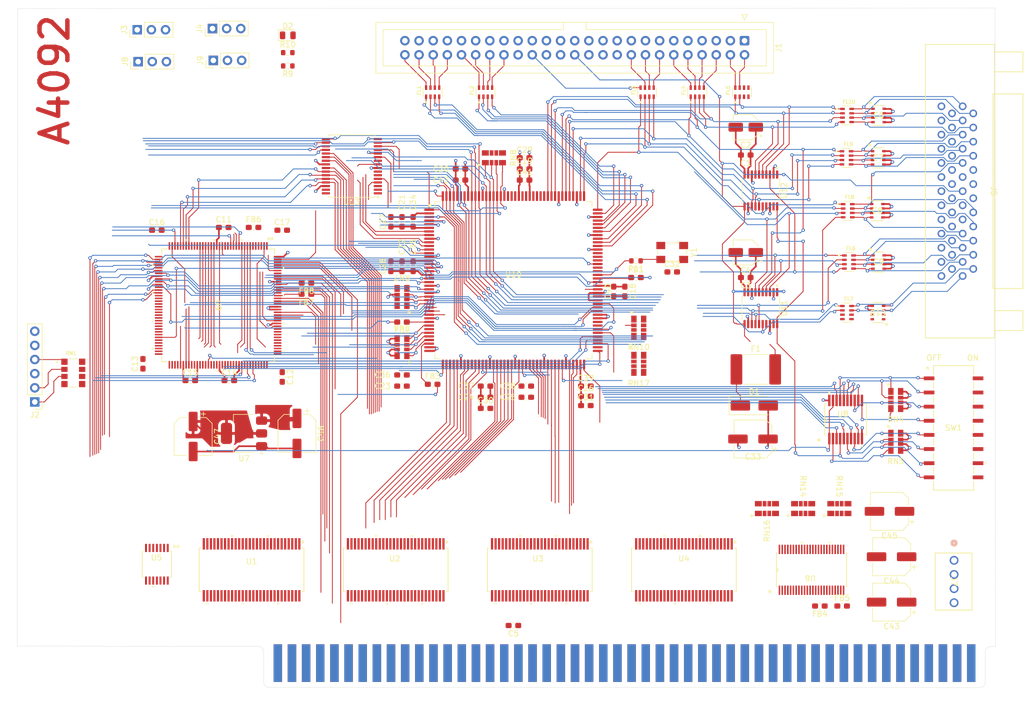
<source format=kicad_pcb>
(kicad_pcb (version 20241229) (generator "pcbnew") (generator_version "9.0")
  (layers (0 "F.Cu" signal) (4 "In1.Cu" signal) (6 "In2.Cu" signal) (2 "B.Cu" signal) (13 "F.Paste" user) (15 "B.Paste" user) (5 "F.SilkS" user "F.Silkscreen") (7 "B.SilkS" user "B.Silkscreen") (1 "F.Mask" user) (3 "B.Mask" user) (25 "Edge.Cuts" user))
  (net 0 "")
  (net 1 "GND")
  (net 2 "Net-(U12-VREF1)")
  (net 3 "Net-(U11-VREF1)")
  (net 4 "Z_DTACK")
  (net 5 "Net-(C6-Pad4)")
  (net 6 "Net-(C6-Pad2)")
  (net 7 "Net-(C6-Pad1)")
  (net 8 "Net-(C6-Pad3)")
  (net 9 "Net-(C7-Pad4)")
  (net 10 "Net-(C7-Pad1)")
  (net 11 "Net-(C7-Pad2)")
  (net 12 "Net-(C7-Pad3)")
  (net 13 "Net-(C8-Pad2)")
  (net 14 "Net-(C8-Pad3)")
  (net 15 "Net-(C8-Pad1)")
  (net 16 "Net-(C8-Pad4)")
  (net 17 "Net-(C9-Pad3)")
  (net 18 "Net-(C9-Pad2)")
  (net 19 "Net-(C9-Pad1)")
  (net 20 "Net-(C9-Pad4)")
  (net 25 "Net-(C10-Pad3)")
  (net 26 "Net-(C10-Pad4)")
  (net 27 "V5")
  (net 28 "Net-(C30-Pad2)")
  (net 29 "Z_D16")
  (net 30 "Z_A20D12")
  (net 31 "Z_D23")
  (net 32 "Z_A13D5")
  (net 33 "Z_A6")
  (net 36 "Z_DS0")
  (net 37 "Z_A18D10")
  (net 38 "Z_D20")
  (net 40 "Z_D18")
  (net 41 "Z_DS2")
  (net 42 "V12")
  (net 43 "Z_FC0")
  (net 44 "Z_DOE")
  (net 46 "Z_READ")
  (net 47 "Z_BGn")
  (net 48 "Z_A16D8")
  (net 49 "Z_A25D25")
  (net 50 "Z_A12D4")
  (net 51 "Z_BEER")
  (net 52 "Z_CINH")
  (net 53 "Z_DS3")
  (net 54 "Z_SLAVE")
  (net 56 "Z_A31D31")
  (net 57 "Z_A21D13")
  (net 58 "Z_A14D6")
  (net 59 "Z_INT2")
  (net 61 "Z_A29D29")
  (net 62 "Z_MTACK")
  (net 64 "Z_A9D1")
  (net 66 "Z_A4")
  (net 68 "Z_FC2")
  (net 69 "Z_A10D2")
  (net 70 "Z_IORST")
  (net 71 "Z_A8D0")
  (net 73 "Z_DS1")
  (net 74 "Z_MTCR")
  (net 75 "Z_CFGIN")
  (net 76 "Z_FCS")
  (net 78 "Z_D17")
  (net 80 "Z_7M")
  (net 82 "Z_D22")
  (net 83 "Z_A26D26")
  (net 84 "Z_A15D7")
  (net 85 "Z_A2")
  (net 86 "Z_A28D28")
  (net 88 "Z_A1")
  (net 89 "Z_A22D14")
  (net 91 "Z_FC1")
  (net 92 "Z_A3")
  (net 93 "Z_CFGOUT")
  (net 94 "Z_A24D24")
  (net 96 "Z_BRn")
  (net 97 "Z_A30D30")
  (net 98 "Z_D19")
  (net 99 "Z_A5")
  (net 100 "Z_A17D9")
  (net 102 "Z_A27D27")
  (net 103 "Z_A11D3")
  (net 104 "Z_A23D15")
  (net 105 "Z_A19D11")
  (net 106 "Z_A7")
  (net 107 "Z_D21")
  (net 108 "Net-(D1-K)")
  (net 109 "SCSI_TERMPWR")
  (net 110 "Net-(U10A-~{BR})")
  (net 111 "SBR")
  (net 112 "Net-(U10A-R_W)")
  (net 113 "PLD_READ")
  (net 114 "Net-(U10A-~{MASTER})")
  (net 115 "MASTER")
  (net 116 "Net-(U6-2B5)")
  (net 117 "Net-(U6-2B6)")
  (net 118 "SCTRL_SEL")
  (net 119 "SCTRL_REQ")
  (net 120 "SCTRL_CD")
  (net 121 "Net-(J1-Pin_44)")
  (net 122 "Net-(J1-Pin_50)")
  (net 123 "SCTRL_IO")
  (net 124 "Net-(J1-Pin_48)")
  (net 125 "Net-(J1-Pin_46)")
  (net 126 "Net-(J1-Pin_36)")
  (net 127 "SCTRL_RST")
  (net 128 "Net-(J1-Pin_38)")
  (net 129 "Net-(J1-Pin_42)")
  (net 130 "Net-(J1-Pin_40)")
  (net 131 "SCTRL_BSY")
  (net 132 "SCTRL_ACK")
  (net 133 "SCTRL_MSG")
  (net 134 "Net-(J1-Pin_32)")
  (net 135 "SCTRL_ATN")
  (net 136 "SCDAT6")
  (net 137 "Net-(J1-Pin_16)")
  (net 138 "Net-(J1-Pin_14)")
  (net 139 "Net-(J1-Pin_18)")
  (net 140 "SCDAT7")
  (net 141 "SCDATP")
  (net 142 "SCDAT5")
  (net 143 "SCDAT4")
  (net 144 "SCDAT3")
  (net 145 "Net-(J1-Pin_10)")
  (net 146 "Net-(J1-Pin_8)")
  (net 147 "Net-(J1-Pin_12)")
  (net 148 "SCDAT2")
  (net 149 "Net-(J1-Pin_6)")
  (net 150 "Net-(J1-Pin_4)")
  (net 153 "SCDAT1")
  (net 156 "Net-(J1-Pin_2)")
  (net 157 "SCDAT0")
  (net 164 "TDI")
  (net 165 "TCK")
  (net 166 "TDO")
  (net 167 "TMS")
  (net 168 "LEDR")
  (net 169 "CLK")
  (net 170 "DIP_SCSI_ADDR1")
  (net 171 "DIP_SCSI_ADDR2")
  (net 172 "DIP_SCSI_FAST")
  (net 173 "DIP_SCSI_ADDR0")
  (net 174 "DIP_EXT_TERM")
  (net 175 "DIP_SYNCH_MODE")
  (net 176 "DIP_SCSI_LUNS")
  (net 177 "DIP_LONG_SPINUP")
  (net 178 "CBACK")
  (net 179 "BERR")
  (net 180 "STERM")
  (net 181 "CBREQ")
  (net 182 "PLD_SIZ1")
  (net 183 "PLD_AS")
  (net 184 "PLD_SIZ0")
  (net 185 "A3")
  (net 186 "A0")
  (net 187 "A1")
  (net 188 "A2")
  (net 189 "LED")
  (net 190 "PLD_DS")
  (net 191 "IORST")
  (net 192 "BGACK")
  (net 193 "Net-(Y1-OUT)")
  (net 194 "CLK_50M")
  (net 195 "PLD_FC0")
  (net 196 "PLD_FC2")
  (net 197 "PLD_FC1")
  (net 198 "PLD_DS1")
  (net 199 "PLD_DS3")
  (net 200 "PLD_DS2")
  (net 201 "PLD_DS0")
  (net 202 "Z_SENSE3")
  (net 203 "PLD_MTCR")
  (net 204 "PLD_DOE")
  (net 205 "DP0")
  (net 206 "DP2")
  (net 207 "DP3_ABRT")
  (net 208 "DP1")
  (net 209 "D2")
  (net 210 "D8")
  (net 211 "D13")
  (net 212 "Z2D")
  (net 213 "DBLT")
  (net 214 "D11")
  (net 215 "DBOE")
  (net 216 "D10")
  (net 217 "D4")
  (net 218 "D1")
  (net 219 "D6")
  (net 220 "D2Z")
  (net 221 "D12")
  (net 222 "D9")
  (net 223 "D15")
  (net 224 "D14")
  (net 225 "D7")
  (net 226 "D5")
  (net 227 "D3")
  (net 228 "D0")
  (net 229 "D31")
  (net 230 "D28")
  (net 231 "D22")
  (net 232 "D16")
  (net 233 "D24")
  (net 234 "D20")
  (net 235 "D17")
  (net 236 "D23")
  (net 237 "D19")
  (net 238 "D29")
  (net 239 "D26")
  (net 240 "D21")
  (net 241 "D25")
  (net 242 "D18")
  (net 243 "D27")
  (net 244 "D30")
  (net 245 "ABOEH")
  (net 246 "A29")
  (net 247 "A19")
  (net 248 "PLD_FCS")
  (net 249 "A16")
  (net 250 "A31")
  (net 251 "A27")
  (net 252 "A30")
  (net 253 "A28")
  (net 254 "BMASTER")
  (net 255 "A18")
  (net 256 "A21")
  (net 257 "A25")
  (net 258 "A17")
  (net 259 "A20")
  (net 260 "A24")
  (net 261 "A23")
  (net 262 "A26")
  (net 263 "A22")
  (net 265 "A10")
  (net 266 "A9")
  (net 267 "SREG")
  (net 270 "A5")
  (net 273 "SBG")
  (net 274 "A13")
  (net 275 "A8")
  (net 276 "A14")
  (net 279 "A4")
  (net 282 "NCR_INT")
  (net 283 "A11")
  (net 284 "A15")
  (net 285 "A12")
  (net 291 "A7")
  (net 292 "SLACK")
  (net 293 "A6")
  (net 297 "Z_LOCK")
  (net 298 "PLD_NACK")
  (net 299 "ABOEL")
  (net 300 "PLD_SID")
  (net 301 "Z_SENSEZ3")
  (net 302 "ROM_OE")
  (net 303 "ROM_WE")
  (net 310 "SCSI_BUSY")
  (net 311 "Z_BERR")
  (net 318 "Net-(D2-K)")
  (net 319 "V3_3")
  (net 323 "unconnected-(U9-P79-Pad79)")
  (net 340 "unconnected-(U9-P77-Pad77)")
  (net 342 "unconnected-(U9-P80-Pad80)")
  (net 346 "Net-(U9-P112)")
  (net 347 "Net-(U9-P94)")
  (net 348 "Net-(U9-P98)")
  (net 352 "unconnected-(U9-P50-Pad50)")
  (net 366 "LED3KPWR")
  (net 373 "ROM_CE")
  (footprint "Capacitor_SMD:C_0603_1608Metric_Pad1.08x0.95mm_HandSolder" (layer "F.Cu") (at 151 104)
    (property "Reference" "C31")
    (property "Value" "100nF")
  )
  (footprint "Capacitor_SMD:C_0603_1608Metric_Pad1.08x0.95mm_HandSolder" (layer "F.Cu") (at 179.7 81 180)
    (property "Reference" "C3")
    (property "Value" "100nF")
  )
  (footprint "CAY16_102J4LF:BO_CAY16" (layer "F.Cu") (at 118 84.5 180)
    (property "Reference" "RN7")
    (property "Value" "1K")
  )
  (footprint "Capacitor_SMD:C_0603_1608Metric_Pad1.08x0.95mm_HandSolder" (layer "F.Cu") (at 138 143.5 180)
    (property "Reference" "C5")
    (property "Value" "10pF")
  )
  (footprint "Capacitor_SMD:CP_Elec_6.3x7.7" (layer "F.Cu") (at 205.879434 139.3 180)
    (property "Reference" "C43")
    (property "Value" "47uF")
  )
  (footprint "DA1206D600R-10:FB_DA1206D600R-10" (layer "F.Cu") (at 162 47.7125 90)
    (property "Reference" "FL3")
    (property "Value" "DA1206D600R-10")
  )
  (footprint "Capacitor_SMD:C_0603_1608Metric_Pad1.08x0.95mm_HandSolder" (layer "F.Cu") (at 118 79 90)
    (property "Reference" "C22")
    (property "Value" "100nF")
  )
  (footprint "Capacitor_SMD:C_0603_1608Metric_Pad1.08x0.95mm_HandSolder" (layer "F.Cu") (at 128.5 61.5 180)
    (property "Reference" "C20")
    (property "Value" "100nF")
  )
  (footprint "74FCT16543:DL56" (layer "F.Cu") (at 142.7359 133.5 -90)
    (property "Reference" "U3")
    (property "Value" "SN74ABT16543DGGR")
  )
  (footprint "CA0612KRNPO9BN101:CAP_CA0612_3P2X1P6_YAG" (layer "F.Cu") (at 203.550499 51.89)
    (property "Reference" "C6")
    (property "Value" "100pF")
  )
  (footprint "CAY16_102J4LF:BO_CAY16" (layer "F.Cu") (at 160.5 90)
    (property "Reference" "RN10")
    (property "Value" "1K")
  )
  (footprint "Capacitor_SMD:C_0603_1608Metric_Pad1.08x0.95mm_HandSolder" (layer "F.Cu") (at 140.305 102.5 180)
    (property "Reference" "C25")
    (property "Value" "100nF")
  )
  (footprint "DA1206D600R-10:FB_DA1206D600R-10" (layer "F.Cu") (at 179 47.7125 90)
    (property "Reference" "FL5")
    (property "Value" "DA1206D600R-10")
  )
  (footprint "CAY16_102J4LF:BO_CAY16" (layer "F.Cu") (at 160.5 96.5)
    (property "Reference" "RN17")
    (property "Value" "1K")
  )
  (footprint "CAY16_102J4LF:BO_CAY16" (layer "F.Cu") (at 196.5 122.5 90)
    (property "Reference" "RN15")
    (property "Value" "1K")
  )
  (footprint "Capacitor_SMD:CP_Elec_6.3x7.7" (layer "F.Cu") (at 80.515 109.55 -90)
    (property "Reference" "C47")
    (property "Value" "22uF")
  )
  (footprint "Resistor_SMD:R_0603_1608Metric" (layer "F.Cu") (at 97.5 43 180)
    (property "Reference" "R9")
    (property "Value" "120")
  )
  (footprint "DA1206D600R-10:FB_DA1206D600R-10" (layer "F.Cu") (at 133 47.7125 90)
    (property "Reference" "FL2")
    (property "Value" "DA1206D600R-10")
  )
  (footprint "CAY16_102J4LF:BO_CAY16" (layer "F.Cu") (at 118 93.5 180)
    (property "Reference" "RN6")
    (property "Value" "1K")
  )
  (footprint "Connector_PinHeader_2.54mm:PinHeader_1x03_P2.54mm_Vertical" (layer "F.Cu") (at 83.985 36.28 90)
    (property "Reference" "J4")
    (property "Value" "TO-MB")
  )
  (footprint "Connector_IDC:IDC-Header_2x25_P2.54mm_Vertical" (layer "F.Cu") (at 179.48 38.46 -90)
    (property "Reference" "J1")
    (property "Value" "Conn_02x25_Odd_Even")
  )
  (footprint "Capacitor_SMD:C_0603_1608Metric_Pad1.08x0.95mm_HandSolder" (layer "F.Cu") (at 91.354999 72)
    (property "Reference" "FB6")
    (property "Value" "60")
  )
  (footprint "Capacitor_SMD:C_0603_1608Metric_Pad1.08x0.95mm_HandSolder" (layer "F.Cu") (at 100.854999 82 180)
    (property "Reference" "FB8")
    (property "Value" "60")
  )
  (footprint "Capacitor_SMD:C_0603_1608Metric_Pad1.08x0.95mm_HandSolder" (layer "F.Cu") (at 133 104.5)
    (property "Reference" "C30")
    (property "Value" "100nF")
  )
  (footprint "Capacitor_SMD:C_0603_1608Metric_Pad1.08x0.95mm_HandSolder" (layer "F.Cu") (at 197 140)
    (property "Reference" "FB5")
    (property "Value" "60")
  )
  (footprint "DA1206D600R-10:FB_DA1206D600R-10" (layer "F.Cu") (at 197.786667 59.5)
    (property "Reference" "FL9")
    (property "Value" "DA1206D600R-10")
  )
  (footprint "Fuse:Fuse_2920_7451Metric_Pad2.10x5.45mm_HandSolder" (layer "F.Cu") (at 181.5 97.5)
    (property "Reference" "F1")
    (property "Value" "ASMDC185F/33-2")
  )
  (footprint "DA1206D600R-10:FB_DA1206D600R-10" (layer "F.Cu") (at 123.5 47.7125 90)
    (property "Reference" "FL1")
    (property "Value" "DA1206D600R-10")
  )
  (footprint "CAY16_102J4LF:BO_CAY16" (layer "F.Cu") (at 190 122.5 90)
    (property "Reference" "RN14")
    (property "Value" "1K")
  )
  (footprint "Capacitor_SMD:CP_Elec_4x5.7" (layer "F.Cu") (at 179.7 54 180)
    (property "Reference" "C2")
    (property "Value" "4.7uF")
  )
  (footprint "Capacitor_SMD:C_0603_1608Metric_Pad1.08x0.95mm_HandSolder" (layer "F.Cu") (at 128.5 63.5 180)
    (property "Reference" "C42")
    (property "Value" "100nF")
  )
  (footprint "Package_TO_SOT_SMD:SOT-223-3_TabPin2" (layer "F.Cu") (at 89.65 109 180)
    (property "Reference" "U7")
    (property "Value" "AMS1117-3.3")
  )
  (footprint "Capacitor_SMD:C_0603_1608Metric_Pad1.08x0.95mm_HandSolder" (layer "F.Cu") (at 74 72.5)
    (property "Reference" "C16")
    (property "Value" "100nF")
  )
  (footprint "Resistor_SMD:R_0603_1608Metric" (layer "F.Cu") (at 160 78 180)
    (property "Reference" "R11")
    (property "Value" "120")
  )
  (footprint "Capacitor_SMD:CP_Elec_6.3x7.7" (layer "F.Cu") (at 99.15 109 -90)
    (property "Reference" "C46")
    (property "Value" "10uF")
  )
  (footprint "Capacitor_SMD:C_0603_1608Metric_Pad1.08x0.95mm_HandSolder" (layer "F.Cu") (at 160 81)
    (property "Reference" "FB1")
    (property "Value" "60")
  )
  (footprint "Capacitor_SMD:C_0603_1608Metric_Pad1.08x0.95mm_HandSolder" (layer "F.Cu") (at 120 71 90)
    (property "Reference" "C34")
    (property "Value" "100nF")
  )
  (footprint "Capacitor_SMD:C_0603_1608Metric_Pad1.08x0.95mm_HandSolder" (layer "F.Cu") (at 118 89 180)
    (property "Reference" "FB2")
    (property "Value" "60")
  )
  (footprint "Capacitor_SMD:C_0603_1608Metric_Pad1.08x0.95mm_HandSolder" (layer "F.Cu") (at 158 83.5 -90)
    (property "Reference" "C18")
    (property "Value" "100nF")
  )
  (footprint "Package_SO:TSSOP-20_4.4x6.5mm_P0.65mm" (layer "F.Cu") (at 182.4125 86.5 -90)
    (property "Reference" "U11")
    (property "Value" "DS21S07A")
  )
  (footprint "Capacitor_SMD:C_0603_1608Metric_Pad1.08x0.95mm_HandSolder" (layer "F.Cu") (at 166.5 80)
    (property "Reference" "C32")
    (property "Value" "10nF")
  )
  (footprint "DA1206D600R-10:FB_DA1206D600R-10" (layer "F.Cu") (at 197.881499 51.89)
    (property "Reference" "FL10")
    (property "Value" "DA1206D600R-10")
  )
  (footprint "CAY16_102J4LF:BO_CAY16" (layer "F.Cu") (at 183.5 122.5 90)
    (property "Reference" "RN16")
    (property "Value" "1K")
  )
  (footprint "Capacitor_SMD:C_0603_1608Metric_Pad1.08x0.95mm_HandSolder" (layer "F.Cu") (at 179.7 59 180)
    (property "Reference" "C1")
    (property "Value" "100nF")
  )
  (footprint "74FCT16543:DL56" (layer "F.Cu") (at 91 133.5 -90)
    (property "Reference" "U1")
    (property "Value" "SN74ABT16543DGGR")
  )
  (footprint "CAY16_102J4LF:BO_CAY16" (layer "F.Cu") (at 134.5 59.5 90)
    (property "Reference" "RN8")
    (property "Value" "1K")
  )
  (footprint "Capacitor_SMD:CP_Elec_6.3x7.7" (layer "F.Cu") (at 205.5 123 180)
    (property "Reference" "C45")
    (property "Value" "47uF")
  )
  (footprint "Capacitor_SMD:C_0603_1608Metric_Pad1.08x0.95mm_HandSolder" (layer "F.Cu") (at 151 100.5)
    (property "Reference" "C39")
    (property "Value" "10nF")
  )
  (footprint "Capacitor_SMD:C_0603_1608Metric_Pad1.08x0.95mm_HandSolder" (layer "F.Cu") (at 116 79 90)
    (property "Reference" "C28")
    (property "Value" "100nF")
  )
  (footprint "Capacitor_SMD:C_0603_1608Metric_Pad1.08x0.95mm_HandSolder" (layer "F.Cu") (at 116 71 90)
    (property "Reference" "C27")
    (property "Value" "100nF")
  )
  (footprint "Capacitor_SMD:C_0603_1608Metric_Pad1.08x0.95mm_HandSolder" (layer "F.Cu") (at 87 99.5)
    (property "Reference" "C14")
    (property "Value" "100nF")
  )
  (footprint "CA0612KRNPO9BN101:CAP_CA0612_3P2X1P6_YAG" (layer "F.Cu") (at 203.471667 59.5)
    (property "Reference" "C7")
    (property "Value" "100pF")
  )
  (footprint "Capacitor_SMD:C_0603_1608Metric_Pad1.08x0.95mm_HandSolder" (layer "F.Cu") (at 120 79 90)
    (property "Reference" "C35")
    (property "Value" "10nF")
  )
  (footprint "74FCT16543:DL56" (layer "F.Cu") (at 116.86795 133.5 -90)
    (property "Reference" "U2")
    (property "Value" "SN74ABT16543DGGR")
  )
  (footprint "Capacitor_SMD:C_0603_1608Metric_Pad1.08x0.95mm_HandSolder" (layer "F.Cu") (at 133 100.5)
    (property "Reference" "C37")
    (property "Value" "10nF")
  )
  (footprint "Capacitor_SMD:C_0603_1608Metric_Pad1.08x0.95mm_HandSolder" (layer "F.Cu") (at 140 59.5)
    (property "Reference" "C29")
    (property "Value" "0.1uF")
  )
  (footprint "Capacitor_SMD:C_0603_1608Metric_Pad1.08x0.95mm_HandSolder" (layer "F.Cu") (at 96.5 98.8625 -90)
    (property "Reference" "C12")
    (property "Value" "100nF")
  )
  (footprint "Capacitor_SMD:C_0603_1608Metric_Pad1.08x0.95mm_HandSolder" (layer "F.Cu") (at 140 63.5)
    (property "Reference" "C41")
    (property "Value" "10nF")
  )
  (footprint "LED_SMD:LED_0805_2012Metric" (layer "F.Cu") (at 97.5 37.5)
    (property "Reference" "D2")
    (property "Value" "LED (green)")
  )
  (footprint "22112042:CONN_A-6373-04A_MOL" (layer "F.Cu") (at 217.090501 131.7949 -90)
    (property "Reference" "J7")
    (property "Value" "22112042")
  )
  (footprint "DA1206D600R-10:FB_DA1206D600R-10" (layer "F.Cu") (at 198.227166 78.216666)
    (property "Reference" "FL6")
    (property "Value" "DA1206D600R-10")
  )
  (footprint "CAY16_102J4LF:BO_CAY16" (layer "F.Cu") (at 206.6242 110.5)
    (property "Reference" "RN5")
    (property "Value" "1K")
  )
  (footprint "DA1206D600R-10:FB_DA1206D600R-10" (layer "F.Cu") (at 197.865499 87.289999)
    (property "Reference" "FL7")
    (property "Value" "DA1206D600R-10")
  )
  (footprint "Zorro3:Zorro3-CardEdge" (layer "F.Cu") (at 95.71 150.26)
    (property "Reference" "CN1" (hide yes))
    (property "Value" "Zorro3")
  )
  (footprint "DA1206D600R-10:FB_DA1206D600R-10" (layer "F.Cu") (at 171 47.7125 90)
    (property "Reference" "FL4")
    (property "Value" "DA1206D600R-10")
  )
  (footprint "Package_SO:TSSOP-20_4.4x6.5mm_P0.65mm" (layer "F.Cu") (at 182.4125 65.3625 -90)
    (property "Reference" "U12")
    (property "Value" "DS21S07A")
  )
  (footprint "Capacitor_SMD:C_0603_1608Metric_Pad1.08x0.95mm_HandSolder" (layer "F.Cu") (at 193 140 180)
    (property "Reference" "FB4")
    (property "Value" "60")
  )
  (footprint "CA0612KRNPO9BN101:CAP_CA0612_3P2X1P6_YAG" (layer "F.Cu") (at 203.427166 87.289999 180)
    (property "Reference" "C10")
    (property "Value" "100pF")
  )
  (footprint "Capacitor_SMD:CP_Elec_6.3x7.7" (layer "F.Cu") (at 181 110 180)
    (property "Reference" "C33")
    (property "Value" "47uF")
  )
  (footprint "Oscillator:Oscillator_SMD_Fox_FT5H_5.0x3.2mm" (layer "F.Cu") (at 166.5 76.5 -90)
    (property "Reference" "Y1")
    (property "Value" "Abracon ACO-50MHz")
  )
  (footprint "XC95144XL_5TQG144C:144-TQFP_XIL" (layer "F.Cu") (at 85 86 -90)
    (property "Reference" "U9")
    (property "Value" "XC95144XL-TQ144")
  )
  (footprint "Capacitor_SMD:CP_Elec_4x5.7" (layer "F.Cu") (at 179.7 76.5 180)
    (property "Reference" "C4")
    (property "Value" "4.7uF")
  )
  (footprint "Capacitor_SMD:C_0603_1608Metric_Pad1.08x0.95mm_HandSolder" (layer "F.Cu") (at 156 83.5 -90)
    (property "Reference" "C40")
    (property "Value" "100nF")
  )
  (footprint "Capacitor_SMD:C_0603_1608Metric_Pad1.08x0.95mm_HandSolder" (layer "F.Cu") (at 96.5 72.5)
    (property "Reference" "C17")
    (property "Value" "100nF")
  )
  (footprint "219_8MST:SO16_219-8_CTS" (layer "F.Cu") (at 217 108)
    (property "Reference" "SW1")
    (property "Value" "219-8MST")
  )
  (footprint "CAY16_102J4LF:BO_CAY16" (layer "F.Cu") (at 206.6242 103)
    (property "Reference" "RN4")
    (property "Value" "1K")
  )
  (footprint "Diode_SMD:D_SMA_Handsoldering" (layer "F.Cu") (at 181.2325 104)
    (property "Reference" "D1")
    (property "Value" "SS24")
  )
  (footprint "Connector_PinHeader_2.54mm:PinHeader_1x03_P2.54mm_Vertical" (layer "F.Cu") (at 84.1375 42.005 90)
    (property "Reference" "J9")
    (property "Value" "TO-A3000-MB")
  )
  (footprint "Capacitor_SMD:C_0603_1608Metric_Pad1.08x0.95mm_HandSolder" (layer "F.Cu") (at 86 72)
    (property "Reference" "C11")
    (property "Value" "100nF")
  )
  (footprint "SN74F244DB:DB20" (layer "F.Cu") (at 197.6242 106.5 90)
    (property "Reference" "U8")
    (property "Value" "SN74F244DB")
  )
  (footprint "Resistor_SMD:R_0603_1608Metric" (layer "F.Cu") (at 97.5 40.605)
    (property "Reference" "R10")
    (property "Value" "2.2k")
  )
  (footprint "Capacitor_SMD:C_0603_1608Metric_Pad1.08x0.95mm_HandSolder" (layer "F.Cu") (at 140 61.5)
    (property "Reference" "C19")
    (property "Value" "100nF")
  )
  (footprint "Capacitor_SMD:C_0603_1608Metric_Pad1.08x0.95mm_HandSolder" (layer "F.Cu") (at 118 71 90)
    (property "Reference" "C21")
    (property "Value" "100nF")
  )
  (footprint "Capacitor_SMD:C_0603_1608Metric_Pad1.08x0.95mm_HandSolder" (layer "F.Cu") (at 80 99.5)
    (property "Reference" "C15")
    (property "Value" "100nF")
  )
  (footprint "Capacitor_SMD:C_0603_1608Metric_Pad1.08x0.95mm_HandSolder" (layer "F.Cu") (at 118 98.5 180)
    (property "Reference" "C36")
    (property "Value" "100nF")
  )
  (footprint "74FCT16543:DL56" (layer "F.Cu") (at 168.60385 133.5 -90)
    (property "Reference" "U4")
    (property "Value" "SN74ABT16543DGGR")
  )
  (footprint "Capacitor_SMD:C_0603_1608Metric_Pad1.08x0.95mm_HandSolder" (layer "F.Cu") (at 71.5 96.5 90)
    (property "Reference" "C13")
    (property "Value" "100nF")
  )
  (footprint "5787170_5:CONN_5787170-5_TYC" (layer "F.Cu") (at 220.5 50.26 -90)
    (property "Reference" "J5")
    (property "Value" "5787170-5")
  )
  (footprint "74LVC07APW_118:TSSOP14_5P1X4P5_NEX" (layer "F.Cu") (at 74 132.5 -90)
    (property "Reference" "U5")
    (property "Value" "74LVC07APW_118")
  )
  (footprint "CA0612KRNPO9BN101:CAP_CA0612_3P2X1P6_YAG" (layer "F.Cu") (at 203.308333 69)
    (property "Reference" "C8")
    (property "Value" "100pF")
  )
  (footprint "DA1206D600R-10:FB_DA1206D600R-10" (layer "F.Cu") (at 198 69)
    (property "Reference" "FL8")
    (property "Value" "DA1206D600R-10")
  )
  (footprint "Capacitor_SMD:C_0603_1608Metric_Pad1.08x0.95mm_HandSolder" (layer "F.Cu") (at 123.5 100.175)
    (property "Reference" "FB3")
    (property "Value" "60")
  )
  (footprint "Connector_PinHeader_2.54mm:PinHeader_1x03_P2.54mm_Vertical" (layer "F.Cu") (at 70.475 36.5 90)
    (property "Reference" "J3")
    (property "Value" "TO-LED")
  )
  (footprint "Capacitor_SMD:C_0603_1608Metric_Pad1.08x0.95mm_HandSolder" (layer "F.Cu") (at 140.305 100.5 180)
    (property "Reference" "C38")
    (property "Value" "100nF")
  )
  (footprint "Capacitor_SMD:C_0603_1608Metric_Pad1.08x0.95mm_HandSolder" (layer "F.Cu") (at 100.854999 84 180)
    (property "Reference" "FB7")
    (property "Value" "60")
  )
  (footprint "CA0612KRNPO9BN101:CAP_CA0612_3P2X1P6_YAG" (layer "F.Cu") (at 203.542166 78.216666)
    (property "Reference" "C9")
    (property "Value" "100pF")
  )
  (footprint "Capacitor_SMD:C_0603_1608Metric_Pad1.08x0.95mm_HandSolder" (layer "F.Cu") (at 118 100.5 180)
    (property "Reference" "C23")
    (property "Value" "100nF")
  )
  (footprint "YC324-FK-071KL:RESCAXS127P508X320X70-8N" (layer "F.Cu") (at 59 98.135)
    (property "Reference" "RN1")
    (property "Value" "4.7K")
  )
  (footprint "Package_QFP:PQFP-160_28x28mm_P0.65mm" (layer "F.Cu") (at 138 81.5)
    (property "Reference" "U10")
    (property "Value" "NCR53c710 SCSI Host Controller")
  )
  (footprint "Capacitor_SMD:C_0603_1608Metric_Pad1.08x0.95mm_HandSolder" (layer "F.Cu") (at 151 102.325)
    (property "Reference" "C26")
    (property "Value" "100nF")
  )
  (footprint "Capacitor_SMD:CP_Elec_6.3x7.7" (layer "F.Cu") (at 205.879434 131.15 180)
    (property "Reference" "C44")
    (property "Value" "47uF")
  )
  (footprint "Capacitor_SMD:C_0603_1608Metric_Pad1.08x0.95mm_HandSolder" (layer "F.Cu") (at 133 102.5)
    (property "Reference" "C24")
    (property "Value" "100nF")
  )
  (footprint "SN74ABT16245ADGGR:DGG48" (layer "F.Cu") (at 191.5 133.5 90)
    (property "Reference" "U6")
    (property "Value" "SN74ABT16245ADGGR")
  )
  (footprint "Connector_PinHeader_2.54mm:PinHeader_1x03_P2.54mm_Vertical" (layer "F.Cu") (at 70.6375 42.225 90)
    (property "Reference" "J8")
    (property "Value" "TO-A3000-LED")
  )
  (footprint "Connector_PinHeader_2.54mm:PinHeader_1x06_P2.54mm_Vertical" (layer "F.Cu") (at 52.09 103.35 180)
    (property "Reference" "J2")
    (property "Value" "Conn_01x06_Pin")
  )
  (footprint "Package_SO:TSSOP-32_8x11mm_P0.65mm" (layer "F.Cu") (at 109 61 180)
    (property "Reference" "U13")
    (property "Value" "SST39SF010/020/040")
  )
  (gr_arc (start 222.704106 153.674106) (mid 222.42 154.36) (end 221.734106 154.644106) (stroke (width 0.05)) (layer "Edge.Cuts"))
  (gr_line (start 224.52 147.278171) (end 224.431482 32.589719) (stroke (width 0.05)) (layer "Edge.Cuts"))
  (gr_arc (start 92.184106 147.235894) (mid 92.87 147.52) (end 93.154106 148.205894) (stroke (width 0.05)) (layer "Edge.Cuts"))
  (gr_line (start 48.93 147.19) (end 92.184106 147.235895) (stroke (width 0.05)) (layer "Edge.Cuts"))
  (gr_line (start 223.665894 147.278172) (end 224.52 147.278171) (stroke (width 0.05)) (layer "Edge.Cuts"))
  (gr_line (start 94.1359 154.604106) (end 221.734106 154.644106) (stroke (width 0.05)) (layer "Edge.Cuts"))
  (gr_arc (start 222.695895 148.255894) (mid 222.982265 147.564541) (end 223.673618 147.278171) (stroke (width 0.05)) (layer "Edge.Cuts"))
  (gr_line (start 93.154106 148.2059) (end 93.165894 153.6341) (stroke (width 0.05)) (layer "Edge.Cuts"))
  (gr_line (start 49.028921 32.690043) (end 48.93 147.19) (stroke (width 0.05)) (layer "Edge.Cuts"))
  (gr_line (start 224.431482 32.589719) (end 49.028921 32.690043) (stroke (width 0.05)) (layer "Edge.Cuts"))
  (gr_arc (start 94.135894 154.604106) (mid 93.45 154.32) (end 93.165894 153.634106) (stroke (width 0.05)) (layer "Edge.Cuts"))
  (gr_line (start 222.695895 148.255894) (end 222.704106 153.674106) (stroke (width 0.05)) (layer "Edge.Cuts"))
  (gr_text "A4092\n" (at 58.59 57.72 90) (layer "F.Cu") (effects (font (size 5 5) (thickness 0.8)) (justify left bottom)))
  (segment (start 204.612956 77.816667) (end 204.600667 77.804378) (width 0.3) (layer "F.Cu") (net 1))
  (segment (start 205.517658 68.600001) (end 204.325785 68.600001) (width 0.3) (layer "F.Cu") (net 1))
  (segment (start 140.8625 63.5) (end 140.8625 61.5) (width 0.3) (layer "F.Cu") (net 1))
  (segment (start 200.549198 109.929) (end 200.549198 108.075002) (width 0.3) (layer "F.Cu") (net 1))
  (segment (start 140.8625 61.5) (end 140.8625 59.5) (width 0.3) (layer "F.Cu") (net 1))
  (segment (start 81.25 96.67435) (end 81.25 99.1125) (width 0.3) (layer "F.Cu") (net 1))
  (segment (start 205.682119 79.404377) (end 206.140893 78.945603) (width 0.3) (layer "F.Cu") (net 1))
  (segment (start 204.325785 68.600001) (end 204.322222 68.596438) (width 0.3) (layer "F.Cu") (net 1))
  (segment (start 149.375 67.875) (end 149.375 66.375) (width 0.3) (layer "F.Cu") (net 1))
  (segment (start 140.925 64.5625) (end 140.8625 64.5) (width 0.3) (layer "F.Cu") (net 1))
  (segment (start 103.175 60.675) (end 104.3375 60.675) (width 0.3) (layer "F.Cu") (net 1))
  (segment (start 127.925 64.575) (end 127.925 66.375) (width 0.3) (layer "F.Cu") (net 1))
  (segment (start 179.4875 61.4725) (end 178.8375 60.8225) (width 0.3) (layer "F.Cu") (net 1))
  (segment (start 122.875 69.475) (end 120.6625 69.475) (width 0.3) (layer "F.Cu") (net 1))
  (segment (start 184.6875 62.5) (end 184.6875 61.3125) (width 0.3) (layer "F.Cu") (net 1))
  (segment (start 204.322222 69.396436) (end 204.325785 69.399999) (width 0.3) (layer "F.Cu") (net 1))
  (segment (start 205.775445 53.108302) (end 204.576446 53.108302) (width 0.3) (layer "F.Cu") (net 1))
  (segment (start 206.146104 77.450814) (end 205.780251 77.816667) (width 0.3) (layer "F.Cu") (net 1))
  (segment (start 204.322222 70.196437) (end 204.325785 70.2) (width 0.3) (layer "F.Cu") (net 1))
  (segment (start 205.780251 77.816667) (end 204.612956 77.816667) (width 0.3) (layer "F.Cu") (net 1))
  (segment (start 180.7875 63.7875) (end 181 64) (width 0.3) (layer "F.Cu") (net 1))
  (segment (start 94.250001 86.750001) (end 94 86.5) (width 0.3) (layer "F.Cu") (net 1))
  (segment (start 127.6375 63.5) (end 127.6375 61.5) (width 0.3) (layer "F.Cu") (net 1))
  (segment (start 133.775 95.275) (end 133.775 96.625) (width 0.3) (layer "F.Cu") (net 1))
  (segment (start 178.8375 81.8225) (end 178.8375 81) (width 0.3) (layer "F.Cu") (net 1))
  (segment (start 122.875 74.025) (end 124.475 74.025) (width 0.3) (layer "F.Cu") (net 1))
  (segment (start 204.600667 78.604376) (end 205.799666 78.604376) (width 0.3) (layer "F.Cu") (net 1))
  (segment (start 201.365499 86.399999) (end 201.8555 86.89) (width 0.3) (layer "F.Cu") (net 1))
  (segment (start 89.249999 96.67435) (end 89.249999 98.175001) (width 0.15) (layer "F.Cu") (net 1))
  (segment (start 180.7875 62.5) (end 180.7875 63.7875) (width 0.3) (layer "F.Cu") (net 1))
  (segment (start 201.365499 86.399999) (end 201.675499 86.089999) (width 0.3) (layer "F.Cu") (net 1))
  (segment (start 206.146104 77.450814) (end 205.711956 77.016666) (width 0.3) (layer "F.Cu") (net 1))
  (segment (start 178.8375 79.5525) (end 177.9 78.615) (width 0.3) (layer "F.Cu") (net 1))
  (segment (start 80.515 112.25) (end 87.78665 112.25) (width 0.3) (layer "F.Cu") (net 1))
  (segment (start 180.1375 69.5) (end 180.1375 68.225) (width 0.3) (layer "F.Cu") (net 1))
  (segment (start 143.525 95) (end 143.525 96.625) (width 0.3) (layer "F.Cu") (net 1))
  (segment (start 151.5 73.375) (end 153.125 73.375) (width 0.3) (layer "F.Cu") (net 1))
  (segment (start 127.6375 60) (end 127.6375 61.5) (width 0.3) (layer "F.Cu") (net 1))
  (segment (start 96.75 77.25) (end 95.67435 77.25) (width 0.3) (layer "F.Cu") (net 1))
  (segment (start 204.612956 77.016666) (end 204.600667 77.004377) (width 0.3) (layer "F.Cu") (net 1))
  (segment (start 95.67435 86.750001) (end 94.250001 86.750001) (width 0.3) (layer "F.Cu") (net 1))
  (segment (start 206.036667 58.75) (end 205.686666 59.100001) (width 0.3) (layer "F.Cu") (net 1))
  (segment (start 205.871222 68.246437) (end 205.424785 67.8) (width 0.3) (layer "F.Cu") (net 1))
  (segment (start 179.4875 82.4725) (end 178.8375 81.8225) (width 0.3) (layer "F.Cu") (net 1))
  (segment (start 85.25 75.32565) (end 85.25 92.75) (width 0.15) (layer "F.Cu") (net 1))
  (segment (start 92.8 111.3) (end 93.56335 111.3) (width 0.3) (layer "F.Cu") (net 1))
  (segment (start 124.475 74.025) (end 124.5 74) (width 0.3) (layer "F.Cu") (net 1))
  (segment (start 140.8625 58.5) (end 140.8625 59.5) (width 0.3) (layer "F.Cu") (net 1))
  (segment (start 204.325785 70.2) (end 205.407237 70.2) (width 0.3) (layer "F.Cu") (net 1))
  (segment (start 153.125 84.425) (end 155.9375 84.425) (width 0.3) (layer "F.Cu") (net 1))
  (segment (start 132.475 64.975) (end 132.475 66.375) (width 0.3) (layer "F.Cu") (net 1))
  (segment (start 138.325 95.175) (end 138.325 96.625) (width 0.3) (layer "F.Cu") (net 1))
  (segment (start 178.8375 57.8225) (end 177.9 56.885) (width 0.3) (layer "F.Cu") (net 1))
  (segment (start 127.6375 63.5) (end 127.6375 64.2875) (width 0.3) (layer "F.Cu") (net 1))
  (segment (start 205.711956 77.016666) (end 204.612956 77.016666) (width 0.3) (layer "F.Cu") (net 1))
  (segment (start 89.249999 98.175001) (end 89 98.425) (width 0.15) (layer "F.Cu") (net 1))
  (segment (start 88.75 96.67435) (end 88.75 97.714099) (width 0.3) (layer "F.Cu") (net 1))
  (segment (start 201.8555 86.89) (end 202.411166 86.89) (width 0.3) (layer "F.Cu") (net 1))
  (segment (start 147.425 95.075) (end 147.425 96.625) (width 0.3) (layer "F.Cu") (net 1))
  (segment (start 204.325785 67.8) (end 204.322222 67.796437) (width 0.3) (layer "F.Cu") (net 1))
  (segment (start 205.424785 67.8) (end 204.325785 67.8) (width 0.3) (layer "F.Cu") (net 1))
  (segment (start 118 70.1375) (end 116 70.1375) (width 0.3) (layer "F.Cu") (net 1))
  (segment (start 146.125 67.875) (end 146.125 66.375) (width 0.3) (layer "F.Cu") (net 1))
  (segment (start 88.75 97.714099) (end 87.8625 98.601599) (width 0.3) (layer "F.Cu") (net 1))
  (segment (start 151.5 70.125) (end 153.125 70.125) (width 0.3) (layer "F.Cu") (net 1))
  (segment (start 179.4875 83.6375) (end 179.4875 82.4725) (width 0.3) (layer "F.Cu") (net 1))
  (segment (start 177.9 78.615) (end 177.9 76.5) (width 0.3) (layer "F.Cu") (net 1))
  (segment (start 206.125446 52.758301) (end 205.775445 53.108302) (width 0.3) (layer "F.Cu") (net 1))
  (segment (start 180.1375 89.3625) (end 180.1375 88.1375) (width 0.3) (layer "F.Cu") (net 1))
  (segment (start 120.2125 77.925) (end 120 78.1375) (width 0.3) (layer "F.Cu") (net 1))
  (segment (start 155.9375 84.425) (end 156 84.3625) (width 0.3) (layer "F.Cu") (net 1))
  (segment (start 93.56335 111.3) (end 93.96335 111.7) (width 0.3) (layer "F.Cu") (net 1))
  (segment (start 95.67435 87.749999) (end 100.249999 87.749999) (width 0.15) (layer "F.Cu") (net 1))
  (segment (start 205.799666 78.604376) (end 206.140893 78.945603) (width 0.3) (layer "F.Cu") (net 1))
  (segment (start 184 90.5) (end 184.0375 90.4625) (width 0.3) (layer "F.Cu") (net 1))
  (segment (start 206.125446 52.758301) (end 205.675446 52.308301) (width 0.3) (layer "F.Cu") (net 1))
  (segment (start 178.3 111.3) (end 178.5 111.5) (width 0.3) (layer "F.Cu") (net 1))
  (segment (start 120 78.1375) (end 118 78.1375) (width 0.3) (layer "F.Cu") (net 1))
  (segment (start 205.407237 70.2) (end 205.866011 69.741226) (width 0.3) (layer "F.Cu") (net 1))
  (segment (start 206.137798 51.165032) (end 205.787797 51.515033) (width 0.3) (layer "F.Cu") (net 1))
  (segment (start 184 91) (end 184 90.5) (width 0.3) (layer "F.Cu") (net 1))
  (segment (start 205.687798 50.715032) (end 204.588798 50.715032) (width 0.3) (layer "F.Cu") (net 1))
  (segment (start 128.575 95.075) (end 128.575 96.625) (width 0.3) (layer "F.Cu") (net 1))
  (segment (start 95.67435 86.25) (end 94.25 86.25) (width 0.3) (layer "F.Cu") (net 1))
  (segment (start 178.3 110) (end 178.3 111.3) (width 0.3) (layer "F.Cu") (net 1))
  (segment (start 180.7875 84.7125) (end 180.7875 83.6375) (width 0.3) (layer "F.Cu") (net 1))
  (segment (start 156 84.3625) (end 158 84.3625) (width 0.3) (layer "F.Cu") (net 1))
  (segment (start 140.925 66.375) (end 140.925 64.5625) (width 0.3) (layer "F.Cu") (net 1))
  (segment (start 201.675499 86.089999) (end 202.411166 86.089999) (width 0.3) (layer "F.Cu") (net 1))
  (segment (start 178.8375 81) (end 178.8375 79.5525) (width 0.3) (layer "F.Cu") (net 1))
  (segment (start 85.25 92.75) (end 85.5 93) (width 0.15) (layer "F.Cu") (net 1))
  (segment (start 184.6875 84.8125) (end 184.6875 83.6375) (width 0.3) (layer "F.Cu") (net 1))
  (segment (start 184.0375 90.4625) (end 184.0375 89.3625) (width 0.3) (layer "F.Cu") (net 1))
  (segment (start 205.871222 68.246437) (end 205.517658 68.600001) (width 0.3) (layer "F.Cu") (net 1))
  (segment (start 120.6625 69.475) (end 120 70.1375) (width 0.3) (layer "F.Cu") (net 1))
  (segment (start 205.576245 60.7) (end 206.031456 60.244789) (width 0.3) (layer "F.Cu") (net 1))
  (segment (start 87.8625 98.601599) (end 87.8625 99.5) (width 0.3) (layer "F.Cu") (net 1))
  (segment (start 94.25 86.25) (end 94 86.5) (width 0.3) (layer "F.Cu") (net 1))
  (segment (start 204.325785 69.399999) (end 205.524784 69.399999) (width 0.3) (layer "F.Cu") (net 1))
  (segment (start 133.8625 102.5) (end 133.8625 100.5) (width 0.3) (layer "F.Cu") (net 1))
  (segment (start 118 78.1375) (end 116 78.1375) (width 0.3) (layer "F.Cu") (net 1))
  (segment (start 81.25 99.1125) (end 80.8625 99.5) (width 0.3) (layer "F.Cu") (net 1))
  (segment (start 88.73665 111.3) (end 92.8 111.3) (width 0.3) (layer "F.Cu") (net 1))
  (segment (start 205.686666 59.100001) (end 204.487667 59.100001) (width 0.3) (layer "F.Cu") (net 1))
  (segment (start 127.6375 64.2875) (end 127.925 64.575) (width 0.3) (layer "F.Cu") (net 1))
  (segment (start 180.1375 88.1375) (end 180 88) (width 0.3) (layer "F.Cu") (net 1))
  (segment (start 120 70.1375) (end 118 70.1375) (width 0.3) (layer "F.Cu") (net 1))
  (segment (start 124.325 88.325) (end 122.875 88.325) (width 0.3) (layer "F.Cu") (net 1))
  (segment (start 179.4875 62.5) (end 179.4875 61.4725) (width 0.3) (layer "F.Cu") (net 1))
  (segment (start 206.137798 51.165032) (end 205.687798 50.715032) (width 0.3) (layer "F.Cu") (net 1))
  (segment (start 205.686666 59.899999) (end 206.031456 60.244789) (width 0.3) (layer "F.Cu") (net 1))
  (segment (start 184.0375 69.5) (end 184.0375 68.225) (width 0.3) (layer "F.Cu") (net 1))
  (segment (start 200.549198 108.075002) (end 200.6242 108) (width 0.3) (layer "F.Cu") (net 1))
  (segment (start 124.475 82.475) (end 122.875 82.475) (width 0.3) (layer "F.Cu") (net 1))
  (segment (start 206.036667 58.75) (end 205.586667 58.3) (width 0.3) (layer "F.Cu") (net 1))
  (segment (start 87.78665 112.25) (end 88.73665 111.3) (width 0.3) (layer "F.Cu") (net 1))
  (segment (start 136.375 65.125) (end 136.375 66.375) (width 0.3) (layer "F.Cu") (net 1))
  (segment (start 178.8375 60.8225) (end 178.8375 59) (width 0.3) (layer "F.Cu") (net 1))
  (segment (start 97.5 76.5) (end 96.75 77.25) (width 0.3) (layer "F.Cu") (net 1))
  (segment (start 205.586667 58.3) (end 204.487667 58.3) (width 0.3) (layer "F.Cu") (net 1))
  (segment (start 151.525 75.975) (end 153.125 75.975) (width 0.3) (layer "F.Cu") (net 1))
  (segment (start 204.487667 60.7) (end 205.576245 60.7) (width 0.3) (layer "F.Cu") (net 1))
  (segment (start 122.875 77.925) (end 120.2125 77.925) (width 0.3) (layer "F.Cu") (net 1))
  (segment (start 184.6875 61.3125) (end 185 61) (width 0.3) (layer "F.Cu") (net 1))
  (segment (start 205.524784 69.399999) (end 205.866011 69.741226) (width 0.3) (layer "F.Cu") (net 1))
  (segment (start 205.787797 51.515033) (end 204.588798 51.515033) (width 0.3) (layer "F.Cu") (net 1))
  (segment (start 93.96335 111.7) (end 99.15 111.7) (width 0.3) (layer "F.Cu") (net 1))
  (segment (start 204.600667 79.404377) (end 205.682119 79.404377) (width 0.3) (layer "F.Cu") (net 1))
  (segment (start 177.9 56.885) (end 177.9 54) (width 0.3) (layer "F.Cu") (net 1))
  (segment (start 205.675446 52.308301) (end 204.576446 52.308301) (width 0.3) (layer "F.Cu") (net 1))
  (segment (start 102.5 60) (end 103.175 60.675) (width 0.3) (layer "F.Cu") (net 1))
  (segment (start 204.487667 59.899999) (end 205.686666 59.899999) (width 0.3) (layer "F.Cu") (net 1))
  (segment (start 178.8375 59) (end 178.8375 57.8225) (width 0.3) (layer "F.Cu") (net 1))
  (segment (start 140.8625 64.5) (end 140.8625 63.5) (width 0.3) (layer "F.Cu") (net 1))
  (via (at 178.5 111.5) (size 0.6) (drill 0.3) (layers "F.Cu" "B.Cu") (net 1))
  (via (at 124.5 74) (size 0.6) (drill 0.3) (layers "F.Cu" "B.Cu") (net 1))
  (via (at 143.525 95) (size 0.6) (drill 0.3) (layers "F.Cu" "B.Cu") (net 1))
  (via (at 200.6242 108) (size 0.6) (drill 0.3) (layers "F.Cu" "B.Cu") (net 1))
  (via (at 147.425 95.075) (size 0.6) (drill 0.3) (layers "F.Cu" "B.Cu") (net 1))
  (via (at 102.5 60) (size 0.6) (drill 0.3) (layers "F.Cu" "B.Cu") (net 1))
  (via (at 151.5 73.375) (size 0.6) (drill 0.3) (layers "F.Cu" "B.Cu") (net 1))
  (via (at 133.775 95.275) (size 0.6) (drill 0.3) (layers "F.Cu" "B.Cu") (net 1))
  (via (at 127.6375 60) (size 0.6) (drill 0.3) (layers "F.Cu" "B.Cu") (net 1))
  (via (at 180.1375 69.5) (size 0.6) (drill 0.3) (layers "F.Cu" "B.Cu") (net 1))
  (via (at 184.6875 84.8125) (size 0.6) (drill 0.3) (layers "F.Cu" "B.Cu") (net 1))
  (via (at 132.475 64.975) (size 0.6) (drill 0.3) (layers "F.Cu" "B.Cu") (net 1))
  (via (at 151.5 70.125) (size 0.6) (drill 0.3) (layers "F.Cu" "B.Cu") (net 1))
  (via (at 206.031456 60.244789) (size 0.6) (drill 0.3) (layers "F.Cu" "B.Cu") (net 1))
  (via (at 205.871222 68.246437) (size 0.6) (drill 0.3) (layers "F.Cu" "B.Cu") (net 1))
  (via (at 185 61) (size 0.6) (drill 0.3) (layers "F.Cu" "B.Cu") (net 1))
  (via (at 180.7875 84.7125) (size 0.6) (drill 0.3) (layers "F.Cu" "B.Cu") (net 1))
  (via (at 140.8625 58.5) (size 0.6) (drill 0.3) (layers "F.Cu" "B.Cu") (net 1))
  (via (at 181 64) (size 0.6) (drill 0.3) (layers "F.Cu" "B.Cu") (net 1))
  (via (at 180 88) (size 0.6) (drill 0.3) (layers "F.Cu" "B.Cu") (net 1))
  (via (at 136.375 65.125) (size 0.6) (drill 0.3) (layers "F.Cu" "B.Cu") (net 1))
  (via (at 89 98.425) (size 0.6) (drill 0.3) (layers "F.Cu" "B.Cu") (net 1))
  (via (at 128.575 95.075) (size 0.6) (drill 0.3) (layers "F.Cu" "B.Cu") (net 1))
  (via (at 206.036667 58.75) (size 0.6) (drill 0.3) (layers "F.Cu" "B.Cu") (net 1))
  (via (at 124.325 88.325) (size 0.6) (drill 0.3) (layers "F.Cu" "B.Cu") (net 1))
  (via (at 94 86.5) (size 0.6) (drill 0.3) (layers "F.Cu" "B.Cu") (net 1))
  (via (at 206.137798 51.165032) (size 0.6) (drill 0.3) (layers "F.Cu" "B.Cu") (net 1))
  (via (at 184 91) (size 0.6) (drill 0.3) (layers "F.Cu" "B.Cu") (net 1))
  (via (at 206.125446 52.758301) (size 0.6) (drill 0.3) (layers "F.Cu" "B.Cu") (net 1))
  (via (at 206.146104 77.450814) (size 0.6) (drill 0.3) (layers "F.Cu" "B.Cu") (net 1))
  (via (at 146.125 67.875) (size 0.6) (drill 0.3) (layers "F.Cu" "B.Cu") (net 1))
  (via (at 138.325 95.175) (size 0.6) (drill 0.3) (layers "F.Cu" "B.Cu") (net 1))
  (via (at 206.140893 78.945603) (size 0.6) (drill 0.3) (layers "F.Cu" "B.Cu") (net 1))
  (via (at 205.866011 69.741226) (size 0.6) (drill 0.3) (layers "F.Cu" "B.Cu") (net 1))
  (via (at 97.5 76.5) (size 0.6) (drill 0.3) (layers "F.Cu" "B.Cu") (net 1))
  (via (at 151.525 75.975) (size 0.6) (drill 0.3) (layers "F.Cu" "B.Cu") (net 1))
  (via (at 149.375 67.875) (size 0.6) (drill 0.3) (layers "F.Cu" "B.Cu") (net 1))
  (via (at 124.475 82.475) (size 0.6) (drill 0.3) (layers "F.Cu" "B.Cu") (net 1))
  (via (at 201.365499 86.399999) (size 0.6) (drill 0.3) (layers "F.Cu" "B.Cu") (net 1))
  (via (at 184.0375 69.5) (size 0.6) (drill 0.3) (layers "F.Cu" "B.Cu") (net 1))
  (segment (start 88.776 98.649) (end 64 98.649) (width 0.15) (layer "B.Cu") (net 1))
  (segment (start 89 98.425) (end 88.776 98.649) (width 0.15) (layer "B.Cu") (net 1))
  (segment (start 181.515 57) (end 181.5 56.985) (width 0.3) (layer "F.Cu") (net 2))
  (segment (start 180.1375 61.3775) (end 180.5625 60.9525) (width 0.3) (layer "F.Cu") (net 2))
  (segment (start 180.1375 62.5) (end 180.1375 61.3775) (width 0.3) (layer "F.Cu") (net 2))
  (segment (start 180.5625 59) (end 180.5625 57.9525) (width 0.3) (layer "F.Cu") (net 2))
  (segment (start 180.5625 60.9525) (end 180.5625 59) (width 0.3) (layer "F.Cu") (net 2))
  (segment (start 181.5 56.985) (end 181.5 54) (width 0.3) (layer "F.Cu") (net 2))
  (segment (start 180.5625 57.9525) (end 181.515 57) (width 0.3) (layer "F.Cu") (net 2))
  (segment (start 180.5625 79.9525) (end 181.515 79) (width 0.3) (layer "F.Cu") (net 3))
  (segment (start 180.1375 82.3775) (end 180.5625 81.9525) (width 0.3) (layer "F.Cu") (net 3))
  (segment (start 180.5625 81) (end 180.5625 79.9525) (width 0.3) (layer "F.Cu") (net 3))
  (segment (start 181.515 79) (end 181.5 78.985) (width 0.3) (layer "F.Cu") (net 3))
  (segment (start 180.1375 83.6375) (end 180.1375 82.3775) (width 0.3) (layer "F.Cu") (net 3))
  (segment (start 180.5625 81.9525) (end 180.5625 81) (width 0.3) (layer "F.Cu") (net 3))
  (segment (start 181.5 78.985) (end 181.5 76.5) (width 0.3) (layer "F.Cu") (net 3))
  (segment (start 201.045499 53.07) (end 201.365499 53.39) (width 0.15) (layer "F.Cu") (net 5))
  (segment (start 198.696499 53.07) (end 201.045499 53.07) (width 0.15) (layer "F.Cu") (net 5))
  (segment (start 201.665499 53.09) (end 201.365499 53.39) (width 0.15) (layer "F.Cu") (net 5))
  (segment (start 202.534499 53.09) (end 201.665499 53.09) (width 0.15) (layer "F.Cu") (net 5))
  (via (at 201.365499 53.39) (size 0.6) (drill 0.3) (layers "F.Cu" "B.Cu") (net 5))
  (segment (start 216.0218 55.0218) (end 215 54) (width 0.15) (layer "B.Cu") (net 5))
  (segment (start 215 54) (end 201.975499 54) (width 0.15) (layer "B.Cu") (net 5))
  (segment (start 201.975499 54) (end 201.365499 53.39) (width 0.15) (layer "B.Cu") (net 5))
  (segment (start 217.123391 55.0218) (end 216.0218 55.0218) (width 0.15) (layer "B.Cu") (net 5))
  (segment (start 220.535 54.06) (end 218.085191 54.06) (width 0.15) (layer "B.Cu") (net 5))
  (segment (start 218.085191 54.06) (end 217.123391 55.0218) (width 0.15) (layer "B.Cu") (net 5))
  (segment (start 202.534499 51.490001) (end 201.4655 51.490001) (width 0.15) (layer "F.Cu") (net 6))
  (segment (start 201.4655 51.490001) (end 201.365499 51.39) (width 0.15) (layer "F.Cu") (net 6))
  (segment (start 198.696499 51.5) (end 201.255499 51.5) (width 0.15) (layer "F.Cu") (net 6))
  (segment (start 201.255499 51.5) (end 201.365499 51.39) (width 0.15) (layer "F.Cu") (net 6))
  (via (at 201.365499 51.39) (size 0.6) (drill 0.3) (layers "F.Cu" "B.Cu") (net 6))
  (segment (start 203.755499 49) (end 201.365499 51.39) (width 0.15) (layer "B.Cu") (net 6))
  (segment (start 220.535 51.52) (end 218.085191 51.52) (width 0.15) (layer "B.Cu") (net 6))
  (segment (start 218.085191 51.52) (end 215.565191 49) (width 0.15) (layer "B.Cu") (net 6))
  (segment (start 215.565191 49) (end 203.755499 49) (width 0.15) (layer "B.Cu") (net 6))
  (segment (start 202.534499 50.69) (end 201.165499 50.69) (width 0.15) (layer "F.Cu") (net 7))
  (segment (start 201.165499 50.69) (end 200.865499 50.39) (width 0.15) (layer "F.Cu") (net 7))
  (segment (start 198.696499 50.71) (end 200.545499 50.71) (width 0.15) (layer "F.Cu") (net 7))
  (segment (start 200.545499 50.71) (end 200.865499 50.39) (width 0.15) (layer "F.Cu") (net 7))
  (via (at 200.865499 50.39) (size 0.6) (drill 0.3) (layers "F.Cu" "B.Cu") (net 7))
  (segment (start 218.63 50.25) (end 216.88 48.5) (width 0.15) (layer "B.Cu") (net 7))
  (segment (start 216.88 48.5) (end 202.755499 48.5) (width 0.15) (layer "B.Cu") (net 7))
  (segment (start 202.755499 48.5) (end 200.865499 50.39) (width 0.15) (layer "B.Cu") (net 7))
  (segment (start 198.696499 52.28) (end 200.755499 52.28) (width 0.15) (layer "F.Cu") (net 8))
  (segment (start 200.755499 52.28) (end 200.865499 52.39) (width 0.15) (layer "F.Cu") (net 8))
  (segment (start 202.534499 52.289999) (end 200.9655 52.289999) (width 0.15) (layer "F.Cu") (net 8))
  (segment (start 200.9655 52.289999) (end 200.865499 52.39) (width 0.15) (layer "F.Cu") (net 8))
  (via (at 200.865499 52.39) (size 0.6) (drill 0.3) (layers "F.Cu" "B.Cu") (net 8))
  (segment (start 215 51.5) (end 208.5 51.5) (width 0.15) (layer "B.Cu") (net 8))
  (segment (start 201.255499 52) (end 200.865499 52.39) (width 0.15) (layer "B.Cu") (net 8))
  (segment (start 208.5 51.5) (end 208 52) (width 0.15) (layer "B.Cu") (net 8))
  (segment (start 218.63 52.79) (end 216.29 52.79) (width 0.15) (layer "B.Cu") (net 8))
  (segment (start 208 52) (end 201.255499 52) (width 0.15) (layer "B.Cu") (net 8))
  (segment (start 216.29 52.79) (end 215 51.5) (width 0.15) (layer "B.Cu") (net 8))
  (segment (start 198.617667 60.68) (end 200.966667 60.68) (width 0.15) (layer "F.Cu") (net 9))
  (segment (start 200.966667 60.68) (end 201.286667 61) (width 0.15) (layer "F.Cu") (net 9))
  (segment (start 202.455667 60.7) (end 201.586667 60.7) (width 0.15) (layer "F.Cu") (net 9))
  (segment (start 201.586667 60.7) (end 201.286667 61) (width 0.15) (layer "F.Cu") (net 9))
  (via (at 201.286667 61) (size 0.6) (drill 0.3) (layers "F.Cu" "B.Cu") (net 9))
  (segment (start 215.218391 59.4482) (end 208.489582 59.4482) (width 0.15) (layer "B.Cu") (net 9))
  (segment (start 218.085191 59.14) (end 217.123391 60.1018) (width 0.15) (layer "B.Cu") (net 9))
  (segment (start 208.489582 59.4482) (end 206.937782 61) (width 0.15) (layer "B.Cu") (net 9))
  (segment (start 215.871991 60.1018) (end 215.218391 59.4482) (width 0.15) (layer "B.Cu") (net 9))
  (segment (start 220.535 59.14) (end 218.085191 59.14) (width 0.15) (layer "B.Cu") (net 9))
  (segment (start 217.123391 60.1018) (end 215.871991 60.1018) (width 0.15) (layer "B.Cu") (net 9))
  (segment (start 206.937782 61) (end 201.286667 61) (width 0.15) (layer "B.Cu") (net 9))
  (segment (start 200.466667 58.32) (end 200.786667 58) (width 0.15) (layer "F.Cu") (net 10))
  (segment (start 202.455667 58.3) (end 201.086667 58.3) (width 0.15) (layer "F.Cu") (net 10))
  (segment (start 198.617667 58.32) (end 200.466667 58.32) (width 0.15) (layer "F.Cu") (net 10))
  (segment (start 201.086667 58.3) (end 200.786667 58) (width 0.15) (layer "F.Cu") (net 10))
  (via (at 200.786667 58) (size 0.6) (drill 0.3) (layers "F.Cu" "B.Cu") (net 10))
  (segment (start 215.010191 56.5) (end 202.286667 56.5) (width 0.15) (layer "B.Cu") (net 10))
  (segment (start 202.286667 56.5) (end 200.786667 58) (width 0.15) (layer "B.Cu") (net 10))
  (segment (start 218.63 55.33) (end 218.5872 55.3728) (width 0.15) (layer "B.Cu") (net 10))
  (segment (start 216.137391 55.3728) (end 215.010191 56.5) (width 0.15) (layer "B.Cu") (net 10))
  (segment (start 218.5872 55.3728) (end 216.137391 55.3728) (width 0.15) (layer "B.Cu") (net 10))
  (segment (start 202.455667 59.100001) (end 201.386668 59.100001) (width 0.15) (layer "F.Cu") (net 11))
  (segment (start 201.386668 59.100001) (end 201.286667 59) (width 0.15) (layer "F.Cu") (net 11))
  (segment (start 198.617667 59.11) (end 201.176667 59.11) (width 0.15) (layer "F.Cu") (net 11))
  (segment (start 201.176667 59.11) (end 201.286667 59) (width 0.15) (layer "F.Cu") (net 11))
  (via (at 201.286667 59) (size 0.6) (drill 0.3) (layers "F.Cu" "B.Cu") (net 11))
  (segment (start 220.535 56.6) (end 218.4 56.6) (width 0.15) (layer "B.Cu") (net 11))
  (segment (start 217.4382 57.5618) (end 216.0618 57.5618) (width 0.15) (layer "B.Cu") (net 11))
  (segment (start 215.4082 56.9082) (end 203.378467 56.9082) (width 0.15) (layer "B.Cu") (net 11))
  (segment (start 216.0618 57.5618) (end 215.4082 56.9082) (width 0.15) (layer "B.Cu") (net 11))
  (segment (start 218.4 56.6) (end 217.4382 57.5618) (width 0.15) (layer "B.Cu") (net 11))
  (segment (start 203.378467 56.9082) (end 201.286667 59) (width 0.15) (layer "B.Cu") (net 11))
  (segment (start 202.455667 59.899999) (end 200.886668 59.899999) (width 0.15) (layer "F.Cu") (net 12))
  (segment (start 198.617667 59.89) (end 200.676667 59.89) (width 0.15) (layer "F.Cu") (net 12))
  (segment (start 200.886668 59.899999) (end 200.786667 60) (width 0.15) (layer "F.Cu") (net 12))
  (segment (start 200.676667 59.89) (end 200.786667 60) (width 0.15) (layer "F.Cu") (net 12))
  (via (at 200.786667 60) (size 0.6) (drill 0.3) (layers "F.Cu" "B.Cu") (net 12))
  (segment (start 218.3218 58.1782) (end 215.871991 58.1782) (width 0.15) (layer "B.Cu") (net 12))
  (segment (start 201.210667 59.576) (end 200.786667 60) (width 0.15) (layer "B.Cu") (net 12))
  (segment (start 207.424 59.576) (end 201.210667 59.576) (width 0.15) (layer "B.Cu") (net 12))
  (segment (start 215.871991 58.1782) (end 215.050191 59) (width 0.15) (layer "B.Cu") (net 12))
  (segment (start 218.63 57.87) (end 218.3218 58.1782) (width 0.15) (layer "B.Cu") (net 12))
  (segment (start 215.050191 59) (end 208 59) (width 0.15) (layer "B.Cu") (net 12))
  (segment (start 208 59) (end 207.424 59.576) (width 0.15) (layer "B.Cu") (net 12))
  (segment (start 202.292333 68.600001) (end 201.248334 68.600001) (width 0.15) (layer "F.Cu") (net 13))
  (segment (start 201.248334 68.600001) (end 201.185 68.536667) (width 0.15) (layer "F.Cu") (net 13))
  (segment (start 201.111667 68.61) (end 201.185 68.536667) (width 0.15) (layer "F.Cu") (net 13))
  (segment (start 198.815 68.61) (end 201.111667 68.61) (width 0.15) (layer "F.Cu") (net 13))
  (via (at 201.185 68.536667) (size 0.6) (drill 0.3) (layers "F.Cu" "B.Cu") (net 13))
  (segment (start 217.845191 67) (end 217.123391 67.7218) (width 0.15) (layer "B.Cu") (net 13))
  (segment (start 217.123391 67.7218) (end 215.871991 67.7218) (width 0.15) (layer "B.Cu") (net 13))
  (segment (start 220.535 68.535) (end 219 67) (width 0.15) (layer "B.Cu") (net 13))
  (segment (start 219 67) (end 217.845191 67) (width 0.15) (layer "B.Cu") (net 13))
  (segment (start 215.150191 67) (end 202.721667 67) (width 0.15) (layer "B.Cu") (net 13))
  (segment (start 202.721667 67) (end 201.185 68.536667) (width 0.15) (layer "B.Cu") (net 13))
  (segment (start 215.871991 67.7218) (end 215.150191 67) (width 0.15) (layer "B.Cu") (net 13))
  (segment (start 220.535 69.3) (end 220.535 68.535) (width 0.15) (layer "B.Cu") (net 13))
  (segment (start 198.815 69.39) (end 200.538333 69.39) (width 0.15) (layer "F.Cu") (net 14))
  (segment (start 200.821668 69.399999) (end 200.685 69.536667) (width 0.15) (layer "F.Cu") (net 14))
  (segment (start 200.538333 69.39) (end 200.685 69.536667) (width 0.15) (layer "F.Cu") (net 14))
  (segment (start 202.292333 69.399999) (end 200.821668 69.399999) (width 0.15) (layer "F.Cu") (net 14))
  (via (at 200.685 69.536667) (size 0.6) (drill 0.3) (layers "F.Cu" "B.Cu") (net 14))
  (segment (start 217.2382 70.2618) (end 216.326609 70.2618) (width 0.15) (layer "B.Cu") (net 14))
  (segment (start 213.612667 69.112667) (end 201.109 69.112667) (width 0.15) (layer "B.Cu") (net 14))
  (segment (start 216.326609 70.2618) (end 215.564809 69.5) (width 0.15) (layer "B.Cu") (net 14))
  (segment (start 220.535 71.84) (end 220.535 71.035) (width 0.15) (layer "B.Cu") (net 14))
  (segment (start 219 69.5) (end 218 69.5) (width 0.15) (layer "B.Cu") (net 14))
  (segment (start 215.564809 69.5) (end 214 69.5) (width 0.15) (layer "B.Cu") (net 14))
  (segment (start 201.109 69.112667) (end 200.685 69.536667) (width 0.15) (layer "B.Cu") (net 14))
  (segment (start 218 69.5) (end 217.2382 70.2618) (width 0.15) (layer "B.Cu") (net 14))
  (segment (start 220.535 71.035) (end 219 69.5) (width 0.15) (layer "B.Cu") (net 14))
  (segment (start 214 69.5) (end 213.612667 69.112667) (width 0.15) (layer "B.Cu") (net 14))
  (segment (start 202.292333 62.707667) (end 202.5 62.5) (width 0.15) (layer "F.Cu") (net 15))
  (segment (start 201.98 67.82) (end 198.815 67.82) (width 0.15) (layer "F.Cu") (net 15))
  (segment (start 202.292333 67.8) (end 202.292333 62.707667) (width 0.15) (layer "F.Cu") (net 15))
  (segment (start 202.292333 67.8) (end 202 67.8) (width 0.15) (layer "F.Cu") (net 15))
  (segment (start 202 67.8) (end 201.98 67.82) (width 0.15) (layer "F.Cu") (net 15))
  (via (at 202.5 62.5) (size 0.6) (drill 0.3) (layers "F.Cu" "B.Cu") (net 15))
  (segment (start 214.590191 62) (end 216.090191 60.5) (width 0.15) (layer "B.Cu") (net 15))
  (segment (start 218.54 60.5) (end 218.63 60.41) (width 0.15) (layer "B.Cu") (net 15))
  (segment (start 202.5 62.5) (end 203 62) (width 0.15) (layer "B.Cu") (net 15))
  (segment (start 216.090191 60.5) (end 218.54 60.5) (width 0.15) (layer "B.Cu") (net 15))
  (segment (start 203 62) (end 214.590191 62) (width 0.15) (layer "B.Cu") (net 15))
  (segment (start 198.815 70.18) (end 200.828333 70.18) (width 0.15) (layer "F.Cu") (net 16))
  (segment (start 202.292333 70.2) (end 201.521667 70.2) (width 0.15) (layer "F.Cu") (net 16))
  (segment (start 200.828333 70.18) (end 201.185 70.536667) (width 0.15) (layer "F.Cu") (net 16))
  (segment (start 201.521667 70.2) (end 201.185 70.536667) (width 0.15) (layer "F.Cu") (net 16))
  (via (at 201.185 70.536667) (size 0.6) (drill 0.3) (layers "F.Cu" "B.Cu") (net 16))
  (segment (start 215.871991 72.8018) (end 215.070191 72) (width 0.15) (layer "B.Cu") (net 16))
  (segment (start 218.63 73.11) (end 218.3218 72.8018) (width 0.15) (layer "B.Cu") (net 16))
  (segment (start 202.648333 72) (end 201.185 70.536667) (width 0.15) (layer "B.Cu") (net 16))
  (segment (start 218.3218 72.8018) (end 215.871991 72.8018) (width 0.15) (layer "B.Cu") (net 16))
  (segment (start 215.070191 72) (end 202.648333 72) (width 0.15) (layer "B.Cu") (net 16))
  (segment (start 201.2155 78.616665) (end 201.042166 78.789999) (width 0.15) (layer "F.Cu") (net 17))
  (segment (start 202.526166 78.616665) (end 201.2155 78.616665) (width 0.15) (layer "F.Cu") (net 17))
  (segment (start 200.858833 78.606666) (end 201.042166 78.789999) (width 0.15) (layer "F.Cu") (net 17))
  (segment (start 199.042166 78.606666) (end 200.858833 78.606666) (width 0.15) (layer "F.Cu") (net 17))
  (via (at 201.042166 78.789999) (size 0.6) (drill 0.3) (layers "F.Cu" "B.Cu") (net 17))
  (segment (start 214.990191 77) (end 213 77) (width 0.15) (layer "B.Cu") (net 17))
  (segment (start 217.123391 77.8818) (end 215.871991 77.8818) (width 0.15) (layer "B.Cu") (net 17))
  (segment (start 211.634001 78.365999) (end 201.466166 78.365999) (width 0.15) (layer "B.Cu") (net 17))
  (segment (start 201.466166 78.365999) (end 201.042166 78.789999) (width 0.15) (layer "B.Cu") (net 17))
  (segment (start 218.085191 76.92) (end 217.123391 77.8818) (width 0.15) (layer "B.Cu") (net 17))
  (segment (start 220.535 76.92) (end 218.085191 76.92) (width 0.15) (layer "B.Cu") (net 17))
  (segment (start 213 77) (end 211.634001 78.365999) (width 0.15) (layer "B.Cu") (net 17))
  (segment (start 215.871991 77.8818) (end 214.990191 77) (width 0.15) (layer "B.Cu") (net 17))
  (segment (start 199.042166 77.826666) (end 201.505499 77.826666) (width 0.15) (layer "F.Cu") (net 18))
  (segment (start 201.505499 77.826666) (end 201.542166 77.789999) (width 0.15) (layer "F.Cu") (net 18))
  (segment (start 201.568834 77.816667) (end 201.542166 77.789999) (width 0.15) (layer "F.Cu") (net 18))
  (segment (start 202.526166 77.816667) (end 201.568834 77.816667) (width 0.15) (layer "F.Cu") (net 18))
  (via (at 201.542166 77.789999) (size 0.6) (drill 0.3) (layers "F.Cu" "B.Cu") (net 18))
  (segment (start 215.5 74.515191) (end 215.5 74.5) (width 0.15) (layer "B.Cu") (net 18))
  (segment (start 204.832165 74.5) (end 201.542166 77.789999) (width 0.15) (layer "B.Cu") (net 18))
  (segment (start 215.5 74.5) (end 204.832165 74.5) (width 0.15) (layer "B.Cu") (net 18))
  (segment (start 216.634809 75.65) (end 215.5 74.515191) (width 0.15) (layer "B.Cu") (net 18))
  (segment (start 218.63 75.65) (end 216.634809 75.65) (width 0.15) (layer "B.Cu") (net 18))
  (segment (start 199.042166 77.036666) (end 200.795499 77.036666) (width 0.15) (layer "F.Cu") (net 19))
  (segment (start 202.526166 77.016666) (end 201.268833 77.016666) (width 0.15) (layer "F.Cu") (net 19))
  (segment (start 201.268833 77.016666) (end 201.042166 76.789999) (width 0.15) (layer "F.Cu") (net 19))
  (segment (start 200.795499 77.036666) (end 201.042166 76.789999) (width 0.15) (layer "F.Cu") (net 19))
  (via (at 201.042166 76.789999) (size 0.6) (drill 0.3) (layers "F.Cu" "B.Cu") (net 19))
  (segment (start 215.871991 73.4182) (end 215.218391 74.0718) (width 0.15) (layer "B.Cu") (net 19))
  (segment (start 220.535 74.38) (end 218.38 74.38) (width 0.15) (layer "B.Cu") (net 19))
  (segment (start 218.38 74.38) (end 217.4182 73.4182) (width 0.15) (layer "B.Cu") (net 19))
  (segment (start 203.760365 74.0718) (end 201.042166 76.789999) (width 0.15) (layer "B.Cu") (net 19))
  (segment (start 215.218391 74.0718) (end 203.760365 74.0718) (width 0.15) (layer "B.Cu") (net 19))
  (segment (start 217.4182 73.4182) (end 215.871991 73.4182) (width 0.15) (layer "B.Cu") (net 19))
  (segment (start 201.148833 79.396666) (end 201.542166 79.789999) (width 0.15) (layer "F.Cu") (net 20))
  (segment (start 202.526166 79.416666) (end 201.915499 79.416666) (width 0.15) (layer "F.Cu") (net 20))
  (segment (start 199.042166 79.396666) (end 201.148833 79.396666) (width 0.15) (layer "F.Cu") (net 20))
  (segment (start 201.915499 79.416666) (end 201.542166 79.789999) (width 0.15) (layer "F.Cu") (net 20))
  (via (at 201.542166 79.789999) (size 0.6) (drill 0.3) (layers "F.Cu" "B.Cu") (net 20))
  (segment (start 216.2672 78.2328) (end 214.7318 79.7682) (width 0.15) (layer "B.Cu") (net 20))
  (segment (start 214.7318 79.7682) (end 201.563965 79.7682) (width 0.15) (layer "B.Cu") (net 20))
  (segment (start 218.63 78.19) (end 218.5872 78.2328) (width 0.15) (layer "B.Cu") (net 20))
  (segment (start 218.5872 78.2328) (end 216.2672 78.2328) (width 0.15) (layer "B.Cu") (net 20))
  (segment (start 201.563965 79.7682) (end 201.542166 79.789999) (width 0.15) (layer "B.Cu") (net 20))
  (segment (start 198.680499 86.899999) (end 199.865499 86.899999) (width 0.15) (layer "F.Cu") (net 25))
  (segment (start 205.8555 86.89) (end 205.865499 86.899999) (width 0.15) (layer "F.Cu") (net 25))
  (segment (start 204.443166 86.89) (end 205.8555 86.89) (width 0.15) (layer "F.Cu") (net 25))
  (via (at 199.865499 86.899999) (size 0.6) (drill 0.3) (layers "F.Cu" "B.Cu") (net 25))
  (via (at 205.865499 86.899999) (size 0.6) (drill 0.3) (layers "F.Cu" "B.Cu") (net 25))
  (segment (start 209.5 83.5) (end 206.100001 86.899999) (width 0.15) (layer "B.Cu") (net 25))
  (segment (start 206.100001 86.899999) (end 205.865499 86.899999) (width 0.15) (layer "B.Cu") (net 25))
  (segment (start 215.86 83.5) (end 209.5 83.5) (width 0.15) (layer "B.Cu") (net 25))
  (segment (start 199.941499 86.975999) (end 205.789499 86.975999) (width 0.15) (layer "B.Cu") (net 25))
  (segment (start 199.865499 86.899999) (end 199.941499 86.975999) (width 0.15) (layer "B.Cu") (net 25))
  (segment (start 218.63 80.73) (end 215.86 83.5) (width 0.15) (layer "B.Cu") (net 25))
  (segment (start 205.789499 86.975999) (end 205.865499 86.899999) (width 0.15) (layer "B.Cu") (net 25))
  (segment (start 205.675499 86.089999) (end 205.865499 85.899999) (width 0.15) (layer "F.Cu") (net 26))
  (segment (start 198.680499 86.109999) (end 199.655499 86.109999) (width 0.15) (layer "F.Cu") (net 26))
  (segment (start 204.443166 86.089999) (end 205.675499 86.089999) (width 0.15) (layer "F.Cu") (net 26))
  (segment (start 199.655499 86.109999) (end 199.865499 85.899999) (width 0.15) (layer "F.Cu") (net 26))
  (via (at 205.865499 85.899999) (size 0.6) (drill 0.3) (layers "F.Cu" "B.Cu") (net 26))
  (via (at 199.865499 85.899999) (size 0.6) (drill 0.3) (layers "F.Cu" "B.Cu") (net 26))
  (segment (start 215.545191 82) (end 209.765498 82) (width 0.15) (layer "B.Cu") (net 26))
  (segment (start 209.765498 82) (end 205.865499 85.899999) (width 0.15) (layer "B.Cu") (net 26))
  (segment (start 218.085191 79.46) (end 215.545191 82) (width 0.15) (layer "B.Cu") (net 26))
  (segment (start 205.789499 85.823999) (end 205.865499 85.899999) (width 0.15) (layer "B.Cu") (net 26))
  (segment (start 199.941499 85.823999) (end 205.789499 85.823999) (width 0.15) (layer "B.Cu") (net 26))
  (segment (start 220.535 79.46) (end 218.085191 79.46) (width 0.15) (layer "B.Cu") (net 26))
  (segment (start 199.865499 85.899999) (end 199.941499 85.823999) (width 0.15) (layer "B.Cu") (net 26))
  (segment (start 115.91529 84.08471) (end 115.5 84.5) (width 0.3) (layer "F.Cu") (net 27))
  (segment (start 121.525 80.525) (end 120.8625 79.8625) (width 0.3) (layer "F.Cu") (net 27))
  (segment (start 150.025 96.625) (end 150.025 100.3875) (width 0.3) (layer "F.Cu") (net 27))
  (segment (start 208.6625 112.0367) (end 207.5005 112.0367) (width 0.3) (layer "F.Cu") (net 27))
  (segment (start 132.1375 100.5) (end 132.1375 102.5) (width 0.3) (layer "F.Cu") (net 27))
  (segment (start 124.25 93.75) (end 123.825 94.175) (width 0.3) (layer "F.Cu") (net 27))
  (segment (start 183.7 109.3) (end 183.7325 109.2675) (width 0.3) (layer "F.Cu") (net 27))
  (segment (start 120 79.8625) (end 118 79.8625) (width 0.3) (layer "F.Cu") (net 27))
  (segment (start 209.1242 104.075) (end 208.46449 103.41529) (width 0.3) (layer "F.Cu") (net 27))
  (segment (start 183.7325 109.2675) (end 183.7325 104) (width 0.3) (layer "F.Cu") (net 27))
  (segment (start 116.08598 93.91402) (end 115.5 94.5) (width 0.3) (layer "F.Cu") (net 27))
  (segment (start 120.2125 72.075) (end 120 71.8625) (width 0.3) (layer "F.Cu") (net 27))
  (segment (start 117.1237 95.0367) (end 116.0367 95.0367) (width 0.3) (layer "F.Cu") (net 27))
  (segment (start 92.8 106.7) (end 98.75 106.7) (width 0.3) (layer "F.Cu") (net 27))
  (segment (start 208.667394 102.62141) (end 209.129094 102.15971) (width 0.3) (layer "F.Cu") (net 27))
  (segment (start 117.1237 84.08471) (end 115.91529 84.08471) (width 0.3) (layer "F.Cu") (net 27))
  (segment (start 124.25 93.75) (end 124.025 93.525) (width 0.3) (layer "F.Cu") (net 27))
  (segment (start 151.725 83.775) (end 151.5 84) (width 0.3) (layer "F.Cu") (net 27))
  (segment (start 208.46449 110.91529) (end 207.5005 110.91529) (width 0.3) (layer "F.Cu") (net 27))
  (segment (start 122.875 80.525) (end 121.525 80.525) (width 0.3) (layer "F.Cu") (net 27))
  (segment (start 183.7 110) (end 183.7 111.3) (width 0.3) (layer "F.Cu") (net 27))
  (segment (start 150.025 100.3875) (end 150.1375 100.5) (width 0.3) (layer "F.Cu") (net 27))
  (segment (start 154.675 87.675) (end 155 88) (width 0.3) (layer "F.Cu") (net 27))
  (segment (start 150.1375 104) (end 150.1375 102.325) (width 0.3) (layer "F.Cu") (net 27))
  (segment (start 150.1375 102.325) (end 150.1375 100.5) (width 0.3) (layer "F.Cu") (net 27))
  (segment (start 117.1237 91.9633) (end 116.0367 91.9633) (width 0.3) (layer "F.Cu") (net 27))
  (segment (start 139.1375 58.5) (end 139.1375 59.5) (width 0.3) (layer "F.Cu") (net 27))
  (segment (start 138.975 66.375) (end 138.975 64.5) (width 0.3) (layer "F.Cu") (net 27))
  (segment (start 207.505394 110.12141) (end 208.667394 110.12141) (width 0.3) (layer "F.Cu") (net 27))
  (segment (start 207.505394 109) (end 208.469384 109) (width 0.3) (layer "F.Cu") (net 27))
  (segment (start 209.1242 111.575) (end 208.6625 112.0367) (width 0.3) (layer "F.Cu") (net 27))
  (segment (start 208.667394 110.12141) (end 209.129094 109.65971) (width 0.3) (layer "F.Cu") (net 27))
  (segment (start 120 71.8625) (end 118 71.8625) (width 0.3) (layer "F.Cu") (net 27))
  (segment (start 183.7 110) (end 183.7 109.3) (width 0.3) (layer "F.Cu") (net 27))
  (segment (start 151.5 85) (end 151.575 85.075) (width 0.3) (layer "F.Cu") (net 27))
  (segment (start 123.825 94.175) (end 122.875 94.175) (width 0.3) (layer "F.Cu") (net 27))
  (segment (start 112.5 61.325) (end 113.6625 61.325) (width 0.3) (layer "F.Cu") (net 27))
  (segment (start 208.6625 104.5367) (end 207.5005 104.5367) (width 0.3) (layer "F.Cu") (net 27))
  (segment (start 118 71.8625) (end 116 71.8625) (width 0.3) (layer "F.Cu") (net 27))
  (segment (start 153.125 83.775) (end 151.725 83.775) (width 0.3) (layer "F.Cu") (net 27))
  (segment (start 138.975 64.5) (end 139.1375 64.3375) (width 0.3) (layer "F.Cu") (net 27))
  (segment (start 207.505394 101.5) (end 208.469384 101.5) (width 0.3) (layer "F.Cu") (net 27))
  (segment (start 129.875 64.75) (end 129.875 66.375) (width 0.3) (layer "F.Cu") (net 27))
  (segment (start 116.0367 91.9633) (end 115.5 92.5) (width 0.3) (layer "F.Cu") (net 27))
  (segment (start 155.8375 82.475) (end 156 82.6375) (width 0.3) (layer "F.Cu") (net 27))
  (segment (start 154.675 88.325) (end 155 88) (width 0.3) (layer "F.Cu") (net 27))
  (segment (start 153.125 87.675) (end 154.675 87.675) (width 0.3) (layer "F.Cu") (net 27))
  (segment (start 209.1242 104.075) (end 208.6625 104.5367) (width 0.3) (layer "F.Cu") (net 27))
  (segment (start 129.3625 63.5) (end 129.3625 64.2375) (width 0.3) (layer "F.Cu") (net 27))
  (segment (start 139.1375 64.3375) (end 139.1375 63.5) (width 0.3) (layer "F.Cu") (net 27))
  (segment (start 208.469384 109) (end 209.129094 109.65971) (width 0.3) (layer "F.Cu") (net 27))
  (segment (start 129.3625 63.5) (end 129.3625 61.5) (width 0.3) (layer "F.Cu") (net 27))
  (segment (start 118 79.8625) (end 116 79.8625) (width 0.3) (layer "F.Cu") (net 27))
  (segment (start 153.125 82.475) (end 155.8375 82.475) (width 0.3) (layer "F.Cu") (net 27))
  (segment (start 117.1237 93.91402) (end 116.08598 93.91402) (width 0.3) (layer "F.Cu") (net 27))
  (segment (start 139.1375 61.5) (end 139.1375 59.5) (width 0.3) (layer "F.Cu") (net 27))
  (segment (start 98.75 106.7) (end 99.15 106.3) (width 0.3) (layer "F.Cu") (net 27))
  (segment (start 154.225 83.775) (end 154.5 83.5) (width 0.3) (layer "F.Cu") (net 27))
  (segment (start 129.3625 60.3625) (end 129.3625 61.5) (width 0.3) (layer "F.Cu") (net 27))
  (segment (start 193.6952 103.071) (end 193.6242 103) (width 0.3) (layer "F.Cu") (net 27))
  (segment (start 132.1375 102.5) (end 132.1375 104.5) (width 0.3) (layer "F.Cu") (net 27))
  (segment (start 209.1242 111.575) (end 208.46449 110.91529) (width 0.3) (layer "F.Cu") (net 27))
  (segment (start 129.3625 64.2375) (end 129.875 64.75) (width 0.3) (layer "F.Cu") (net 27))
  (segment (start 139.1375 63.5) (end 139.1375 61.5) (width 0.3) (layer "F.Cu") (net 27))
  (segment (start 207.505394 102.62141) (end 208.667394 102.62141) (width 0.3) (layer "F.Cu") (net 27))
  (segment (start 208.46449 103.41529) (end 207.5005 103.41529) (width 0.3) (layer "F.Cu") (net 27))
  (segment (start 116.08471 93.08471) (end 115.5 92.5) (width 0.3) (layer "F.Cu") (net 27))
  (segment (start 120.8625 79.8625) (end 120 79.8625) (width 0.3) (layer "F.Cu") (net 27))
  (segment (start 151.5 84) (end 151.5 85) (width 0.3) (layer "F.Cu") (net 27))
  (segment (start 208.469384 101.5) (end 209.129094 102.15971) (width 0.3) (layer "F.Cu") (net 27))
  (segment (start 153.125 83.775) (end 154.225 83.775) (width 0.3) (layer "F.Cu") (net 27))
  (segment (start 151.575 85.075) (end 153.125 85.075) (width 0.3) (layer "F.Cu") (net 27))
  (segment (start 156 82.6375) (end 158 82.6375) (width 0.3) (layer "F.Cu") (net 27))
  (segment (start 194.699202 103.071) (end 193.6952 103.071) (width 0.3) (layer "F.Cu") (net 27))
  (segment (start 117.1237 93.08471) (end 116.08471 93.08471) (width 0.3) (layer "F.Cu") (net 27))
  (segment (start 124.025 93.525) (end 122.875 93.525) (width 0.3) (layer "F.Cu") (net 27))
  (segment (start 116.0367 95.0367) (end 115.5 94.5) (width 0.3) (layer "F.Cu") (net 27))
  (segment (start 183.7 111.3) (end 183.5 111.5) (width 0.3) (layer "F.Cu") (net 27))
  (segment (start 153.125 88.325) (end 154.675 88.325) (width 0.3) (layer "F.Cu") (net 27))
  (segment (start 122.875 72.075) (end 120.2125 72.075) (width 0.3) (layer "F.Cu") (net 27))
  (via (at 154.5 83.5) (size 0.6) (drill 0.3) (layers "F.Cu" "B.Cu") (net 27))
  (via (at 139.1375 58.5) (size 0.6) (drill 0.3) (layers "F.Cu" "B.Cu") (net 27))
  (via (at 209.129094 102.15971) (size 0.6) (drill 0.3) (layers "F.Cu" "B.Cu") (net 27))
  (via (at 115.5 92.5) (size 0.6) (drill 0.3) (layers "F.Cu" "B.Cu") (net 27))
  (via (at 115.5 84.5) (size 0.6) (drill 0.3) (layers "F.Cu" "B.Cu") (net 27))
  (via (at 124.25 93.75) (size 0.6) (drill 0.3) (layers "F.Cu" "B.Cu") (net 27))
  (via (at 183.5 111.5) (size 0.6) (drill 0.3) (layers "F.Cu" "B.Cu") (net 27))
  (via (at 209.1242 104.075) (size 0.6) (drill 0.3) (layers "F.Cu" "B.Cu") (net 27))
  (via (at 209.129094 109.65971) (size 0.6) (drill 0.3) (layers "F.Cu" "B.Cu") (net 27))
  (via (at 115.5 94.5) (size 0.6) (drill 0.3) (layers "F.Cu" "B.Cu") (net 27))
  (via (at 112.5 61.325) (size 0.6) (drill 0.3) (layers "F.Cu" "B.Cu") (net 27))
  (via (at 155 88) (size 0.6) (drill 0.3) (layers "F.Cu" "B.Cu") (net 27))
  (via (at 193.6242 103) (size 0.6) (drill 0.3) (layers "F.Cu" "B.Cu") (net 27))
  (via (at 209.1242 111.575) (size 0.6) (drill 0.3) (layers "F.Cu" "B.Cu") (net 27))
  (via (at 129.3625 60.3625) (size 0.6) (drill 0.3) (layers "F.Cu" "B.Cu") (net 27))
  (segment (start 93.5 88.5) (end 93 88) (width 0.15) (layer "F.Cu") (net 54))
  (segment (start 93.75 88.75) (end 93.5 88.5) (width 0.15) (layer "F.Cu") (net 54))
  (segment (start 93 88) (end 93 80) (width 0.15) (layer "F.Cu") (net 54))
  (segment (start 95.67435 88.75) (end 93.75 88.75) (width 0.15) (layer "F.Cu") (net 54))
  (segment (start 93.761412 90.076) (end 92.5 88.814588) (width 0.15) (layer "F.Cu") (net 75))
  (segment (start 94.526454 90.076) (end 93.761412 90.076) (width 0.15) (layer "F.Cu") (net 75))
  (segment (start 95.67435 89.75) (end 94.852454 89.75) (width 0.15) (layer "F.Cu") (net 75))
  (segment (start 94.852454 89.75) (end 94.526454 90.076) (width 0.15) (layer "F.Cu") (net 75))
  (segment (start 92.5 88.814588) (end 92.5 80) (width 0.15) (layer "F.Cu") (net 75))
  (segment (start 62 77.5) (end 62 113.164749) (width 0.15) (layer "F.Cu") (net 80))
  (segment (start 73.249999 77.749999) (end 74.32565 77.749999) (width 0.15) (layer "F.Cu") (net 80))
  (segment (start 72 77) (end 72.5 77) (width 0.15) (layer "F.Cu") (net 80))
  (segment (start 72.5 77) (end 73.249999 77.749999) (width 0.15) (layer "F.Cu") (net 80))
  (via (at 62 77.5) (size 0.6) (drill 0.3) (layers "F.Cu" "B.Cu") (net 80))
  (via (at 72 77) (size 0.6) (drill 0.3) (layers "F.Cu" "B.Cu") (net 80))
  (segment (start 62 77.5) (end 62.5 77) (width 0.15) (layer "B.Cu") (net 80))
  (segment (start 62.5 77) (end 72 77) (width 0.15) (layer "B.Cu") (net 80))
  (segment (start 94.5 89.5) (end 94.749999 89.250001) (width 0.3) (layer "F.Cu") (net 93))
  (segment (start 94 89.5) (end 94.5 89.5) (width 0.3) (layer "F.Cu") (net 93))
  (segment (start 94.749999 89.250001) (end 95.67435 89.250001) (width 0.3) (layer "F.Cu") (net 93))
  (via (at 94 89.5) (size 0.6) (drill 0.3) (layers "F.Cu" "B.Cu") (net 93))
  (segment (start 178 101.5) (end 178.025 101.475) (width 0.15) (layer "F.Cu") (net 108))
  (segment (start 178.7325 102.2325) (end 178 101.5) (width 0.15) (layer "F.Cu") (net 108))
  (segment (start 178.025 101.475) (end 178.025 97.5) (width 0.15) (layer "F.Cu") (net 108))
  (segment (start 178.7325 104) (end 178.7325 102.2325) (width 0.15) (layer "F.Cu") (net 108))
  (segment (start 175 60) (end 175.5 60.5) (width 0.15) (layer "F.Cu") (net 109))
  (segment (start 185.475 83.5) (end 185.3375 83.6375) (width 0.3) (layer "F.Cu") (net 109))
  (segment (start 175.5 78) (end 175.5 75) (width 0.15) (layer "F.Cu") (net 109))
  (segment (start 185.3375 62.5) (end 186.5 62.5) (width 0.15) (layer "F.Cu") (net 109))
  (segment (start 175 57) (end 175 48.5) (width 0.15) (layer "F.Cu") (net 109))
  (segment (start 180.5 92.5) (end 179.4875 91.4875) (width 0.15) (layer "F.Cu") (net 109))
  (segment (start 175.5 66.5) (end 176.25 67.25) (width 0.15) (layer "F.Cu") (net 109))
  (segment (start 177.725 89.225) (end 177.5 89) (width 0.15) (layer "F.Cu") (net 109))
  (segment (start 184.975 97.5) (end 184.975 93.975) (width 0.15) (layer "F.Cu") (net 109))
  (segment (start 186.5 83.5) (end 185.475 83.5) (width 0.3) (layer "F.Cu") (net 109))
  (segment (start 179.4875 71.0125) (end 179.4875 68.225) (width 0.15) (layer "F.Cu") (net 109))
  (segment (start 179.4875 91.4875) (end 179.4875 89.3625) (width 0.15) (layer "F.Cu") (net 109))
  (segment (start 178 89.225) (end 177.725 89.225) (width 0.15) (layer "F.Cu") (net 109))
  (segment (start 175 57) (end 175 60) (width 0.15) (layer "F.Cu") (net 109))
  (segment (start 175.5 60.5) (end 175.5 66.5) (width 0.15) (layer "F.Cu") (net 109))
  (segment (start 177.5 83.5) (end 177.5 80) (width 0.15) (layer "F.Cu") (net 109))
  (segment (start 184.975 93.975) (end 184 93) (width 0.15) (layer "F.Cu") (net 109))
  (segment (start 177.5 89) (end 177.5 83.5) (width 0.15) (layer "F.Cu") (net 109))
  (segment (start 179.4875 89.3625) (end 178.1375 89.3625) (width 0.15) (layer "F.Cu") (net 109))
  (segment (start 177.5 80) (end 175.5 78) (width 0.15) (layer "F.Cu") (net 109))
  (segment (start 178.1375 89.3625) (end 178 89.225) (width 0.15) (layer "F.Cu") (net 109))
  (segment (start 179.4875 68.225) (end 177.225 68.225) (width 0.15) (layer "F.Cu") (net 109))
  (segment (start 175.5 75) (end 179.4875 71.0125) (width 0.15) (layer "F.Cu") (net 109))
  (segment (start 177.225 68.225) (end 176.25 67.25) (width 0.15) (layer "F.Cu") (net 109))
  (via (at 177.5 83.5) (size 0.6) (drill 0.3) (layers "F.Cu" "B.Cu") (net 109))
  (via (at 175 48.5) (size 0.6) (drill 0.3) (layers "F.Cu" "B.Cu") (net 109))
  (via (at 186.5 62.5) (size 0.6) (drill 0.3) (layers "F.Cu" "B.Cu") (net 109))
  (via (at 175.5 60.5) (size 0.6) (drill 0.3) (layers "F.Cu" "B.Cu") (net 109))
  (via (at 186.5 83.5) (size 0.6) (drill 0.3) (layers "F.Cu" "B.Cu") (net 109))
  (segment (start 187.8375 63.5) (end 198.5 63.5) (width 0.15) (layer "B.Cu") (net 109))
  (segment (start 175 48.5) (end 172 45.5) (width 0.15) (layer "B.Cu") (net 109))
  (segment (start 179.5 62.5) (end 177.5 60.5) (width 0.15) (layer "B.Cu") (net 109))
  (segment (start 216.180191 65.49) (end 218.63 65.49) (width 0.15) (layer "B.Cu") (net 109))
  (segment (start 172 45.5) (end 153.5 45.5) (width 0.15) (layer "B.Cu") (net 109))
  (segment (start 186.8375 62.5) (end 187.8375 63.5) (width 0.15) (layer "B.Cu") (net 109))
  (segment (start 186.5 62.5) (end 179.5 62.5) (width 0.15) (layer "B.Cu") (net 109))
  (segment (start 153.5 45.5) (end 149 41) (width 0.15) (layer "B.Cu") (net 109))
  (segment (start 198.5 63.5) (end 199.5 64.5) (width 0.15) (layer "B.Cu") (net 109))
  (segment (start 177.5 60.5) (end 175.5 60.5) (width 0.15) (layer "B.Cu") (net 109))
  (segment (start 186.5 62.5) (end 186.8375 62.5) (width 0.15) (layer "B.Cu") (net 109))
  (segment (start 199.5 64.5) (end 215.190191 64.5) (width 0.15) (layer "B.Cu") (net 109))
  (segment (start 186.5 83.5) (end 177.5 83.5) (width 0.3) (layer "B.Cu") (net 109))
  (segment (start 215.190191 64.5) (end 216.180191 65.49) (width 0.15) (layer "B.Cu") (net 109))
  (segment (start 153.125 81.175) (end 158.9625 81.175) (width 0.15) (layer "F.Cu") (net 110))
  (segment (start 158.9625 81.175) (end 159.1375 81) (width 0.15) (layer "F.Cu") (net 110))
  (segment (start 160.8625 81) (end 162.5 81) (width 0.15) (layer "F.Cu") (net 111))
  (via (at 162.5 81) (size 0.6) (drill 0.3) (layers "F.Cu" "B.Cu") (net 111))
  (segment (start 127.068778 80.924) (end 126.714776 81.278) (width 0.15) (layer "B.Cu") (net 111))
  (segment (start 149.424 80.924) (end 127.068778 80.924) (width 0.15) (layer "B.Cu") (net 111))
  (segment (start 121.106 79.606) (end 111.5 79.606) (width 0.15) (layer "B.Cu") (net 111))
  (segment (start 122.778 81.278) (end 122.5 81) (width 0.15) (layer "B.Cu") (net 111))
  (segment (start 109.996388 81) (end 93.351 81) (width 0.15) (layer "B.Cu") (net 111))
  (segment (start 149.5 81) (end 149.424 80.924) (width 0.15) (layer "B.Cu") (net 111))
  (segment (start 151.076 82.576) (end 149.5 81) (width 0.15) (layer "B.Cu") (net 111))
  (segment (start 111.5 79.606) (end 111.390388 79.606) (width 0.15) (layer "B.Cu") (net 111))
  (segment (start 122.5 81) (end 121.106 79.606) (width 0.15) (layer "B.Cu") (net 111))
  (segment (start 126.714776 81.278) (end 122.778 81.278) (width 0.15) (layer "B.Cu") (net 111))
  (segment (start 152.5 82.5) (end 152.424 82.576) (width 0.15) (layer "B.Cu") (net 111))
  (segment (start 162.5 81) (end 154 81) (width 0.15) (layer "B.Cu") (net 111))
  (segment (start 154 81) (end 152.5 82.5) (width 0.15) (layer "B.Cu") (net 111))
  (segment (start 152.424 82.576) (end 151.076 82.576) (width 0.15) (layer "B.Cu") (net 111))
  (segment (start 111.390388 79.606) (end 109.996388 81) (width 0.15) (layer "B.Cu") (net 111))
  (segment (start 122.85 89) (end 122.875 88.975) (width 0.15) (layer "F.Cu") (net 112))
  (segment (start 118.8625 89) (end 122.85 89) (width 0.15) (layer "F.Cu") (net 112))
  (segment (start 117.1375 89) (end 115.5 89) (width 0.15) (layer "F.Cu") (net 113))
  (via (at 115.5 89) (size 0.6) (drill 0.3) (layers "F.Cu" "B.Cu") (net 113))
  (segment (start 79.076 90.076) (end 79 90) (width 0.15) (layer "B.Cu") (net 113))
  (segment (start 112.424 90.076) (end 79.076 90.076) (width 0.15) (layer "B.Cu") (net 113))
  (segment (start 115.5 89) (end 115.351 88.851) (width 0.15) (layer "B.Cu") (net 113))
  (segment (start 112.5 90) (end 112.424 90.076) (width 0.15) (layer "B.Cu") (net 113))
  (segment (start 113.649 88.851) (end 112.5 90) (width 0.15) (layer "B.Cu") (net 113))
  (segment (start 115.351 88.851) (end 113.649 88.851) (width 0.15) (layer "B.Cu") (net 113))
  (segment (start 121.5 93.375001) (end 121.5 99.0375) (width 0.15) (layer "F.Cu") (net 114))
  (segment (start 121.5 99.0375) (end 122.6375 100.175) (width 0.15) (layer "F.Cu") (net 114))
  (segment (start 122.000001 92.875) (end 121.5 93.375001) (width 0.15) (layer "F.Cu") (net 114))
  (segment (start 122.875 92.875) (end 122.000001 92.875) (width 0.15) (layer "F.Cu") (net 114))
  (segment (start 124.3625 101.6375) (end 124 102) (width 0.15) (layer "F.Cu") (net 115))
  (segment (start 124.3625 100.175) (end 124.3625 101.6375) (width 0.15) (layer "F.Cu") (net 115))
  (via (at 124 102) (size 0.6) (drill 0.3) (layers "F.Cu" "B.Cu") (net 115))
  (segment (start 124 102) (end 106.5 102) (width 0.15) (layer "B.Cu") (net 115))
  (segment (start 124.68 51.18) (end 125 51.5) (width 0.15) (layer "F.Cu") (net 118))
  (segment (start 183.3875 83.6375) (end 183.3875 82.571388) (width 0.15) (layer "F.Cu") (net 118))
  (segment (start 183.3875 82.571388) (end 186 79.958888) (width 0.15) (layer "F.Cu") (net 118))
  (segment (start 186 79.958888) (end 186 78) (width 0.15) (layer "F.Cu") (net 118))
  (segment (start 160 68) (end 160 66) (width 0.15) (layer "F.Cu") (net 118))
  (segment (start 124.68 48.5275) (end 124.68 51.18) (width 0.15) (layer "F.Cu") (net 118))
  (segment (start 196.300499 78.606666) (end 196.117166 78.789999) (width 0.15) (layer "F.Cu") (net 118))
  (segment (start 197.412166 78.606666) (end 196.300499 78.606666) (width 0.15) (layer "F.Cu") (net 118))
  (segment (start 155.275 72.725) (end 160 68) (width 0.15) (layer "F.Cu") (net 118))
  (segment (start 153.125 72.725) (end 155.275 72.725) (width 0.15) (layer "F.Cu") (net 118))
  (via (at 160 66) (size 0.6) (drill 0.3) (layers "F.Cu" "B.Cu") (net 118))
  (via (at 186 78) (size 0.6) (drill 0.3) (layers "F.Cu" "B.Cu") (net 118))
  (via (at 196.117166 78.789999) (size 0.6) (drill 0.3) (layers "F.Cu" "B.Cu") (net 118))
  (via (at 125 51.5) (size 0.6) (drill 0.3) (layers "F.Cu" "B.Cu") (net 118))
  (segment (start 146.496388 58.496389) (end 146.701999 58.702) (width 0.15) (layer "B.Cu") (net 118))
  (segment (start 127.503612 51.5) (end 130.947 54.943389) (width 0.15) (layer "B.Cu") (net 118))
  (segment (start 143.148998 55.149) (end 143.148999 55.149001) (width 0.15) (layer "B.Cu") (net 118))
  (segment (start 125 51.5) (end 127.503612 51.5) (width 0.15) (layer "B.Cu") (net 118))
  (segment (start 130.947 54.943389) (end 131.152611 55.149) (width 0.15) (layer "B.Cu") (net 118))
  (segment (start 195.327167 78) (end 196.117166 78.789999) (width 0.15) (layer "B.Cu") (net 118))
  (segment (start 146.701999 58.702) (end 146.702 58.702) (width 0.15) (layer "B.Cu") (net 118))
  (segment (start 154 66) (end 160 66) (width 0.15) (layer "B.Cu") (net 118))
  (segment (start 186 78) (end 195.327167 78) (width 0.15) (layer "B.Cu") (net 118))
  (segment (start 143.148998 55.149) (end 143.149 55.149) (width 0.15) (layer "B.Cu") (net 118))
  (segment (start 131.443388 55.149) (end 131.691893 55.149) (width 0.15) (layer "B.Cu") (net 118))
  (segment (start 146.496388 58.496388) (end 146.496388 58.496389) (width 0.15) (layer "B.Cu") (net 118))
  (segment (start 143.149 55.149) (end 143.149001 55.149001) (width 0.15) (layer "B.Cu") (net 118))
  (segment (start 146.702 58.702) (end 154 66) (width 0.15) (layer "B.Cu") (net 118))
  (segment (start 143.351 55.351) (end 146.496388 58.496388) (width 0.15) (layer "B.Cu") (net 118))
  (segment (start 143.249999 55.25) (end 143.350998 55.351) (width 0.15) (layer "B.Cu") (net 118))
  (segment (start 143.350998 55.351) (end 143.350999 55.351) (width 0.15) (layer "B.Cu") (net 118))
  (segment (start 131.152612 55.149) (end 131.443388 55.149) (width 0.15) (layer "B.Cu") (net 118))
  (segment (start 131.691893 55.149) (end 143.148998 55.149) (width 0.15) (layer "B.Cu") (net 118))
  (segment (start 143.149001 55.149001) (end 143.249999 55.25) (width 0.15) (layer "B.Cu") (net 118))
  (segment (start 186 78) (end 170.5 78) (width 0.15) (layer "B.Cu") (net 118))
  (segment (start 130.947 54.943389) (end 130.947 54.943388) (width 0.15) (layer "B.Cu") (net 118))
  (segment (start 143.350999 55.351) (end 143.351 55.351) (width 0.15) (layer "B.Cu") (net 118))
  (segment (start 131.152611 55.149) (end 131.152612 55.149) (width 0.15) (layer "B.Cu") (net 118))
  (segment (start 123.11 48.5275) (end 123.11 51.39) (width 0.15) (layer "F.Cu") (net 119))
  (segment (start 162 68) (end 162 67) (width 0.15) (layer "F.Cu") (net 119))
  (segment (start 196.075499 86.109999) (end 195.865499 85.899999) (width 0.15) (layer "F.Cu") (net 119))
  (segment (start 197.050499 86.109999) (end 196.075499 86.109999) (width 0.15) (layer "F.Cu") (net 119))
  (segment (start 181.5125 87.626492) (end 181.5125 89.2875) (width 0.15) (layer "F.Cu") (net 119))
  (segment (start 181.5125 89.2875) (end 181.4375 89.3625) (width 0.15) (layer "F.Cu") (net 119))
  (segment (start 155.325 74.675) (end 162 68) (width 0.15) (layer "F.Cu") (net 119))
  (segment (start 153.125 74.675) (end 155.325 74.675) (width 0.15) (layer "F.Cu") (net 119))
  (segment (start 123.11 51.39) (end 123 51.5) (width 0.15) (layer "F.Cu") (net 119))
  (via (at 181.5125 87.626492) (size 0.6) (drill 0.3) (layers "F.Cu" "B.Cu") (net 119))
  (via (at 195.865499 85.899999) (size 0.6) (drill 0.3) (layers "F.Cu" "B.Cu") (net 119))
  (via (at 123 51.5) (size 0.6) (drill 0.3) (layers "F.Cu" "B.Cu") (net 119))
  (via (at 162 67) (size 0.6) (drill 0.3) (layers "F.Cu" "B.Cu") (net 119))
  (segment (start 181.5125 87.626492) (end 180.44108 87.626492) (width 0.15) (layer "B.Cu") (net 119))
  (segment (start 180.44108 87.626492) (end 180.238588 87.424) (width 0.15) (layer "B.Cu") (net 119))
  (segment (start 130.801611 55.294389) (end 130.80161 55.294387) (width 0.15) (layer "B.Cu") (net 119))
  (segment (start 131.837282 55.5) (end 131.588777 55.5) (width 0.15) (layer "B.Cu") (net 119))
  (segment (start 131.298001 55.500001) (end 131.298002 55.5) (width 0.15) (layer "B.Cu") (net 119))
  (segment (start 131.298002 55.5) (end 131.297999 55.5) (width 0.15) (layer "B.Cu") (net 119))
  (segment (start 131.007223 55.5) (end 131.007221 55.500001) (width 0.15) (layer "B.Cu") (net 119))
  (segment (start 123.850999 52.350999) (end 123 51.5) (width 0.15) (layer "B.Cu") (net 119))
  (segment (start 181.5125 87.626492) (end 183.141492 87.626492) (width 0.15) (layer "B.Cu") (net 119))
  (segment (start 154.500004 67) (end 143.000004 55.5) (width 0.15) (layer "B.Cu") (net 119))
  (segment (start 192.814588 88.5) (end 195.414589 85.899999) (width 0.15) (layer "B.Cu") (net 119))
  (segment (start 162 67) (end 154.500004 67) (width 0.15) (layer "B.Cu") (net 119))
  (segment (start 143.000004 55.5) (end 131.837282 55.5) (width 0.15) (layer "B.Cu") (net 119))
  (segment (start 131.588777 55.5) (end 131.546504 55.5) (width 0.15) (layer "B.Cu") (net 119))
  (segment (start 184.015 88.5) (end 192.814588 88.5) (width 0.15) (layer "B.Cu") (net 119))
  (segment (start 130.596 55.088777) (end 127.858222 52.350999) (width 0.15) (layer "B.Cu") (net 119))
  (segment (start 131.297999 55.5) (end 131.007223 55.5) (width 0.15) (layer "B.Cu") (net 119))
  (segment (start 130.596 55.088778) (end 130.596 55.088777) (width 0.15) (layer "B.Cu") (net 119))
  (segment (start 131.546504 55.5) (end 131.5 55.5) (width 0.15) (layer "B.Cu") (net 119))
  (segment (start 195.414589 85.899999) (end 195.865499 85.899999) (width 0.15) (layer "B.Cu") (net 119))
  (segment (start 131.007221 55.500001) (end 130.80161 55.29439) (width 0.15) (layer "B.Cu") (net 119))
  (segment (start 130.80161 55.294387) (end 130.596 55.088778) (width 0.15) (layer "B.Cu") (net 119))
  (segment (start 127.858222 52.350999) (end 123.850999 52.350999) (width 0.15) (layer "B.Cu") (net 119))
  (segment (start 131.5 55.5) (end 131.298001 55.500001) (width 0.15) (layer "B.Cu") (net 119))
  (segment (start 130.80161 55.29439) (end 130.801611 55.294389) (width 0.15) (layer "B.Cu") (net 119))
  (segment (start 180.238588 87.424) (end 172.076 87.424) (width 0.15) (layer "B.Cu") (net 119))
  (segment (start 183.141492 87.626492) (end 184.015 88.5) (width 0.15) (layer "B.Cu") (net 119))
  (segment (start 123.89 48.5275) (end 123.89 49.89) (width 0.15) (layer "F.Cu") (net 120))
  (segment (start 196.603334 79.396666) (end 196 80) (width 0.15) (layer "F.Cu") (net 120))
  (segment (start 154.975 74.025) (end 161 68) (width 0.15) (layer "F.Cu") (net 120))
  (segment (start 197.412166 79.396666) (end 196.603334 79.396666) (width 0.15) (layer "F.Cu") (net 120))
  (segment (start 188.5 69.5) (end 188.5 80) (width 0.15) (layer "F.Cu") (net 120))
  (segment (start 184.0375 65.0375) (end 188.5 69.5) (width 0.15) (layer "F.Cu") (net 120))
  (segment (start 153.125 74.025) (end 154.975 74.025) (width 0.15) (layer "F.Cu") (net 120))
  (segment (start 184.0375 62.5) (end 184.0375 65.0375) (width 0.15) (layer "F.Cu") (net 120))
  (segment (start 196 80) (end 195.5 80) (width 0.15) (layer "F.Cu") (net 120))
  (segment (start 123.89 49.89) (end 124 50) (width 0.15) (layer "F.Cu") (net 120))
  (segment (start 161 68) (end 161 64.5) (width 0.15) (layer "F.Cu") (net 120))
  (via (at 161 64.5) (size 0.6) (drill 0.3) (layers "F.Cu" "B.Cu") (net 120))
  (via (at 188.5 80) (size 0.6) (drill 0.3) (layers "F.Cu" "B.Cu") (net 120))
  (via (at 124 50) (size 0.6) (drill 0.3) (layers "F.Cu" "B.Cu") (net 120))
  (via (at 195.5 80) (size 0.6) (drill 0.3) (layers "F.Cu" "B.Cu") (net 120))
  (segment (start 143.149001 54.447) (end 143.439779 54.446999) (width 0.15) (layer "B.Cu") (net 120))
  (segment (start 188.5 80) (end 171.5 80) (width 0.15) (layer "B.Cu") (net 120))
  (segment (start 146.996389 58) (end 146.996388 58) (width 0.15) (layer "B.Cu") (net 120))
  (segment (start 143.645388 54.649) (end 143.851 54.854611) (width 0.15) (layer "B.Cu") (net 120))
  (segment (start 127 50) (end 131.447 54.447) (width 0.15) (layer "B.Cu") (net 120))
  (segment (start 146.996388 58) (end 147.202 58.205611) (width 0.15) (layer "B.Cu") (net 120))
  (segment (start 143.645389 54.649) (end 143.645388 54.649) (width 0.15) (layer "B.Cu") (net 120))
  (segment (start 147.202 58.205611) (end 153.496388 64.5) (width 0.15) (layer "B.Cu") (net 120))
  (segment (start 143.148998 54.447) (end 143.149001 54.447) (width 0.15) (layer "B.Cu") (net 120))
  (segment (start 143.439779 54.446999) (end 143.439778 54.447) (width 0.15) (layer "B.Cu") (net 120))
  (segment (start 124 50) (end 127 50) (width 0.15) (layer "B.Cu") (net 120))
  (segment (start 142.539299 54.447) (end 143.148998 54.447) (width 0.15) (layer "B.Cu") (net 120))
  (segment (start 195.5 80) (end 188.5 80) (width 0.15) (layer "B.Cu") (net 120))
  (segment (start 153.496388 64.5) (end 161 64.5) (width 0.15) (layer "B.Cu") (net 120))
  (segment (start 143.49278 54.5) (end 143.496389 54.5) (width 0.15) (layer "B.Cu") (net 120))
  (segment (start 143.439779 54.446999) (end 143.439779 54.447) (width 0.15) (layer "B.Cu") (net 120))
  (segment (start 131.447 54.447) (end 142.539299 54.447) (width 0.15) (layer "B.Cu") (net 120))
  (segment (start 143.496389 54.5) (end 143.645389 54.649) (width 0.15) (layer "B.Cu") (net 120))
  (segment (start 143.851 54.854611) (end 146.996389 58) (width 0.15) (layer "B.Cu") (net 120))
  (segment (start 143.439778 54.447) (end 143.49278 54.5) (width 0.15) (layer "B.Cu") (net 120))
  (segment (start 124.68 46.8975) (end 124.68 45.0325) (width 0.15) (layer "F.Cu") (net 121))
  (segment (start 124.68 45.0325) (end 126.14 43.5725) (width 0.15) (layer "F.Cu") (net 121))
  (segment (start 126.14 43.5725) (end 126.14 41) (width 0.15) (layer "F.Cu") (net 121))
  (segment (start 122.32 45.91625) (end 118.52 42.11625) (width 0.15) (layer "F.Cu") (net 122))
  (segment (start 122.32 46.8975) (end 122.32 45.91625) (width 0.15) (layer "F.Cu") (net 122))
  (segment (start 118.52 42.11625) (end 118.52 41) (width 0.15) (layer "F.Cu") (net 122))
  (segment (start 153.125 75.325) (end 155.675 75.325) (width 0.15) (layer "F.Cu") (net 123))
  (segment (start 155.675 75.325) (end 163 68) (width 0.15) (layer "F.Cu") (net 123))
  (segment (start 163 68) (end 163 65.5) (width 0.15) (layer "F.Cu") (net 123))
  (segment (start 195.865499 86.899999) (end 197.050499 86.899999) (width 0.15) (layer "F.Cu") (net 123))
  (segment (start 182.7375 90.7625) (end 182.7375 89.3625) (width 0.15) (layer "F.Cu") (net 123))
  (segment (start 122.32 48.5275) (end 122.32 49.68) (width 0.15) (layer "F.Cu") (net 123))
  (segment (start 122.32 49.68) (end 122 50) (width 0.15) (layer "F.Cu") (net 123))
  (segment (start 195.632749 87.132749) (end 195.865499 86.899999) (width 0.15) (layer "F.Cu") (net 123))
  (via (at 163 65.5) (size 0.6) (drill 0.3) (layers "F.Cu" "B.Cu") (net 123))
  (via (at 195.632749 87.132749) (size 0.6) (drill 0.3) (layers "F.Cu" "B.Cu") (net 123))
  (via (at 182.7375 90.7625) (size 0.6) (drill 0.3) (layers "F.Cu" "B.Cu") (net 123))
  (via (at 122 50) (size 0.6) (drill 0.3) (layers "F.Cu" "B.Cu") (net 123))
  (segment (start 180.2625 90.7625) (end 177.5 88) (width 0.15) (layer "B.Cu") (net 123))
  (segment (start 143.294389 54.798) (end 143.294388 54.798) (width 0.15) (layer "B.Cu") (net 123))
  (segment (start 127.424 50.924) (end 131.298 54.798) (width 0.15) (layer "B.Cu") (net 123))
  (segment (start 182.7375 90.7625) (end 184.5 89) (width 0.15) (layer "B.Cu") (net 123))
  (segment (start 184.5 89) (end 193 89) (width 0.15) (layer "B.Cu") (net 123))
  (segment (start 147 58.5) (end 146.851 58.351) (width 0.15) (layer "B.Cu") (net 123))
  (segment (start 148.202 59.702) (end 147 58.5) (width 0.15) (layer "B.Cu") (net 123))
  (segment (start 122 50) (end 122.924 50.924) (width 0.15) (layer "B.Cu") (net 123))
  (segment (start 143.496388 55) (end 143.5 55) (width 0.15) (layer "B.Cu") (net 123))
  (segment (start 194.867251 87.132749) (end 195.632749 87.132749) (width 0.15) (layer "B.Cu") (net 123))
  (segment (start 177.5 88) (end 172 88) (width 0.15) (layer "B.Cu") (net 123))
  (segment (start 143.5 55) (end 147 58.5) (width 0.15) (layer "B.Cu") (net 123))
  (segment (start 122.924 50.924) (end 127.424 50.924) (width 0.15) (layer "B.Cu") (net 123))
  (segment (start 162.924 65.424) (end 153.924 65.424) (width 0.15) (layer "B.Cu") (net 123))
  (segment (start 182.7375 90.7625) (end 180.2625 90.7625) (width 0.15) (layer "B.Cu") (net 123))
  (segment (start 146.851 58.351) (end 146.847388 58.351) (width 0.15) (layer "B.Cu") (net 123))
  (segment (start 143.294389 54.798) (end 143.496388 55) (width 0.15) (layer "B.Cu") (net 123))
  (segment (start 193 89) (end 194.867251 87.132749) (width 0.15) (layer "B.Cu") (net 123))
  (segment (start 163 65.5) (end 162.924 65.424) (width 0.15) (layer "B.Cu") (net 123))
  (segment (start 131.298 54.798) (end 143.294389 54.798) (width 0.15) (layer "B.Cu") (net 123))
  (segment (start 153.924 65.424) (end 148.202 59.702) (width 0.15) (layer "B.Cu") (net 123))
  (segment (start 123.11 45.3225) (end 121.06 43.2725) (width 0.15) (layer "F.Cu") (net 124))
  (segment (start 121.06 43.2725) (end 121.06 41) (width 0.15) (layer "F.Cu") (net 124))
  (segment (start 123.11 46.8975) (end 123.11 45.3225) (width 0.15) (layer "F.Cu") (net 124))
  (segment (start 123.89 46.8975) (end 123.89 43.1025) (width 0.15) (layer "F.Cu") (net 125))
  (segment (start 123.89 43.1025) (end 123.6 42.8125) (width 0.15) (layer "F.Cu") (net 125))
  (segment (start 123.6 42.8125) (end 123.6 41) (width 0.15) (layer "F.Cu") (net 125))
  (segment (start 134.18 46.8975) (end 134.18 45.07625) (width 0.15) (layer "F.Cu") (net 126))
  (segment (start 136.3 42.95625) (end 136.3 41) (width 0.15) (layer "F.Cu") (net 126))
  (segment (start 134.18 45.07625) (end 136.3 42.95625) (width 0.15) (layer "F.Cu") (net 126))
  (segment (start 194.075 77) (end 195.758834 77) (width 0.15) (layer "F.Cu") (net 127))
  (segment (start 185 77) (end 184.925 77.075) (width 0.15) (layer "F.Cu") (net 127))
  (segment (start 158 62.5) (end 158 67.5) (width 0.15) (layer "F.Cu") (net 127))
  (segment (start 184.925 80.5375) (end 182.7375 82.725) (width 0.15) (layer "F.Cu") (net 127))
  (segment (start 195.7955 77.036666) (end 197.412166 77.036666) (width 0.15) (layer "F.Cu") (net 127))
  (segment (start 154.075 71.425) (end 153.125 71.425) (width 0.15) (layer "F.Cu") (net 127))
  (segment (start 182.7375 82.725) (end 182.7375 83.6375) (width 0.15) (layer "F.Cu") (net 127))
  (segment (start 132.61 49.89) (end 132.5 50) (width 0.15) (layer "F.Cu") (net 127))
  (segment (start 132.61 48.5275) (end 132.61 49.89) (width 0.15) (layer "F.Cu") (net 127))
  (segment (start 195.758834 77) (end 195.7955 77.036666) (width 0.15) (layer "F.Cu") (net 127))
  (segment (start 158 67.5) (end 154.075 71.425) (width 0.15) (layer "F.Cu") (net 127))
  (segment (start 184.925 77.075) (end 184.925 80.5375) (width 0.15) (layer "F.Cu") (net 127))
  (via (at 158 62.5) (size 0.6) (drill 0.3) (layers "F.Cu" "B.Cu") (net 127))
  (via (at 194.075 77) (size 0.6) (drill 0.3) (layers "F.Cu" "B.Cu") (net 127))
  (via (at 185 77) (size 0.6) (drill 0.3) (layers "F.Cu" "B.Cu") (net 127))
  (via (at 132.5 50) (size 0.6) (drill 0.3) (layers "F.Cu" "B.Cu") (net 127))
  (segment (start 144 52.5) (end 154.076 62.576) (width 0.15) (layer "B.Cu") (net 127))
  (segment (start 132.5 50.814588) (end 134.185412 52.5) (width 0.15) (layer "B.Cu") (net 127))
  (segment (start 134.185412 52.5) (end 144 52.5) (width 0.15) (layer "B.Cu") (net 127))
  (segment (start 157.924 62.576) (end 158 62.5) (width 0.15) (layer "B.Cu") (net 127))
  (segment (start 194.075 77) (end 185 77) (width 0.15) (layer "B.Cu") (net 127))
  (segment (start 154.076 62.576) (end 157.924 62.576) (width 0.15) (layer "B.Cu") (net 127))
  (segment (start 132.5 50) (end 132.5 50.814588) (width 0.15) (layer "B.Cu") (net 127))
  (segment (start 185 77) (end 170.5 77) (width 0.15) (layer "B.Cu") (net 127))
  (segment (start 133.39 46.8975) (end 133.39 45.8225) (width 0.15) (layer "F.Cu") (net 128))
  (segment (start 133.39 45.8225) (end 133.76 45.4525) (width 0.15) (layer "F.Cu") (net 128))
  (segment (start 133.76 45.4525) (end 133.76 41) (width 0.15) (layer "F.Cu") (net 128))
  (segment (start 131.82 44.14) (end 128.68 41) (width 0.15) (layer "F.Cu") (net 129))
  (segment (start 131.82 46.8975) (end 131.82 44.14) (width 0.15) (layer "F.Cu") (net 129))
  (segment (start 131.22 42.9325) (end 131.22 41) (width 0.15) (layer "F.Cu") (net 130))
  (segment (start 132.61 44.3225) (end 131.22 42.9325) (width 0.15) (layer "F.Cu") (net 130))
  (segment (start 132.61 46.8975) (end 132.61 44.3225) (width 0.15) (layer "F.Cu") (net 130))
  (segment (start 197.213304 69.384144) (end 196.138304 69.384144) (width 0.15) (layer "F.Cu") (net 131))
  (segment (start 156 68) (end 154.525 69.475) (width 0.15) (layer "F.Cu") (net 131))
  (segment (start 187.505856 69.494144) (end 187.505856 79.260794) (width 0.15) (layer "F.Cu") (net 131))
  (segment (start 134.18 48.5275) (end 134.18 50.18) (width 0.15) (layer "F.Cu") (net 131))
  (segment (start 156 61) (end 156 68) (width 0.15) (layer "F.Cu") (net 131))
  (segment (start 154.525 69.475) (end 153.125 69.475) (width 0.15) (layer "F.Cu") (net 131))
  (segment (start 134.18 50.18) (end 134.5 50.5) (width 0.15) (layer "F.Cu") (net 131))
  (segment (start 187.505856 79.260794) (end 184.0375 82.72915) (width 0.15) (layer "F.Cu") (net 131))
  (segment (start 196.138304 69.384144) (end 196.028304 69.494144) (width 0.15) (layer "F.Cu") (net 131))
  (segment (start 184.0375 82.72915) (end 184.0375 83.6375) (width 0.15) (layer "F.Cu") (net 131))
  (via (at 196.028304 69.494144) (size 0.6) (drill 0.3) (layers "F.Cu" "B.Cu") (net 131))
  (via (at 134.5 50.5) (size 0.6) (drill 0.3) (layers "F.Cu" "B.Cu") (net 131))
  (via (at 156 61) (size 0.6) (drill 0.3) (layers "F.Cu" "B.Cu") (net 131))
  (via (at 187.505856 69.494144) (size 0.6) (drill 0.3) (layers "F.Cu" "B.Cu") (net 131))
  (segment (start 144.498194 52) (end 144.492778 52) (width 0.15) (layer "B.Cu") (net 131))
  (segment (start 180 71.5) (end 170.5 62) (width 0.15) (layer "B.Cu") (net 131))
  (segment (start 185 71.5) (end 180 71.5) (width 0.15) (layer "B.Cu") (net 131))
  (segment (start 187.005856 69.494144) (end 185 71.5) (width 0.15) (layer "B.Cu") (net 131))
  (segment (start 144.290778 51.798) (end 144.290779 51.798) (width 0.15) (layer "B.Cu") (net 131))
  (segment (start 146.003612 53.503612) (end 146.001806 53.503612) (width 0.15) (layer "B.Cu") (net 131))
  (segment (start 146.996388 54.496388) (end 146.003612 53.503612) (width 0.15) (layer "B.Cu") (net 131))
  (segment (start 135.798 51.798) (end 134.5 50.5) (width 0.15) (layer "B.Cu") (net 131))
  (segment (start 144.290778 51.798) (end 144.000001 51.798) (width 0.15) (layer "B.Cu") (net 131))
  (segment (start 153.492776 61) (end 146.996388 54.503612) (width 0.15) (layer "B.Cu") (net 131))
  (segment (start 144.492778 52) (end 144.290778 51.798) (width 0.15) (layer "B.Cu") (net 131))
  (segment (start 187.505856 69.494144) (end 196.028304 69.494144) (width 0.15) (layer "B.Cu") (net 131))
  (segment (start 187.505856 69.494144) (end 187.005856 69.494144) (width 0.15) (layer "B.Cu") (net 131))
  (segment (start 156 61) (end 153.492776 61) (width 0.15) (layer "B.Cu") (net 131))
  (segment (start 146.001806 53.503612) (end 144.498194 52) (width 0.15) (layer "B.Cu") (net 131))
  (segment (start 146.996388 54.503612) (end 146.996388 54.496388) (width 0.15) (layer "B.Cu") (net 131))
  (segment (start 144.000001 51.798) (end 135.798 51.798) (width 0.15) (layer "B.Cu") (net 131))
  (segment (start 193.5 87) (end 193.5 72.5) (width 0.15) (layer "F.Cu") (net 132))
  (segment (start 133.39 50.89) (end 133.5 51) (width 0.15) (layer "F.Cu") (net 132))
  (segment (start 154.225 70.775) (end 153.125 70.775) (width 0.15) (layer "F.Cu") (net 132))
  (segment (start 181 87.015) (end 180.7875 87.2275) (width 0.15) (layer "F.Cu") (net 132))
  (segment (start 181 87) (end 181 87.015) (width 0.15) (layer "F.Cu") (net 132))
  (segment (start 193.5 72.5) (end 195.505856 70.494144) (width 0.15) (layer "F.Cu") (net 132))
  (segment (start 195.505856 70.494144) (end 195.528304 70.494144) (width 0.15) (layer "F.Cu") (net 132))
  (segment (start 197.185 70.18) (end 197.041667 70.18) (width 0.15) (layer "F.Cu") (net 132))
  (segment (start 133.39 48.5275) (end 133.39 50.89) (width 0.15) (layer "F.Cu") (net 132))
  (segment (start 195.848304 70.174144) (end 197.213304 70.174144) (width 0.15) (layer "F.Cu") (net 132))
  (segment (start 157 62) (end 157 68) (width 0.15) (layer "F.Cu") (net 132))
  (segment (start 195.528304 70.494144) (end 195.848304 70.174144) (width 0.15) (layer "F.Cu") (net 132))
  (segment (start 180.7875 87.2275) (end 180.7875 89.3625) (width 0.15) (layer "F.Cu") (net 132))
  (segment (start 157 68) (end 154.225 70.775) (width 0.15) (layer "F.Cu") (net 132))
  (via (at 157 62) (size 0.6) (drill 0.3) (layers "F.Cu" "B.Cu") (net 132))
  (via (at 181 87) (size 0.6) (drill 0.3) (layers "F.Cu" "B.Cu") (net 132))
  (via (at 133.5 51) (size 0.6) (drill 0.3) (layers "F.Cu" "B.Cu") (net 132))
  (via (at 193.5 87) (size 0.6) (drill 0.3) (layers "F.Cu" "B.Cu") (net 132))
  (segment (start 134.649 52.149) (end 133.5 51) (width 0.15) (layer "B.Cu") (net 132))
  (segment (start 144.351 52.354612) (end 144.145389 52.149) (width 0.15) (layer "B.Cu") (net 132))
  (segment (start 157 62) (end 157 62.088776) (width 0.15) (layer "B.Cu") (net 132))
  (segment (start 180.434548 86.934548) (end 180 86.5) (width 0.15) (layer "B.Cu") (net 132))
  (segment (start 181 87) (end 193.5 87) (width 0.15) (layer "B.Cu") (net 132))
  (segment (start 144.145389 52.149) (end 134.649 52.149) (width 0.15) (layer "B.Cu") (net 132))
  (segment (start 181 87) (end 180.934548 86.934548) (width 0.15) (layer "B.Cu") (net 132))
  (segment (start 153.996388 62) (end 144.351 52.354612) (width 0.15) (layer "B.Cu") (net 132))
  (segment (start 157 62) (end 153.996388 62) (width 0.15) (layer "B.Cu") (net 132))
  (segment (start 180.934548 86.934548) (end 180.434548 86.934548) (width 0.15) (layer "B.Cu") (net 132))
  (segment (start 180 86.5) (end 171 86.5) (width 0.15) (layer "B.Cu") (net 132))
  (segment (start 194.5 85.5) (end 194.5 79.332165) (width 0.15) (layer "F.Cu") (net 133))
  (segment (start 131.82 48.5275) (end 131.82 50.68) (width 0.15) (layer "F.Cu") (net 133))
  (segment (start 131.82 50.68) (end 131.5 51) (width 0.15) (layer "F.Cu") (net 133))
  (segment (start 182.0875 86.0875) (end 182 86) (width 0.15) (layer "F.Cu") (net 133))
  (segment (start 159 63) (end 159 67.5) (width 0.15) (layer "F.Cu") (net 133))
  (segment (start 182.0875 89.3625) (end 182.0875 86.0875) (width 0.15) (layer "F.Cu") (net 133))
  (segment (start 154.425 72.075) (end 153.125 72.075) (width 0.15) (layer "F.Cu") (net 133))
  (segment (start 194.5 79.332165) (end 196.005499 77.826666) (width 0.15) (layer "F.Cu") (net 133))
  (segment (start 159 67.5) (end 154.425 72.075) (width 0.15) (layer "F.Cu") (net 133))
  (segment (start 196.005499 77.826666) (end 197.412166 77.826666) (width 0.15) (layer "F.Cu") (net 133))
  (via (at 194.5 85.5) (size 0.6) (drill 0.3) (layers "F.Cu" "B.Cu") (net 133))
  (via (at 159 63) (size 0.6) (drill 0.3) (layers "F.Cu" "B.Cu") (net 133))
  (via (at 131.5 51) (size 0.6) (drill 0.3) (layers "F.Cu" "B.Cu") (net 133))
  (via (at 182 86) (size 0.6) (drill 0.3) (layers "F.Cu" "B.Cu") (net 133))
  (segment (start 133.351 52.851) (end 132.75 52.25) (width 0.15) (layer "B.Cu") (net 133))
  (segment (start 134.040024 52.851) (end 134.3308 52.851) (width 0.15) (layer "B.Cu") (net 133))
  (segment (start 158.924 63.076) (end 154.079611 63.076) (width 0.15) (layer "B.Cu") (net 133))
  (segment (start 153.649003 62.645391) (end 153.645391 62.645391) (width 0.15) (layer "B.Cu") (net 133))
  (segment (start 153.645391 62.645391) (end 143.851 52.851) (width 0.15) (layer "B.Cu") (net 133))
  (segment (start 135 52.851) (end 133.351 52.851) (width 0.15) (layer "B.Cu") (net 133))
  (segment (start 194.5 85.5) (end 194 86) (width 0.15) (layer "B.Cu") (net 133))
  (segment (start 143.851 52.851) (end 135 52.851) (width 0.15) (layer "B.Cu") (net 133))
  (segment (start 134.040023 52.851) (end 134.040024 52.851) (width 0.15) (layer "B.Cu") (net 133))
  (segment (start 134.3308 52.851) (end 135 52.851) (width 0.15) (layer "B.Cu") (net 133))
  (segment (start 194 86) (end 182 86) (width 0.15) (layer "B.Cu") (net 133))
  (segment (start 182 86) (end 171 86) (width 0.15) (layer "B.Cu") (net 133))
  (segment (start 159 63) (end 158.924 63.076) (width 0.15) (layer "B.Cu") (net 133))
  (segment (start 154.079611 63.076) (end 153.649003 62.645391) (width 0.15) (layer "B.Cu") (net 133))
  (segment (start 131.5 51) (end 132.75 52.25) (width 0.15) (layer "B.Cu") (net 133))
  (segment (start 159.1025 46.8975) (end 159 47) (width 0.15) (layer "F.Cu") (net 134))
  (segment (start 160.82 46.8975) (end 159.1025 46.8975) (width 0.15) (layer "F.Cu") (net 134))
  (via (at 159 47) (size 0.6) (drill 0.3) (layers "F.Cu" "B.Cu") (net 134))
  (segment (start 159 47) (end 147.38 47) (width 0.15) (layer "B.Cu") (net 134))
  (segment (start 147.38 47) (end 141.38 41) (width 0.15) (layer "B.Cu") (net 134))
  (segment (start 160.82 53.68) (end 160.82 48.5275) (width 0.15) (layer "F.Cu") (net 135))
  (segment (start 183.5 80.015) (end 181.4375 82.0775) (width 0.15) (layer "F.Cu") (net 135))
  (segment (start 197.213304 68.604144) (end 195.638304 68.604144) (width 0.15) (layer "F.Cu") (net 135))
  (segment (start 195.638304 68.604144) (end 195.528304 68.494144) (width 0.15) (layer "F.Cu") (net 135))
  (segment (start 160.5 58.5) (end 160.5 54) (width 0.15) (layer "F.Cu") (net 135))
  (segment (start 160.5 58.5) (end 155 58.5) (width 0.15) (layer "F.Cu") (net 135))
  (segment (start 183.5 70.5) (end 183.5 80.015) (width 0.15) (layer "F.Cu") (net 135))
  (segment (start 153.125 64.375) (end 153.125 68.825) (width 0.15) (layer "F.Cu") (net 135))
  (segment (start 155 58.5) (end 153.125 60.375) (width 0.15) (layer "F.Cu") (net 135))
  (segment (start 153.125 60.375) (end 153.125 64.375) (width 0.15) (layer "F.Cu") (net 135))
  (segment (start 181.4375 82.0775) (end 181.4375 83.6375) (width 0.15) (layer "F.Cu") (net 135))
  (segment (start 160.5 54) (end 160.82 53.68) (width 0.15) (layer "F.Cu") (net 135))
  (via (at 195.528304 68.494144) (size 0.6) (drill 0.3) (layers "F.Cu" "B.Cu") (net 135))
  (via (at 160.5 58.5) (size 0.6) (drill 0.3) (layers "F.Cu" "B.Cu") (net 135))
  (via (at 183.5 70.5) (size 0.6) (drill 0.3) (layers "F.Cu" "B.Cu") (net 135))
  (segment (start 167.5 58.5) (end 179.5 70.5) (width 0.15) (layer "B.Cu") (net 135))
  (segment (start 185 70.5) (end 187.005856 68.494144) (width 0.15) (layer "B.Cu") (net 135))
  (segment (start 160.5 58.5) (end 167.5 58.5) (width 0.15) (layer "B.Cu") (net 135))
  (segment (start 179.5 70.5) (end 183.5 70.5) (width 0.15) (layer "B.Cu") (net 135))
  (segment (start 183.5 70.5) (end 185 70.5) (width 0.15) (layer "B.Cu") (net 135))
  (segment (start 187.005856 68.494144) (end 195.528304 68.494144) (width 0.15) (layer "B.Cu") (net 135))
  (segment (start 195.896667 59.89) (end 195.786667 60) (width 0.15) (layer "F.Cu") (net 136))
  (segment (start 181.4375 66.6375) (end 181.4375 68.225) (width 0.15) (layer "F.Cu") (net 136))
  (segment (start 189 60) (end 189 66) (width 0.15) (layer "F.Cu") (net 136))
  (segment (start 148.725 66.375) (end 148.725 54.275) (width 0.15) (layer "F.Cu") (net 136))
  (segment (start 181.575 66.5) (end 181.4375 66.6375) (width 0.15) (layer "F.Cu") (net 136))
  (segment (start 196.971667 59.89) (end 195.896667 59.89) (width 0.15) (layer "F.Cu") (net 136))
  (segment (start 181.575 66) (end 181.575 66.5) (width 0.15) (layer "F.Cu") (net 136))
  (segment (start 163.18 56.075) (end 163.18 48.5275) (width 0.15) (layer "F.Cu") (net 136))
  (via (at 189 66) (size 0.6) (drill 0.3) (layers "F.Cu" "B.Cu") (net 136))
  (via (at 181.575 66) (size 0.6) (drill 0.3) (layers "F.Cu" "B.Cu") (net 136))
  (via (at 189 60) (size 0.6) (drill 0.3) (layers "F.Cu" "B.Cu") (net 136))
  (via (at 195.786667 60) (size 0.6) (drill 0.3) (layers "F.Cu" "B.Cu") (net 136))
  (via (at 148.725 54.275) (size 0.6) (drill 0.3) (layers "F.Cu" "B.Cu") (net 136))
  (via (at 163.18 56.075) (size 0.6) (drill 0.3) (layers "F.Cu" "B.Cu") (net 136))
  (segment (start 181 66) (end 181.575 66) (width 0.15) (layer "B.Cu") (net 136))
  (segment (start 177.5 62.5) (end 181 66) (width 0.15) (layer "B.Cu") (net 136))
  (segment (start 163.18 56.075) (end 169.075 56.075) (width 0.15) (layer "B.Cu") (net 136))
  (segment (start 175.5 62.5) (end 177.5 62.5) (width 0.15) (layer "B.Cu") (net 136))
  (segment (start 189 66) (end 181.575 66) (width 0.15) (layer "B.Cu") (net 136))
  (segment (start 148.725 54.275) (end 161.38 54.275) (width 0.15) (layer "B.Cu") (net 136))
  (segment (start 169.075 56.075) (end 175.5 62.5) (width 0.15) (layer "B.Cu") (net 136))
  (segment (start 163.18 56.075) (end 163.105 56) (width 0.15) (layer "B.Cu") (net 136))
  (segment (start 161.38 54.275) (end 163.18 56.075) (width 0.15) (layer "B.Cu") (net 136))
  (segment (start 195.786667 60) (end 189 60) (width 0.15) (layer "B.Cu") (net 136))
  (segment (start 162.39 46.8975) (end 162.39 44.6025) (width 0.15) (layer "F.Cu") (net 137))
  (segment (start 161.7 43.9125) (end 161.7 41) (width 0.15) (layer "F.Cu") (net 137))
  (segment (start 162.39 44.6025) (end 161.7 43.9125) (width 0.15) (layer "F.Cu") (net 137))
  (segment (start 164.24 44.4725) (end 164.24 41) (width 0.15) (layer "F.Cu") (net 138))
  (segment (start 163.18 45.5325) (end 164.24 44.4725) (width 0.15) (layer "F.Cu") (net 138))
  (segment (start 163.18 46.8975) (end 163.18 45.5325) (width 0.15) (layer "F.Cu") (net 138))
  (segment (start 159.16 43.3725) (end 159.16 41) (width 0.15) (layer "F.Cu") (net 139))
  (segment (start 161.61 46.8975) (end 161.61 45.8225) (width 0.15) (layer "F.Cu") (net 139))
  (segment (start 161.61 45.8225) (end 159.16 43.3725) (width 0.15) (layer "F.Cu") (net 139))
  (segment (start 150.05 56) (end 150.025 56.025) (width 0.15) (layer "F.Cu") (net 140))
  (segment (start 196.971667 60.68) (end 195.606667 60.68) (width 0.15) (layer "F.Cu") (net 140))
  (segment (start 182.0875 67) (end 182.0875 68.225) (width 0.15) (layer "F.Cu") (net 140))
  (segment (start 191 61) (end 191 67) (width 0.15) (layer "F.Cu") (net 140))
  (segment (start 195.606667 60.68) (end 195.286667 61) (width 0.15) (layer "F.Cu") (net 140))
  (segment (start 162.39 57) (end 162.39 48.5275) (width 0.15) (layer "F.Cu") (net 140))
  (segment (start 150.025 56.025) (end 150.025 66.375) (width 0.15) (layer "F.Cu") (net 140))
  (via (at 182.0875 67) (size 0.6) (drill 0.3) (layers "F.Cu" "B.Cu") (net 140))
  (via (at 195.286667 61) (size 0.6) (drill 0.3) (layers "F.Cu" "B.Cu") (net 140))
  (via (at 191 61) (size 0.6) (drill 0.3) (layers "F.Cu" "B.Cu") (net 140))
  (via (at 162.39 57) (size 0.6) (drill 0.3) (layers "F.Cu" "B.Cu") (net 140))
  (via (at 191 67) (size 0.6) (drill 0.3) (layers "F.Cu" "B.Cu") (net 140))
  (via (at 150.05 56) (size 0.6) (drill 0.3) (layers "F.Cu" "B.Cu") (net 140))
  (segment (start 195.286667 61) (end 191 61) (width 0.15) (layer "B.Cu") (net 140))
  (segment (start 175.5 63.5) (end 177 63.5) (width 0.15) (layer "B.Cu") (net 140))
  (segment (start 177 63.5) (end 180.5 67) (width 0.15) (layer "B.Cu") (net 140))
  (segment (start 161.39 56) (end 162.39 57) (width 0.15) (layer "B.Cu") (net 140))
  (segment (start 169 57) (end 175.5 63.5) (width 0.15) (layer "B.Cu") (net 140))
  (segment (start 182.0875 67) (end 191 67) (width 0.15) (layer "B.Cu") (net 140))
  (segment (start 162.39 57) (end 169 57) (width 0.15) (layer "B.Cu") (net 140))
  (segment (start 180.5 67) (end 182.0875 67) (width 0.15) (layer "B.Cu") (net 140))
  (segment (start 150.05 56) (end 161.39 56) (width 0.15) (layer "B.Cu") (net 140))
  (segment (start 151 58.5) (end 151 57) (width 0.15) (layer "F.Cu") (net 141))
  (segment (start 196.348304 67.814144) (end 196.061637 67.814144) (width 0.15) (layer "F.Cu") (net 141))
  (segment (start 161.61 57.575) (end 161.61 48.5275) (width 0.15) (layer "F.Cu") (net 141))
  (segment (start 196.348304 67.814144) (end 197.213304 67.814144) (width 0.15) (layer "F.Cu") (net 141))
  (segment (start 150.675 66.375) (end 150.675 58.825) (width 0.15) (layer "F.Cu") (net 141))
  (segment (start 182.7375 69.5) (end 182.7375 68.225) (width 0.15) (layer "F.Cu") (net 141))
  (segment (start 150.675 58.825) (end 151 58.5) (width 0.15) (layer "F.Cu") (net 141))
  (segment (start 196.061637 67.814144) (end 195.741637 67.494144) (width 0.15) (layer "F.Cu") (net 141))
  (via (at 151 57) (size 0.6) (drill 0.3) (layers "F.Cu" "B.Cu") (net 141))
  (via (at 195.741637 67.494144) (size 0.6) (drill 0.3) (layers "F.Cu" "B.Cu") (net 141))
  (via (at 182.7375 69.5) (size 0.6) (drill 0.3) (layers "F.Cu" "B.Cu") (net 141))
  (via (at 161.61 57.575) (size 0.6) (drill 0.3) (layers "F.Cu" "B.Cu") (net 141))
  (segment (start 195.317637 67.918144) (end 184.319356 67.918144) (width 0.15) (layer "B.Cu") (net 141))
  (segment (start 184.319356 67.918144) (end 182.7375 69.5) (width 0.15) (layer "B.Cu") (net 141))
  (segment (start 161.61 57.575) (end 168.575 57.575) (width 0.15) (layer "B.Cu") (net 141))
  (segment (start 176.5 64.5) (end 181.5 69.5) (width 0.15) (layer "B.Cu") (net 141))
  (segment (start 161.61 57.575) (end 161.035 57) (width 0.15) (layer "B.Cu") (net 141))
  (segment (start 181.5 69.5) (end 182.7375 69.5) (width 0.15) (layer "B.Cu") (net 141))
  (segment (start 195.741637 67.494144) (end 195.317637 67.918144) (width 0.15) (layer "B.Cu") (net 141))
  (segment (start 168.575 57.575) (end 175.5 64.5) (width 0.15) (layer "B.Cu") (net 141))
  (segment (start 161.035 57) (end 151 57) (width 0.15) (layer "B.Cu") (net 141))
  (segment (start 175.5 64.5) (end 176.5 64.5) (width 0.15) (layer "B.Cu") (net 141))
  (segment (start 169.82 52.18) (end 169.82 48.5275) (width 0.15) (layer "F.Cu") (net 142))
  (segment (start 169.5 52.5) (end 169.82 52.18) (width 0.15) (layer "F.Cu") (net 142))
  (segment (start 195.396667 59.11) (end 195.286667 59) (width 0.15) (layer "F.Cu") (net 142))
  (segment (start 169.5 55.5) (end 169.5 52.5) (width 0.15) (layer "F.Cu") (net 142))
  (segment (start 180.7875 67.2275) (end 180.7875 68.225) (width 0.15) (layer "F.Cu") (net 142))
  (segment (start 148.075 53) (end 148.075 66.375) (width 0.15) (layer "F.Cu") (net 142))
  (segment (start 196.971667 59.11) (end 195.396667 59.11) (width 0.15) (layer "F.Cu") (net 142))
  (segment (start 188.076 59.076) (end 188 59) (width 0.15) (layer "F.Cu") (net 142))
  (segment (start 181 65) (end 181 67.015) (width 0.15) (layer "F.Cu") (net 142))
  (segment (start 181 67.015) (end 180.7875 67.2275) (width 0.15) (layer "F.Cu") (net 142))
  (segment (start 188.076 65) (end 188.076 59.076) (width 0.15) (layer "F.Cu") (net 142))
  (via (at 195.286667 59) (size 0.6) (drill 0.3) (layers "F.Cu" "B.Cu") (net 142))
  (via (at 181 65) (size 0.6) (drill 0.3) (layers "F.Cu" "B.Cu") (net 142))
  (via (at 188 59) (size 0.6) (drill 0.3) (layers "F.Cu" "B.Cu") (net 142))
  (via (at 148.075 53) (size 0.6) (drill 0.3) (layers "F.Cu" "B.Cu") (net 142))
  (via (at 169.5 55.5) (size 0.6) (drill 0.3) (layers "F.Cu" "B.Cu") (net 142))
  (via (at 188.076 65) (size 0.6) (drill 0.3) (layers "F.Cu" "B.Cu") (net 142))
  (segment (start 167 53) (end 169.5 55.5) (width 0.15) (layer "B.Cu") (net 142))
  (segment (start 148.075 53) (end 167 53) (width 0.15) (layer "B.Cu") (net 142))
  (segment (start 169.5 55.5) (end 175.5 61.5) (width 0.15) (layer "B.Cu") (net 142))
  (segment (start 177.5 61.5) (end 181 65) (width 0.15) (layer "B.Cu") (net 142))
  (segment (start 181 65) (end 188.076 65) (width 0.15) (layer "B.Cu") (net 142))
  (segment (start 195.286667 59) (end 188 59) (width 0.15) (layer "B.Cu") (net 142))
  (segment (start 175.5 61.5) (end 177.5 61.5) (width 0.15) (layer "B.Cu") (net 142))
  (segment (start 196.106667 58.32) (end 196.971667 58.32) (width 0.15) (layer "F.Cu") (net 143))
  (segment (start 184.366 73.134) (end 184.5 73) (width 0.15) (layer "F.Cu") (net 143))
  (segment (start 195.82 58.32) (end 195.5 58) (width 0.15) (layer "F.Cu") (net 143))
  (segment (start 170.61 52.39) (end 170.61 48.5275) (width 0.15) (layer "F.Cu") (net 143))
  (segment (start 148 52) (end 147.425 52.575) (width 0.15) (layer "F.Cu") (net 143))
  (segment (start 171 52.78) (end 170.61 52.39) (width 0.15) (layer "F.Cu") (net 143))
  (segment (start 196.106667 58.32) (end 195.82 58.32) (width 0.15) (layer "F.Cu") (net 143))
  (segment (start 182.0875 82.4275) (end 184.366 80.149) (width 0.15) (layer "F.Cu") (net 143))
  (segment (start 184.366 80.149) (end 184.366 73.134) (width 0.15) (layer "F.Cu") (net 143))
  (segment (start 147.425 52.575) (end 147.425 66.375) (width 0.15) (layer "F.Cu") (net 143))
  (segment (start 182.0875 83.6375) (end 182.0875 82.4275) (width 0.15) (layer "F.Cu") (net 143))
  (segment (start 171 54) (end 171 52.78) (width 0.15) (layer "F.Cu") (net 143))
  (segment (start 190 58) (end 190 72.5) (width 0.15) (layer "F.Cu") (net 143))
  (via (at 184.5 73) (size 0.6) (drill 0.3) (layers "F.Cu" "B.Cu") (net 143))
  (via (at 171 54) (size 0.6) (drill 0.3) (layers "F.Cu" "B.Cu") (net 143))
  (via (at 190 58) (size 0.6) (drill 0.3) (layers "F.Cu" "B.Cu") (net 143))
  (via (at 190 72.5) (size 0.6) (drill 0.3) (layers "F.Cu" "B.Cu") (net 143))
  (via (at 195.5 58) (size 0.6) (drill 0.3) (layers "F.Cu" "B.Cu") (net 143))
  (via (at 148 52) (size 0.6) (drill 0.3) (layers "F.Cu" "B.Cu") (net 143))
  (segment (start 148.649 52.649) (end 169.649 52.649) (width 0.15) (layer "B.Cu") (net 143))
  (segment (start 175 58) (end 171 54) (width 0.15) (layer "B.Cu") (net 143))
  (segment (start 195.5 58) (end 190 58) (width 0.15) (layer "B.Cu") (net 143))
  (segment (start 190 72.5) (end 189.5 73) (width 0.15) (layer "B.Cu") (net 143))
  (segment (start 190 58) (end 175 58) (width 0.15) (layer "B.Cu") (net 143))
  (segment (start 189.5 73) (end 184.5 73) (width 0.15) (layer "B.Cu") (net 143))
  (segment (start 169.649 52.649) (end 171 54) (width 0.15) (layer "B.Cu") (net 143))
  (segment (start 148 52) (end 148.649 52.649) (width 0.15) (layer "B.Cu") (net 143))
  (segment (start 172.5 54) (end 172.5 52.5) (width 0.15) (layer "F.Cu") (net 144))
  (segment (start 172.5 52.5) (end 171.39 51.39) (width 0.15) (layer "F.Cu") (net 144))
  (segment (start 197.066499 53.07) (end 196.43 53.07) (width 0.15) (layer "F.Cu") (net 144))
  (segment (start 184.5 57) (end 181.4375 60.0625) (width 0.15) (layer "F.Cu") (net 144))
  (segment (start 146.775 66.375) (end 146.775 51.725) (width 0.15) (layer "F.Cu") (net 144))
  (segment (start 184.5 54) (end 184.5 57) (width 0.15) (layer "F.Cu") (net 144))
  (segment (start 181.4375 60.0625) (end 181.4375 62.5) (width 0.15) (layer "F.Cu") (net 144))
  (segment (start 196.43 53.07) (end 196 53.5) (width 0.15) (layer "F.Cu") (net 144))
  (segment (start 171.39 51.39) (end 171.39 48.5275) (width 0.15) (layer "F.Cu") (net 144))
  (via (at 146.775 51.725) (size 0.6) (drill 0.3) (layers "F.Cu" "B.Cu") (net 144))
  (via (at 196 53.5) (size 0.6) (drill 0.3) (layers "F.Cu" "B.Cu") (net 144))
  (via (at 184.5 54) (size 0.6) (drill 0.3) (layers "F.Cu" "B.Cu") (net 144))
  (via (at 172.5 54) (size 0.6) (drill 0.3) (layers "F.Cu" "B.Cu") (net 144))
  (segment (start 170.294389 51.794389) (end 169.851 51.351) (width 0.15) (layer "B.Cu") (net 144))
  (segment (start 170.294389 51.794391) (end 170.294389 51.794389) (width 0.15) (layer "B.Cu") (net 144))
  (segment (start 169.851 51.351) (end 159.351001 51.351) (width 0.15) (layer "B.Cu") (net 144))
  (segment (start 170.601 52.101) (end 170.498798 51.998798) (width 0.15) (layer "B.Cu") (net 144))
  (segment (start 148.798 51.351) (end 148.5 51.053) (width 0.15) (layer "B.Cu") (net 144))
  (segment (start 170.498798 51.998798) (end 170.294389 51.794391) (width 0.15) (layer "B.Cu") (net 144))
  (segment (start 151.145388 51.351) (end 148.798 51.351) (width 0.15) (layer "B.Cu") (net 144))
  (segment (start 150.854612 51.351) (end 150.854611 51.351) (width 0.15) (layer "B.Cu") (net 144))
  (segment (start 147.447 51.053) (end 146.775 51.725) (width 0.15) (layer "B.Cu") (net 144))
  (segment (start 184.5 54) (end 195.5 54) (width 0.15) (layer "B.Cu") (net 144))
  (segment (start 159.351001 51.351) (end 151.145388 51.351) (width 0.15) (layer "B.Cu") (net 144))
  (segment (start 184.5 54) (end 172.5 54) (width 0.15) (layer "B.Cu") (net 144))
  (segment (start 172.5 54) (end 170.601 52.101) (width 0.15) (layer "B.Cu") (net 144))
  (segment (start 151.145388 51.351) (end 150.854612 51.351) (width 0.15) (layer "B.Cu") (net 144))
  (segment (start 148.5 51.053) (end 147.447 51.053) (width 0.15) (layer "B.Cu") (net 144))
  (segment (start 195.5 54) (end 196 53.5) (width 0.15) (layer "B.Cu") (net 144))
  (segment (start 169.32 43.5325) (end 169.32 41) (width 0.15) (layer "F.Cu") (net 145))
  (segment (start 170.61 46.8975) (end 170.61 44.8225) (width 0.15) (layer "F.Cu") (net 145))
  (segment (start 170.61 44.8225) (end 169.32 43.5325) (width 0.15) (layer "F.Cu") (net 145))
  (segment (start 171.86 44.8525) (end 171.86 41) (width 0.15) (layer "F.Cu") (net 146))
  (segment (start 171.39 46.8975) (end 171.39 45.3225) (width 0.15) (layer "F.Cu") (net 146))
  (segment (start 171.39 45.3225) (end 171.86 44.8525) (width 0.15) (layer "F.Cu") (net 146))
  (segment (start 169.82 46.0325) (end 166.78 42.9925) (width 0.15) (layer "F.Cu") (net 147))
  (segment (start 169.82 46.8975) (end 169.82 46.0325) (width 0.15) (layer "F.Cu") (net 147))
  (segment (start 166.78 42.9925) (end 166.78 41) (width 0.15) (layer "F.Cu") (net 147))
  (segment (start 182.0875 60.4125) (end 182.0875 62.5) (width 0.15) (layer "F.Cu") (net 148))
  (segment (start 145.5 66.35) (end 145.475 66.375) (width 0.15) (layer "F.Cu") (net 148))
  (segment (start 197.066499 52.28) (end 195.475499 52.28) (width 0.15) (layer "F.Cu") (net 148))
  (segment (start 185.5 53) (end 185.5 57) (width 0.15) (layer "F.Cu") (net 148))
  (segment (start 195.475499 52.28) (end 194.865499 52.89) (width 0.15) (layer "F.Cu") (net 148))
  (segment (start 145.5 51) (end 145.5 66.35) (width 0.15) (layer "F.Cu") (net 148))
  (segment (start 185.5 57) (end 182.0875 60.4125) (width 0.15) (layer "F.Cu") (net 148))
  (segment (start 172.18 51.18) (end 172.18 48.5275) (width 0.15) (layer "F.Cu") (net 148))
  (segment (start 173.5 52.5) (end 172.18 51.18) (width 0.15) (layer "F.Cu") (net 148))
  (via (at 145.5 51) (size 0.6) (drill 0.3) (layers "F.Cu" "B.Cu") (net 148))
  (via (at 185.5 53) (size 0.6) (drill 0.3) (layers "F.Cu" "B.Cu") (net 148))
  (via (at 173.5 52.5) (size 0.6) (drill 0.3) (layers "F.Cu" "B.Cu") (net 148))
  (via (at 194.865499 52.89) (size 0.6) (drill 0.3) (layers "F.Cu" "B.Cu") (net 148))
  (segment (start 149 51) (end 170 51) (width 0.15) (layer "B.Cu") (net 148))
  (segment (start 185.5 53) (end 174 53) (width 0.15) (layer "B.Cu") (net 148))
  (segment (start 171.5 52.5) (end 173.5 52.5) (width 0.15) (layer "B.Cu") (net 148))
  (segment (start 170 51) (end 170.75 51.75) (width 0.15) (layer "B.Cu") (net 148))
  (segment (start 170.75 51.75) (end 171.5 52.5) (width 0.15) (layer "B.Cu") (net 148))
  (segment (start 148.5 50.5) (end 149 51) (width 0.15) (layer "B.Cu") (net 148))
  (segment (start 146 50.5) (end 148.5 50.5) (width 0.15) (layer "B.Cu") (net 148))
  (segment (start 174 53) (end 173.5 52.5) (width 0.15) (layer "B.Cu") (net 148))
  (segment (start 145.5 51) (end 146 50.5) (width 0.15) (layer "B.Cu") (net 148))
  (segment (start 170.645388 51.649) (end 170.746389 51.75) (width 0.15) (layer "B.Cu") (net 148))
  (segment (start 170.746389 51.75) (end 170.75 51.75) (width 0.15) (layer "B.Cu") (net 148))
  (segment (start 145.5 50.904) (end 145.5 51) (width 0.15) (layer "B.Cu") (net 148))
  (segment (start 185.5 53) (end 194.755499 53) (width 0.15) (layer "B.Cu") (net 148))
  (segment (start 194.755499 53) (end 194.865499 52.89) (width 0.15) (layer "B.Cu") (net 148))
  (segment (start 172.18 46.0325) (end 174.4 43.8125) (width 0.15) (layer "F.Cu") (net 149))
  (segment (start 174.4 43.8125) (end 174.4 41) (width 0.15) (layer "F.Cu") (net 149))
  (segment (start 172.18 46.8975) (end 172.18 46.0325) (width 0.15) (layer "F.Cu") (net 149))
  (segment (start 177.82 44.0325) (end 176.94 43.1525) (width 0.15) (layer "F.Cu") (net 150))
  (segment (start 177.82 46.8975) (end 177.82 44.0325) (width 0.15) (layer "F.Cu") (net 150))
  (segment (start 176.94 43.1525) (end 176.94 41) (width 0.15) (layer "F.Cu") (net 150))
  (segment (start 186.5 51.5) (end 186.5 57) (width 0.15) (layer "F.Cu") (net 153))
  (segment (start 195.475499 51.5) (end 197.066499 51.5) (width 0.15) (layer "F.Cu") (net 153))
  (segment (start 186.5 57) (end 182.7375 60.7625) (width 0.15) (layer "F.Cu") (net 153))
  (segment (start 182.7375 60.7625) (end 182.7375 62.5) (width 0.15) (layer "F.Cu") (net 153))
  (segment (start 177.82 51.32) (end 177.82 48.5275) (width 0.15) (layer "F.Cu") (net 153))
  (segment (start 195.365499 51.39) (end 195.475499 51.5) (width 0.15) (layer "F.Cu") (net 153))
  (segment (start 145.4125 49.4125) (end 144.825 50) (width 0.15) (layer "F.Cu") (net 153))
  (segment (start 144.825 50) (end 144.825 66.375) (width 0.15) (layer "F.Cu") (net 153))
  (segment (start 178 51.5) (end 177.82 51.32) (width 0.15) (layer "F.Cu") (net 153))
  (via (at 178 51.5) (size 0.6) (drill 0.3) (layers "F.Cu" "B.Cu") (net 153))
  (via (at 145.4125 49.4125) (size 0.6) (drill 0.3) (layers "F.Cu" "B.Cu") (net 153))
  (via (at 195.365499 51.39) (size 0.6) (drill 0.3) (layers "F.Cu" "B.Cu") (net 153))
  (via (at 186.5 51.5) (size 0.6) (drill 0.3) (layers "F.Cu" "B.Cu") (net 153))
  (segment (start 178 51.5) (end 176.851 50.351) (width 0.15) (layer "B.Cu") (net 153))
  (segment (start 145.825 49) (end 145.4125 49.4125) (width 0.15) (layer "B.Cu") (net 153))
  (segment (start 178 51.5) (end 186.5 51.5) (width 0.15) (layer "B.Cu") (net 153))
  (segment (start 176.851 50.351) (end 159.851 50.351) (width 0.15) (layer "B.Cu") (net 153))
  (segment (start 159.851 50.351) (end 158.5 49) (width 0.15) (layer "B.Cu") (net 153))
  (segment (start 195.255499 51.5) (end 195.365499 51.39) (width 0.15) (layer "B.Cu") (net 153))
  (segment (start 158.5 49) (end 145.825 49) (width 0.15) (layer "B.Cu") (net 153))
  (segment (start 186.5 51.5) (end 195.255499 51.5) (width 0.15) (layer "B.Cu") (net 153))
  (segment (start 178.61 44.1025) (end 179.48 43.2325) (width 0.15) (layer "F.Cu") (net 156))
  (segment (start 179.48 43.2325) (end 179.48 41) (width 0.15) (layer "F.Cu") (net 156))
  (segment (start 178.61 46.8975) (end 178.61 44.1025) (width 0.15) (layer "F.Cu") (net 156))
  (segment (start 178.61 49.89) (end 178.61 48.5275) (width 0.15) (layer "F.Cu") (net 157))
  (segment (start 144.175 49.5) (end 144.175 66.375) (width 0.15) (layer "F.Cu") (net 157))
  (segment (start 195.685499 50.71) (end 195.365499 50.39) (width 0.15) (layer "F.Cu") (net 157))
  (segment (start 179.11 50.39) (end 178.61 49.89) (width 0.15) (layer "F.Cu") (net 157))
  (segment (start 187.5 50.39) (end 187.5 57) (width 0.15) (layer "F.Cu") (net 157))
  (segment (start 197.066499 50.71) (end 195.685499 50.71) (width 0.15) (layer "F.Cu") (net 157))
  (segment (start 183.3875 61.1125) (end 183.3875 62.5) (width 0.15) (layer "F.Cu") (net 157))
  (segment (start 187.5 57) (end 183.3875 61.1125) (width 0.15) (layer "F.Cu") (net 157))
  (via (at 179.11 50.39) (size 0.6) (drill 0.3) (layers "F.Cu" "B.Cu") (net 157))
  (via (at 144.175 49.5) (size 0.6) (drill 0.3) (layers "F.Cu" "B.Cu") (net 157))
  (via (at 187.5 50.39) (size 0.6) (drill 0.3) (layers "F.Cu" "B.Cu") (net 157))
  (via (at 195.365499 50.39) (size 0.6) (drill 0.3) (layers "F.Cu" "B.Cu") (net 157))
  (segment (start 179.11 50.39) (end 187.5 50.39) (width 0.15) (layer "B.Cu") (net 157))
  (segment (start 187.5 50.39) (end 195.365499 50.39) (width 0.15) (layer "B.Cu") (net 157))
  (segment (start 158.5 48.5) (end 160 50) (width 0.15) (layer "B.Cu") (net 157))
  (segment (start 144.175 49.5) (end 145.175 48.5) (width 0.15) (layer "B.Cu") (net 157))
  (segment (start 178.72 50) (end 179.11 50.39) (width 0.15) (layer "B.Cu") (net 157))
  (segment (start 160 50) (end 178.72 50) (width 0.15) (layer "B.Cu") (net 157))
  (segment (start 145.175 48.5) (end 158.5 48.5) (width 0.15) (layer "B.Cu") (net 157))
  (segment (start 52.09 100.81) (end 53.825 100.81) (width 0.15) (layer "F.Cu") (net 164))
  (segment (start 54.5 98.135) (end 55.135 97.5) (width 0.15) (layer "F.Cu") (net 164))
  (segment (start 54.5 100.135) (end 54.5 98.135) (width 0.15) (layer "F.Cu") (net 164))
  (segment (start 53.825 100.81) (end 54.5 100.135) (width 0.15) (layer "F.Cu") (net 164))
  (segment (start 55.135 97.5) (end 57.41 97.5) (width 0.15) (layer "F.Cu") (net 164))
  (segment (start 57.01 95.73) (end 57.41 96.13) (width 0.15) (layer "F.Cu") (net 165))
  (segment (start 52.09 95.73) (end 57.01 95.73) (width 0.15) (layer "F.Cu") (net 165))
  (segment (start 95.67435 88.250001) (end 99.750001 88.250001) (width 0.15) (layer "F.Cu") (net 166))
  (segment (start 56.365 98.77) (end 57.41 98.77) (width 0.15) (layer "F.Cu") (net 167))
  (segment (start 52.09 103.35) (end 53.785 103.35) (width 0.15) (layer "F.Cu") (net 167))
  (segment (start 55.5 99.635) (end 56.365 98.77) (width 0.15) (layer "F.Cu") (net 167))
  (segment (start 53.785 103.35) (end 55.5 101.635) (width 0.15) (layer "F.Cu") (net 167))
  (segment (start 55.5 101.635) (end 55.5 99.635) (width 0.15) (layer "F.Cu") (net 167))
  (segment (start 125.325 96.625) (end 125.325 98.175) (width 0.15) (layer "F.Cu") (net 169))
  (segment (start 125.325 98.175) (end 125 98.5) (width 0.15) (layer "F.Cu") (net 169))
  (via (at 125 98.5) (size 0.6) (drill 0.3) (layers "F.Cu" "B.Cu") (net 169))
  (segment (start 124.202 97.702) (end 120.5 97.702) (width 0.15) (layer "B.Cu") (net 169))
  (segment (start 125 98.5) (end 124.202 97.702) (width 0.15) (layer "B.Cu") (net 169))
  (segment (start 120.5 97.702) (end 117.5 97.702) (width 0.15) (layer "B.Cu") (net 169))
  (segment (start 197.949201 101.174999) (end 197.949201 103.071) (width 0.15) (layer "F.Cu") (net 170))
  (segment (start 198.1242 101) (end 197.949201 101.174999) (width 0.15) (layer "F.Cu") (net 170))
  (segment (start 204.70891 102.58471) (end 205.7479 102.58471) (width 0.15) (layer "F.Cu") (net 170))
  (segment (start 210.7742 101.65) (end 210.6242 101.5) (width 0.15) (layer "F.Cu") (net 170))
  (segment (start 198.1242 99.575) (end 198.1242 101) (width 0.15) (layer "F.Cu") (net 170))
  (segment (start 204.1242 102) (end 204.70891 102.58471) (width 0.15) (layer "F.Cu") (net 170))
  (segment (start 212.6058 101.65) (end 210.7742 101.65) (width 0.15) (layer "F.Cu") (net 170))
  (segment (start 204.1242 99.575) (end 204.1242 102) (width 0.15) (layer "F.Cu") (net 170))
  (via (at 204.1242 99.575) (size 0.6) (drill 0.3) (layers "F.Cu" "B.Cu") (net 170))
  (via (at 198.1242 99.575) (size 0.6) (drill 0.3) (layers "F.Cu" "B.Cu") (net 170))
  (via (at 210.6242 101.5) (size 0.6) (drill 0.3) (layers "F.Cu" "B.Cu") (net 170))
  (segment (start 204.1242 99.575) (end 198.1242 99.575) (width 0.15) (layer "B.Cu") (net 170))
  (segment (start 208.6992 99.575) (end 210.6242 101.5) (width 0.15) (layer "B.Cu") (net 170))
  (segment (start 204.1242 99.575) (end 208.6992 99.575) (width 0.15) (layer "B.Cu") (net 170))
  (segment (start 205.66192 103.5) (end 205.7479 103.41402) (width 0.15) (layer "F.Cu") (net 171))
  (segment (start 199.249201 104.874999) (end 199.249201 103.071) (width 0.15) (layer "F.Cu") (net 171))
  (segment (start 210.8142 104.19) (end 212.6058 104.19) (width 0.15) (layer "F.Cu") (net 171))
  (segment (start 204.1242 103.5) (end 205.66192 103.5) (width 0.15) (layer "F.Cu") (net 171))
  (via (at 204.1242 103.5) (size 0.6) (drill 0.3) (layers "F.Cu" "B.Cu") (net 171))
  (via (at 210.8142 104.19) (size 0.6) (drill 0.3) (layers "F.Cu" "B.Cu") (net 171))
  (via (at 199.249201 104.874999) (size 0.6) (drill 0.3) (layers "F.Cu" "B.Cu") (net 171))
  (segment (start 209.7442 103.5) (end 204.1242 103.5) (width 0.15) (layer "B.Cu") (net 171))
  (segment (start 210.8142 104.19) (end 210.4342 104.19) (width 0.15) (layer "B.Cu") (net 171))
  (segment (start 210.4342 104.19) (end 209.7442 103.5) (width 0.15) (layer "B.Cu") (net 171))
  (segment (start 200.6242 103.5) (end 204.1242 103.5) (width 0.15) (layer "B.Cu") (net 171))
  (segment (start 199.249201 104.874999) (end 200.6242 103.5) (width 0.15) (layer "B.Cu") (net 171))
  (segment (start 200.5492 106.425) (end 200.5492 103.071) (width 0.15) (layer "F.Cu") (net 172))
  (segment (start 200.6242 106.5) (end 200.5492 106.425) (width 0.15) (layer "F.Cu") (net 172))
  (segment (start 205.6242 106.5) (end 205.6242 105.5) (width 0.15) (layer "F.Cu") (net 172))
  (segment (start 212.6058 106.73) (end 210.8542 106.73) (width 0.15) (layer "F.Cu") (net 172))
  (segment (start 210.8542 106.73) (end 210.6242 106.5) (width 0.15) (layer "F.Cu") (net 172))
  (segment (start 205.7479 105.3763) (end 205.7479 104.5367) (width 0.15) (layer "F.Cu") (net 172))
  (segment (start 205.6242 105.5) (end 205.7479 105.3763) (width 0.15) (layer "F.Cu") (net 172))
  (via (at 200.6242 106.5) (size 0.6) (drill 0.3) (layers "F.Cu" "B.Cu") (net 172))
  (via (at 205.6242 106.5) (size 0.6) (drill 0.3) (layers "F.Cu" "B.Cu") (net 172))
  (via (at 210.6242 106.5) (size 0.6) (drill 0.3) (layers "F.Cu" "B.Cu") (net 172))
  (segment (start 205.6242 106.5) (end 200.6242 106.5) (width 0.15) (layer "B.Cu") (net 172))
  (segment (start 210.6242 106.5) (end 205.6242 106.5) (width 0.15) (layer "B.Cu") (net 172))
  (segment (start 210.7342 99.11) (end 210.6242 99) (width 0.15) (layer "F.Cu") (net 173))
  (segment (start 205.6242 99) (end 205.7479 99.1237) (width 0.15) (layer "F.Cu") (net 173))
  (segment (start 196.6242 99) (end 196.649201 99.025001) (width 0.15) (layer "F.Cu") (net 173))
  (segment (start 212.6058 99.11) (end 210.7342 99.11) (width 0.15) (layer "F.Cu") (net 173))
  (segment (start 196.649201 99.025001) (end 196.649201 103.071) (width 0.15) (layer "F.Cu") (net 173))
  (segment (start 205.7479 99.1237) (end 205.7479 101.4633) (width 0.15) (layer "F.Cu") (net 173))
  (via (at 196.6242 99) (size 0.6) (drill 0.3) (layers "F.Cu" "B.Cu") (net 173))
  (via (at 210.6242 99) (size 0.6) (drill 0.3) (layers "F.Cu" "B.Cu") (net 173))
  (via (at 205.6242 99) (size 0.6) (drill 0.3) (layers "F.Cu" "B.Cu") (net 173))
  (segment (start 210.6242 99) (end 205.6242 99) (width 0.15) (layer "B.Cu") (net 173))
  (segment (start 205.6242 99) (end 196.6242 99) (width 0.15) (layer "B.Cu") (net 173))
  (segment (start 188.5 111) (end 188.5 96) (width 0.15) (layer "F.Cu") (net 174))
  (segment (start 212.6058 114.35) (end 211.2742 114.35) (width 0.15) (layer "F.Cu") (net 174))
  (segment (start 196.649201 112.474999) (end 196.649201 109.929) (width 0.15) (layer "F.Cu") (net 174))
  (segment (start 188.5 96) (end 185.3375 92.8375) (width 0.15) (layer "F.Cu") (net 174))
  (segment (start 211.2742 114.35) (end 211.1242 114.5) (width 0.15) (layer "F.Cu") (net 174))
  (segment (start 188.6242 112.5) (end 188.6242 111.1242) (width 0.15) (layer "F.Cu") (net 174))
  (segment (start 185.5 74.5) (end 185.5 74) (width 0.15) (layer "F.Cu") (net 174))
  (segment (start 188.6242 111.1242) (end 188.5 111) (width 0.15) (layer "F.Cu") (net 174))
  (segment (start 185.3375 92.8375) (end 185.3375 89.3625) (width 0.15) (layer "F.Cu") (net 174))
  (segment (start 185.5 74) (end 185.3375 73.8375) (width 0.15) (layer "F.Cu") (net 174))
  (segment (start 190 83.5) (end 190 74.5) (width 0.15) (layer "F.Cu") (net 174))
  (segment (start 185.3375 89.3625) (end 185.3375 88.1625) (width 0.15) (layer "F.Cu") (net 174))
  (segment (start 196.6242 113) (end 196.6242 112.5) (width 0.15) (layer "F.Cu") (net 174))
  (segment (start 204.71018 110.91402) (end 205.7479 110.91402) (width 0.15) (layer "F.Cu") (net 174))
  (segment (start 185.3375 73.8375) (end 185.3375 68.225) (width 0.15) (layer "F.Cu") (net 174))
  (segment (start 196.6242 112.5) (end 196.649201 112.474999) (width 0.15) (layer "F.Cu") (net 174))
  (segment (start 185.3375 88.1625) (end 190 83.5) (width 0.15) (layer "F.Cu") (net 174))
  (segment (start 204.1242 111.5) (end 204.71018 110.91402) (width 0.15) (layer "F.Cu") (net 174))
  (via (at 204.1242 111.5) (size 0.6) (drill 0.3) (layers "F.Cu" "B.Cu") (net 174))
  (via (at 196.6242 113) (size 0.6) (drill 0.3) (layers "F.Cu" "B.Cu") (net 174))
  (via (at 185.5 74.5) (size 0.6) (drill 0.3) (layers "F.Cu" "B.Cu") (net 174))
  (via (at 211.1242 114.5) (size 0.6) (drill 0.3) (layers "F.Cu" "B.Cu") (net 174))
  (via (at 188.6242 112.5) (size 0.6) (drill 0.3) (layers "F.Cu" "B.Cu") (net 174))
  (via (at 190 74.5) (size 0.6) (drill 0.3) (layers "F.Cu" "B.Cu") (net 174))
  (segment (start 211.1242 114.5) (end 208.1242 111.5) (width 0.15) (layer "B.Cu") (net 174))
  (segment (start 208.1242 111.5) (end 204.1242 111.5) (width 0.15) (layer "B.Cu") (net 174))
  (segment (start 202.6242 111.5) (end 200.6242 113.5) (width 0.15) (layer "B.Cu") (net 174))
  (segment (start 197.1242 113.5) (end 196.6242 113) (width 0.15) (layer "B.Cu") (net 174))
  (segment (start 196.6242 113) (end 189.1242 113) (width 0.15) (layer "B.Cu") (net 174))
  (segment (start 189.1242 113) (end 188.6242 112.5) (width 0.15) (layer "B.Cu") (net 174))
  (segment (start 200.6242 113.5) (end 197.1242 113.5) (width 0.15) (layer "B.Cu") (net 174))
  (segment (start 204.1242 111.5) (end 202.6242 111.5) (width 0.15) (layer "B.Cu") (net 174))
  (segment (start 190 74.5) (end 185.5 74.5) (width 0.15) (layer "B.Cu") (net 174))
  (segment (start 197.949198 111.824998) (end 197.949198 109.929) (width 0.15) (layer "F.Cu") (net 175))
  (segment (start 198.1242 112) (end 197.949198 111.824998) (width 0.15) (layer "F.Cu") (net 175))
  (segment (start 210.9342 111.81) (end 210.6242 111.5) (width 0.15) (layer "F.Cu") (net 175))
  (segment (start 198.1242 112.5) (end 198.1242 112) (width 0.15) (layer "F.Cu") (net 175))
  (segment (start 204.53949 110.08471) (end 205.7479 110.08471) (width 0.15) (layer "F.Cu") (net 175))
  (segment (start 204.1242 110.5) (end 204.53949 110.08471) (width 0.15) (layer "F.Cu") (net 175))
  (segment (start 212.6058 111.81) (end 210.9342 111.81) (width 0.15) (layer "F.Cu") (net 175))
  (via (at 210.6242 111.5) (size 0.6) (drill 0.3) (layers "F.Cu" "B.Cu") (net 175))
  (via (at 204.1242 110.5) (size 0.6) (drill 0.3) (layers "F.Cu" "B.Cu") (net 175))
  (via (at 198.1242 112.5) (size 0.6) (drill 0.3) (layers "F.Cu" "B.Cu") (net 175))
  (segment (start 202.6242 110.5) (end 204.1242 110.5) (width 0.15) (layer "B.Cu") (net 175))
  (segment (start 209.6242 110.5) (end 204.1242 110.5) (width 0.15) (layer "B.Cu") (net 175))
  (segment (start 198.1242 112.5) (end 200.6242 112.5) (width 0.15) (layer "B.Cu") (net 175))
  (segment (start 210.6242 111.5) (end 209.6242 110.5) (width 0.15) (layer "B.Cu") (net 175))
  (segment (start 200.6242 112.5) (end 202.6242 110.5) (width 0.15) (layer "B.Cu") (net 175))
  (segment (start 205.0875 112.0367) (end 205.7479 112.0367) (width 0.15) (layer "F.Cu") (net 176))
  (segment (start 195.349201 113.774999) (end 195.349201 109.929) (width 0.15) (layer "F.Cu") (net 176))
  (segment (start 212.6058 116.89) (end 211.0142 116.89) (width 0.15) (layer "F.Cu") (net 176))
  (segment (start 195.1242 114) (end 195.349201 113.774999) (width 0.15) (layer "F.Cu") (net 176))
  (segment (start 211.0142 116.89) (end 210.6242 116.5) (width 0.15) (layer "F.Cu") (net 176))
  (segment (start 204.1242 113) (end 205.0875 112.0367) (width 0.15) (layer "F.Cu") (net 176))
  (via (at 210.6242 116.5) (size 0.6) (drill 0.3) (layers "F.Cu" "B.Cu") (net 176))
  (via (at 195.1242 114) (size 0.6) (drill 0.3) (layers "F.Cu" "B.Cu") (net 176))
  (via (at 204.1242 113) (size 0.6) (drill 0.3) (layers "F.Cu" "B.Cu") (net 176))
  (segment (start 201.6242 114) (end 195.1242 114) (width 0.15) (layer "B.Cu") (net 176))
  (segment (start 202.1242 113.5) (end 201.6242 114) (width 0.15) (layer "B.Cu") (net 176))
  (segment (start 204.1242 113) (end 207.1242 113) (width 0.15) (layer "B.Cu") (net 176))
  (segment (start 202.6242 113) (end 202.1242 113.5) (width 0.15) (layer "B.Cu") (net 176))
  (segment (start 204.1242 113) (end 202.6242 113) (width 0.15) (layer "B.Cu") (net 176))
  (segment (start 207.1242 113) (end 210.6242 116.5) (width 0.15) (layer "B.Cu") (net 176))
  (segment (start 204.6609 108.9633) (end 205.7479 108.9633) (width 0.15) (layer "F.Cu") (net 177))
  (segment (start 204.1242 109) (end 204.6242 109) (width 0.15) (layer "F.Cu") (net 177))
  (segment (start 204.6242 109) (end 204.6609 108.9633) (width 0.15) (layer "F.Cu") (net 177))
  (segment (start 212.6058 109.27) (end 210.8942 109.27) (width 0.15) (layer "F.Cu") (net 177))
  (segment (start 199.249198 111.300002) (end 199.249198 109.929) (width 0.15) (layer "F.Cu") (net 177))
  (segment (start 199.1242 111.425) (end 199.249198 111.300002) (width 0.15) (layer "F.Cu") (net 177))
  (segment (start 210.8942 109.27) (end 210.6242 109) (width 0.15) (layer "F.Cu") (net 177))
  (segment (start 199.1242 111.925) (end 199.1242 111.425) (width 0.15) (layer "F.Cu") (net 177))
  (via (at 199.1242 111.925) (size 0.6) (drill 0.3) (layers "F.Cu" "B.Cu") (net 177))
  (via (at 210.6242 109) (size 0.6) (drill 0.3) (layers "F.Cu" "B.Cu") (net 177))
  (via (at 204.1242 109) (size 0.6) (drill 0.3) (layers "F.Cu" "B.Cu") (net 177))
  (segment (start 199.1242 111.925) (end 200.1992 111.925) (width 0.15) (layer "B.Cu") (net 177))
  (segment (start 200.1992 111.925) (end 203.1242 109) (width 0.15) (layer "B.Cu") (net 177))
  (segment (start 210.6242 109) (end 204.1242 109) (width 0.15) (layer "B.Cu") (net 177))
  (segment (start 203.1242 109) (end 204.1242 109) (width 0.15) (layer "B.Cu") (net 177))
  (segment (start 121.575 90.925) (end 120.5 92) (width 0.15) (layer "F.Cu") (net 178))
  (segment (start 122.875 90.925) (end 121.575 90.925) (width 0.15) (layer "F.Cu") (net 178))
  (segment (start 119.41402 93.08598) (end 120.5 92) (width 0.15) (layer "F.Cu") (net 178))
  (segment (start 118.8763 93.08598) (end 119.41402 93.08598) (width 0.15) (layer "F.Cu") (net 178))
  (via (at 120.5 92) (size 0.6) (drill 0.3) (layers "F.Cu" "B.Cu") (net 178))
  (segment (start 108.5 91.5) (end 100 91.5) (width 0.15) (layer "B.Cu") (net 178))
  (segment (start 120.5 92) (end 120 91.5) (width 0.15) (layer "B.Cu") (net 178))
  (segment (start 120 91.5) (end 108.5 91.5) (width 0.15) (layer "B.Cu") (net 178))
  (segment (start 120.5 93.840484) (end 120.5 94.5) (width 0.15) (layer "F.Cu") (net 179))
  (segment (start 122.115484 92.225) (end 120.5 93.840484) (width 0.15) (layer "F.Cu") (net 179))
  (segment (start 119.9633 95.0367) (end 120.5 94.5) (width 0.15) (layer "F.Cu") (net 179))
  (segment (start 122.875 92.225) (end 122.115484 92.225) (width 0.15) (layer "F.Cu") (net 179))
  (segment (start 118.8763 95.0367) (end 119.9633 95.0367) (width 0.15) (layer "F.Cu") (net 179))
  (via (at 120.5 94.5) (size 0.6) (drill 0.3) (layers "F.Cu" "B.Cu") (net 179))
  (segment (start 116.5 93.5) (end 108.5 93.5) (width 0.15) (layer "B.Cu") (net 179))
  (segment (start 117.5 94.5) (end 116.5 93.5) (width 0.15) (layer "B.Cu") (net 179))
  (segment (start 120.5 94.5) (end 117.5 94.5) (width 0.15) (layer "B.Cu") (net 179))
  (segment (start 108.5 93.5) (end 102 93.5) (width 0.15) (layer "B.Cu") (net 179))
  (segment (start 118.8763 93.91529) (end 119.58471 93.91529) (width 0.15) (layer "F.Cu") (net 180))
  (segment (start 121.925 91.575) (end 120.5 93) (width 0.15) (layer "F.Cu") (net 180))
  (segment (start 122.875 91.575) (end 121.925 91.575) (width 0.15) (layer "F.Cu") (net 180))
  (segment (start 119.58471 93.91529) (end 120.5 93) (width 0.15) (layer "F.Cu") (net 180))
  (via (at 120.5 93) (size 0.6) (drill 0.3) (layers "F.Cu" "B.Cu") (net 180))
  (segment (start 120.424 93.076) (end 108.576 93.076) (width 0.15) (layer "B.Cu") (net 180))
  (segment (start 120.5 93) (end 120.424 93.076) (width 0.15) (layer "B.Cu") (net 180))
  (segment (start 83.5 95.5) (end 83.250001 95.749999) (width 0.15) (layer "F.Cu") (net 181))
  (segment (start 119.5367 91.9633) (end 120.5 91) (width 0.15) (layer "F.Cu") (net 181))
  (segment (start 121.875 89.625) (end 120.5 91) (width 0.15) (layer "F.Cu") (net 181))
  (segment (start 83.250001 95.749999) (end 83.250001 96.67435) (width 0.15) (layer "F.Cu") (net 181))
  (segment (start 83.5 95) (end 83.5 95.5) (width 0.15) (layer "F.Cu") (net 181))
  (segment (start 122.875 89.625) (end 121.875 89.625) (width 0.15) (layer "F.Cu") (net 181))
  (segment (start 118.8763 91.9633) (end 119.5367 91.9633) (width 0.15) (layer "F.Cu") (net 181))
  (via (at 120.5 91) (size 0.6) (drill 0.3) (layers "F.Cu" "B.Cu") (net 181))
  (via (at 83.5 95) (size 0.6) (drill 0.3) (layers "F.Cu" "B.Cu") (net 181))
  (segment (start 120.5 91) (end 108.5 91) (width 0.15) (layer "B.Cu") (net 181))
  (segment (start 83.5 95) (end 84 95.5) (width 0.15) (layer "B.Cu") (net 181))
  (segment (start 84 95.5) (end 113.5 95.5) (width 0.15) (layer "B.Cu") (net 181))
  (segment (start 108.5 91) (end 101 91) (width 0.15) (layer "B.Cu") (net 181))
  (segment (start 122.875 85.075) (end 120.925 85.075) (width 0.15) (layer "F.Cu") (net 182))
  (segment (start 73.25 80.75) (end 72.5 81.5) (width 0.3) (layer "F.Cu") (net 182))
  (segment (start 74.32565 80.75) (end 73.25 80.75) (width 0.3) (layer "F.Cu") (net 182))
  (segment (start 118.8763 84.91529) (end 119.91529 84.91529) (width 0.15) (layer "F.Cu") (net 182))
  (segment (start 119.91529 84.91529) (end 120.5 85.5) (width 0.15) (layer "F.Cu") (net 182))
  (segment (start 120.925 85.075) (end 120.5 85.5) (width 0.15) (layer "F.Cu") (net 182))
  (via (at 120.5 85.5) (size 0.6) (drill 0.3) (layers "F.Cu" "B.Cu") (net 182))
  (via (at 72.5 81.5) (size 0.6) (drill 0.3) (layers "F.Cu" "B.Cu") (net 182))
  (segment (start 108.5 85.5) (end 120.5 85.5) (width 0.15) (layer "B.Cu") (net 182))
  (segment (start 108.5 85.5) (end 80 85.5) (width 0.15) (layer "B.Cu") (net 182))
  (segment (start 74.32565 82.25) (end 73.325 82.25) (width 0.15) (layer "F.Cu") (net 183))
  (segment (start 119.91402 84.08598) (end 118.8763 84.08598) (width 0.15) (layer "F.Cu") (net 183))
  (segment (start 120.5 84.5) (end 120.32804 84.5) (width 0.15) (layer "F.Cu") (net 183))
  (segment (start 121.35 84.5) (end 121.425 84.425) (width 0.15) (layer "F.Cu") (net 183))
  (segment (start 120.32804 84.5) (end 119.91402 84.08598) (width 0.15) (layer "F.Cu") (net 183))
  (segment (start 121.425 84.425) (end 122.875 84.425) (width 0.15) (layer "F.Cu") (net 183))
  (segment (start 73.325 82.25) (end 72.5 83.075) (width 0.15) (layer "F.Cu") (net 183))
  (segment (start 120.5 84.5) (end 121.35 84.5) (width 0.15) (layer "F.Cu") (net 183))
  (via (at 72.5 83.075) (size 0.6) (drill 0.3) (layers "F.Cu" "B.Cu") (net 183))
  (via (at 120.5 84.5) (size 0.6) (drill 0.3) (layers "F.Cu" "B.Cu") (net 183))
  (segment (start 75 82.5) (end 75.576 83.076) (width 0.15) (layer "B.Cu") (net 183))
  (segment (start 75.576 83.076) (end 79.076 83.076) (width 0.15) (layer "B.Cu") (net 183))
  (segment (start 80.202 84.202) (end 94.790776 84.202) (width 0.15) (layer "B.Cu") (net 183))
  (segment (start 72.5 83.075) (end 73.075 82.5) (width 0.15) (layer "B.Cu") (net 183))
  (segment (start 94.790776 84.202) (end 95.492777 83.5) (width 0.15) (layer "B.Cu") (net 183))
  (segment (start 79.076 83.076) (end 80.202 84.202) (width 0.15) (layer "B.Cu") (net 183))
  (segment (start 73.075 82.5) (end 75 82.5) (width 0.15) (layer "B.Cu") (net 183))
  (segment (start 115.5 83.5) (end 116.5 84.5) (width 0.15) (layer "B.Cu") (net 183))
  (segment (start 116.5 84.5) (end 120.5 84.5) (width 0.15) (layer "B.Cu") (net 183))
  (segment (start 95.492777 83.5) (end 115.5 83.5) (width 0.15) (layer "B.Cu") (net 183))
  (segment (start 120.1117 86.0367) (end 118.8763 86.0367) (width 0.15) (layer "F.Cu") (net 184))
  (segment (start 122.875 85.725) (end 121.2 85.725) (width 0.15) (layer "F.Cu") (net 184))
  (segment (start 120.5 86.425) (end 120.1117 86.0367) (width 0.15) (layer "F.Cu") (net 184))
  (segment (start 121.2 85.725) (end 120.5 86.425) (width 0.15) (layer "F.Cu") (net 184))
  (via (at 120.5 86.425) (size 0.6) (drill 0.3) (layers "F.Cu" "B.Cu") (net 184))
  (segment (start 120.5 86.425) (end 120.075 86) (width 0.15) (layer "B.Cu") (net 184))
  (segment (start 107.851 85.851) (end 79.149 85.851) (width 0.15) (layer "B.Cu") (net 184))
  (segment (start 108 86) (end 107.851 85.851) (width 0.15) (layer "B.Cu") (net 184))
  (segment (start 120.075 86) (end 108 86) (width 0.15) (layer "B.Cu") (net 184))
  (segment (start 79.149 85.851) (end 79 86) (width 0.15) (layer "B.Cu") (net 184))
  (segment (start 132.9633 63) (end 132.9633 60.3763) (width 0.15) (layer "F.Cu") (net 185))
  (segment (start 133.775 63.8117) (end 132.9633 63) (width 0.15) (layer "F.Cu") (net 185))
  (segment (start 102.5 58) (end 101.5 58) (width 0.15) (layer "F.Cu") (net 185))
  (segment (start 88.5 93) (end 88.5 94.5) (width 0.15) (layer "F.Cu") (net 185))
  (segment (start 136 82.5) (end 133.775 80.275) (width 0.15) (layer "F.Cu") (net 185))
  (segment (start 103.075 57.425) (end 102.5 58) (width 0.15) (layer "F.Cu") (net 185))
  (segment (start 104.3375 57.425) (end 103.075 57.425) (width 0.15) (layer "F.Cu") (net 185))
  (segment (start 133.775 80.275) (end 133.775 66.375) (width 0.15) (layer "F.Cu") (net 185))
  (segment (start 89.249999 75.32565) (end 89.249999 92.250001) (width 0.15) (layer "F.Cu") (net 185))
  (segment (start 89.249999 92.250001) (end 88.5 93) (width 0.15) (layer "F.Cu") (net 185))
  (segment (start 133.775 66.375) (end 133.775 63.8117) (width 0.15) (layer "F.Cu") (net 185))
  (via (at 132.9633 63) (size 0.6) (drill 0.3) (layers "F.Cu" "B.Cu") (net 185))
  (via (at 136 82.5) (size 0.6) (drill 0.3) (layers "F.Cu" "B.Cu") (net 185))
  (via (at 101.5 58) (size 0.6) (drill 0.3) (layers "F.Cu" "B.Cu") (net 185))
  (segment (start 136 82.5) (end 138 84.5) (width 0.15) (layer "B.Cu") (net 185))
  (segment (start 114.5 61) (end 113 59.5) (width 0.15) (layer "B.Cu") (net 185))
  (segment (start 117 61) (end 115.5 61) (width 0.15) (layer "B.Cu") (net 185))
  (segment (start 130.9633 61) (end 117 61) (width 0.15) (layer "B.Cu") (net 185))
  (segment (start 101.5 58) (end 72 58) (width 0.15) (layer "B.Cu") (net 185))
  (segment (start 113 59.5) (end 109 59.5) (width 0.15) (layer "B.Cu") (net 185))
  (segment (start 115.5 61) (end 114.5 61) (width 0.15) (layer "B.Cu") (net 185))
  (segment (start 132.9633 63) (end 130.9633 61) (width 0.15) (layer "B.Cu") (net 185))
  (segment (start 138 84.5) (end 164.5 84.5) (width 0.15) (layer "B.Cu") (net 185))
  (segment (start 135.725 67.725) (end 136.5 68.5) (width 0.15) (layer "F.Cu") (net 186))
  (segment (start 135.725 64.775) (end 135.725 66.375) (width 0.15) (layer "F.Cu") (net 186))
  (segment (start 135.725 64.775) (end 136 64.5) (width 0.15) (layer "F.Cu") (net 186))
  (segment (start 136 62.0734) (end 136.0367 62.0367) (width 0.15) (layer "F.Cu") (net 186))
  (segment (start 136 64.5) (end 136 62.5) (width 0.15) (layer "F.Cu") (net 186))
  (segment (start 135.725 66.375) (end 135.725 67.725) (width 0.15) (layer "F.Cu") (net 186))
  (segment (start 136.0367 62.0367) (end 136.0367 60.3763) (width 0.15) (layer "F.Cu") (net 186))
  (segment (start 136 62.5) (end 136 62.0734) (width 0.15) (layer "F.Cu") (net 186))
  (via (at 136.5 68.5) (size 0.6) (drill 0.3) (layers "F.Cu" "B.Cu") (net 186))
  (segment (start 132.5 68.5) (end 132 69) (width 0.15) (layer "B.Cu") (net 186))
  (segment (start 124.572388 68.076) (end 73.076 68.076) (width 0.15) (layer "B.Cu") (net 186))
  (segment (start 124.996388 68.5) (end 124.572388 68.076) (width 0.15) (layer "B.Cu") (net 186))
  (segment (start 136.5 68.5) (end 132.5 68.5) (width 0.15) (layer "B.Cu") (net 186))
  (segment (start 125.496388 69) (end 124.996388 68.5) (width 0.15) (layer "B.Cu") (net 186))
  (segment (start 132 69) (end 125.496388 69) (width 0.15) (layer "B.Cu") (net 186))
  (segment (start 135.075 69.075) (end 135.5 69.5) (width 0.15) (layer "F.Cu") (net 187))
  (segment (start 135.075 66.375) (end 135.075 69.075) (width 0.15) (layer "F.Cu") (net 187))
  (segment (start 134.91402 62.33902) (end 134.91402 60.3763) (width 0.15) (layer "F.Cu") (net 187))
  (segment (start 135.075 62.5) (end 135.075 66.375) (width 0.15) (layer "F.Cu") (net 187))
  (segment (start 135.075 62.5) (end 134.91402 62.33902) (width 0.15) (layer "F.Cu") (net 187))
  (segment (start 90.750001 93.750001) (end 91 94) (width 0.15) (layer "F.Cu") (net 187))
  (segment (start 90.750001 75.32565) (end 90.750001 93.750001) (width 0.15) (layer "F.Cu") (net 187))
  (via (at 91 94) (size 0.6) (drill 0.3) (layers "F.Cu" "B.Cu") (net 187))
  (via (at 135.5 69.5) (size 0.6) (drill 0.3) (layers "F.Cu" "B.Cu") (net 187))
  (segment (start 135.5 69.5) (end 125.5 69.5) (width 0.15) (layer "B.Cu") (net 187))
  (segment (start 124.5 68.5) (end 73 68.5) (width 0.15) (layer "B.Cu") (net 187))
  (segment (start 91 94) (end 91.5 94.5) (width 0.15) (layer "B.Cu") (net 187))
  (segment (start 91.5 94.5) (end 104.5 94.5) (width 0.15) (layer "B.Cu") (net 187))
  (segment (start 125.5 69.5) (end 124.5 68.5) (width 0.15) (layer "B.Cu") (net 187))
  (segment (start 134 63) (end 134.08471 62.91529) (width 0.15) (layer "F.Cu") (net 188))
  (segment (start 104.3375 58.075) (end 103.425 58.075) (width 0.15) (layer "F.Cu") (net 188))
  (segment (start 134.425 66.375) (end 134.425 63.425) (width 0.15) (layer "F.Cu") (net 188))
  (segment (start 136 81.5) (end 134.425 79.925) (width 0.15) (layer "F.Cu") (net 188))
  (segment (start 134.08471 62.91529) (end 134.08471 60.3763) (width 0.15) (layer "F.Cu") (net 188))
  (segment (start 134.425 63.425) (end 134 63) (width 0.15) (layer "F.Cu") (net 188))
  (segment (start 89.750001 92.749999) (end 89 93.5) (width 0.15) (layer "F.Cu") (net 188))
  (segment (start 103.425 58.075) (end 103 58.5) (width 0.15) (layer "F.Cu") (net 188))
  (segment (start 134.425 79.925) (end 134.425 66.375) (width 0.15) (layer "F.Cu") (net 188))
  (segment (start 89.750001 75.32565) (end 89.750001 92.749999) (width 0.15) (layer "F.Cu") (net 188))
  (via (at 134 63) (size 0.6) (drill 0.3) (layers "F.Cu" "B.Cu") (net 188))
  (via (at 136 81.5) (size 0.6) (drill 0.3) (layers "F.Cu" "B.Cu") (net 188))
  (via (at 103 58.5) (size 0.6) (drill 0.3) (layers "F.Cu" "B.Cu") (net 188))
  (segment (start 119.649 59.351) (end 118 59.351) (width 0.15) (layer "B.Cu") (net 188))
  (segment (start 102.5 59) (end 100 59) (width 0.15) (layer "B.Cu") (net 188))
  (segment (start 129.282221 59.351) (end 129.782221 59.851) (width 0.15) (layer "B.Cu") (net 188))
  (segment (start 115.5 58) (end 115.424 57.924) (width 0.15) (layer "B.Cu") (net 188))
  (segment (start 130.851 59.851) (end 134 63) (width 0.15) (layer "B.Cu") (net 188))
  (segment (start 100 59) (end 72.5 59) (width 0.15) (layer "B.Cu") (net 188))
  (segment (start 103 58.5) (end 102.5 59) (width 0.15) (layer "B.Cu") (net 188))
  (segment (start 129.782221 59.851) (end 130.851 59.851) (width 0.15) (layer "B.Cu") (net 188))
  (segment (start 118 59.351) (end 116.851 59.351) (width 0.15) (layer "B.Cu") (net 188))
  (segment (start 138.576 84.076) (end 164.924 84.076) (width 0.15) (layer "B.Cu") (net 188))
  (segment (start 116.851 59.351) (end 115.5 58) (width 0.15) (layer "B.Cu") (net 188))
  (segment (start 115.424 57.924) (end 106.076 57.924) (width 0.15) (layer "B.Cu") (net 188))
  (segment (start 119.649 59.351) (end 129.282221 59.351) (width 0.15) (layer "B.Cu") (net 188))
  (segment (start 136 81.5) (end 138.576 84.076) (width 0.15) (layer "B.Cu") (net 188))
  (segment (start 75.249999 82.749999) (end 76 83.5) (width 0.15) (layer "F.Cu") (net 190))
  (segment (start 153.125 90.275) (end 155.225 90.275) (width 0.15) (layer "F.Cu") (net 190))
  (segment (start 76.5 84) (end 76.5 89) (width 0.15) (layer "F.Cu") (net 190))
  (segment (start 74.32565 82.749999) (end 75.249999 82.749999) (width 0.15) (layer "F.Cu") (net 190))
  (segment (start 76 83.5) (end 76.5 84) (width 0.15) (layer "F.Cu") (net 190))
  (segment (start 155.225 90.275) (end 155.5 90) (width 0.15) (layer "F.Cu") (net 190))
  (via (at 76.5 89) (size 0.6) (drill 0.3) (layers "F.Cu" "B.Cu") (net 190))
  (via (at 155.5 90) (size 0.6) (drill 0.3) (layers "F.Cu" "B.Cu") (net 190))
  (segment (start 149.123389 90.5) (end 149.123389 90.500001) (width 0.15) (layer "B.Cu") (net 190))
  (segment (start 148.83261 90.500001) (end 148.832612 90.5) (width 0.15) (layer "B.Cu") (net 190))
  (segment (start 124.053 85.5) (end 129.5 85.5) (width 0.15) (layer "B.Cu") (net 190))
  (segment (start 109.198388 88.5) (end 109.645388 88.053) (width 0.15) (layer "B.Cu") (net 190))
  (segment (start 155 90.5) (end 155.5 90) (width 0.15) (layer "B.Cu") (net 190))
  (segment (start 135.09239 90.500001) (end 135.092391 90.5) (width 0.15) (layer "B.Cu") (net 190))
  (segment (start 109.645388 88.053) (end 121.5 88.053) (width 0.15) (layer "B.Cu") (net 190))
  (segment (start 78.5 89) (end 79 88.5) (width 0.15) (layer "B.Cu") (net 190))
  (segment (start 148.832612 90.5) (end 149.123389 90.5) (width 0.15) (layer "B.Cu") (net 190))
  (segment (start 149.414166 90.500001) (end 149.414166 90.5) (width 0.15) (layer "B.Cu") (net 190))
  (segment (start 149.414166 90.5) (end 155 90.5) (width 0.15) (layer "B.Cu") (net 190))
  (segment (start 149.123389 90.500001) (end 149.123391 90.5) (width 0.15) (layer "B.Cu") (net 190))
  (segment (start 129.5 85.5) (end 134.5 90.5) (width 0.15) (layer "B.Cu") (net 190))
  (segment (start 149.123391 90.5) (end 149.414166 90.500001) (width 0.15) (layer "B.Cu") (net 190))
  (segment (start 121.5 88.053) (end 124.053 85.5) (width 0.15) (layer "B.Cu") (net 190))
  (segment (start 79 88.5) (end 109.198388 88.5) (width 0.15) (layer "B.Cu") (net 190))
  (segment (start 135.092391 90.5) (end 148.83261 90.500001) (width 0.15) (layer "B.Cu") (net 190))
  (segment (start 134.5 90.5) (end 135.09239 90.500001) (width 0.15) (layer "B.Cu") (net 190))
  (segment (start 76.5 89) (end 78.5 89) (width 0.15) (layer "B.Cu") (net 190))
  (segment (start 155.225 85.725) (end 153.125 85.725) (width 0.15) (layer "F.Cu") (net 191))
  (segment (start 158.08471 89.58471) (end 159.6237 89.58471) (width 0.15) (layer "F.Cu") (net 191))
  (segment (start 156 86.5) (end 155.225 85.725) (width 0.15) (layer "F.Cu") (net 191))
  (segment (start 156 89) (end 156 86.5) (width 0.15) (layer "F.Cu") (net 191))
  (segment (start 102.5 76.5) (end 102.5 69) (width 0.15) (layer "F.Cu") (net 191))
  (segment (start 101.250001 77.749999) (end 102.5 76.5) (width 0.15) (layer "F.Cu") (net 191))
  (segment (start 95.67435 77.749999) (end 101.250001 77.749999) (width 0.15) (layer "F.Cu") (net 191))
  (via (at 156 89) (size 0.6) (drill 0.3) (layers "F.Cu" "B.Cu") (net 191))
  (segment (start 121.298 87.702) (end 123.851 85.149) (width 0.15) (layer "B.Cu") (net 191))
  (segment (start 148.978001 90.149) (end 149.268777 90.149) (width 0.15) (layer "B.Cu") (net 191))
  (segment (start 148.977999 90.149) (end 148.977998 90.149001) (width 0.15) (layer "B.Cu") (net 191))
  (segment (start 109.5 87.702) (end 109.202 88) (width 0.15) (layer "B.Cu") (net 191))
  (segment (start 149.268777 90.149) (end 149.268778 90.149001) (width 0.15) (layer "B.Cu") (net 191))
  (segment (start 134.245 89.737777) (end 134.656222 90.149) (width 0.15) (layer "B.Cu") (net 191))
  (segment (start 116.801611 87.702) (end 121.298 87.702) (width 0.15) (layer "B.Cu") (net 191))
  (segment (start 134.947001 90.149001) (end 134.947002 90.149) (width 0.15) (layer "B.Cu") (net 191))
  (segment (start 153.851 90.149) (end 155 89) (width 0.15) (layer "B.Cu") (net 191))
  (segment (start 129.656223 85.149) (end 134.245 89.737777) (width 0.15) (layer "B.Cu") (net 191))
  (segment (start 134.656222 90.149) (end 134.947001 90.149001) (width 0.15) (layer "B.Cu") (net 191))
  (segment (start 148.977998 90.149001) (end 148.978001 90.149) (width 0.15) (layer "B.Cu") (net 191))
  (segment (start 116.801611 87.702) (end 109.5 87.702) (width 0.15) (layer "B.Cu") (net 191))
  (segment (start 109.202 88) (end 78.5 88) (width 0.15) (layer "B.Cu") (net 191))
  (segment (start 150 90.149) (end 153.851 90.149) (width 0.15) (layer "B.Cu") (net 191))
  (segment (start 155 89) (end 156 89) (width 0.15) (layer "B.Cu") (net 191))
  (segment (start 134.245 89.737777) (end 134.245 89.737776) (width 0.15) (layer "B.Cu") (net 191))
  (segment (start 123.851 85.149) (end 129.656223 85.149) (width 0.15) (layer "B.Cu") (net 191))
  (segment (start 134.947002 90.149) (end 148.977999 90.149) (width 0.15) (layer "B.Cu") (net 191))
  (segment (start 149.268778 90.149001) (end 150 90.149) (width 0.15) (layer "B.Cu") (net 191))
  (segment (start 153.125 83.125) (end 150.875 83.125) (width 0.15) (layer "F.Cu") (net 192))
  (segment (start 161.075 77.75) (end 160.825 78) (width 0.15) (layer "F.Cu") (net 193))
  (segment (start 164.45 77.75) (end 161.075 77.75) (width 0.15) (layer "F.Cu") (net 193))
  (segment (start 74.32565 91.749999) (end 77.250001 91.749999) (width 0.15) (layer "F.Cu") (net 194))
  (segment (start 153.125 80.525) (end 155.475 80.525) (width 0.15) (layer "F.Cu") (net 194))
  (segment (start 159.175 78) (end 158 78) (width 0.15) (layer "F.Cu") (net 194))
  (segment (start 77.250001 91.749999) (end 77.5 91.5) (width 0.15) (layer "F.Cu") (net 194))
  (segment (start 158 78) (end 156.5 79.5) (width 0.15) (layer "F.Cu") (net 194))
  (segment (start 155.475 80.525) (end 156.5 79.5) (width 0.15) (layer "F.Cu") (net 194))
  (segment (start 77.5 91.5) (end 77.5 79.351) (width 0.15) (layer "F.Cu") (net 194))
  (via (at 77.5 79.351) (size 0.6) (drill 0.3) (layers "F.Cu" "B.Cu") (net 194))
  (via (at 156.5 79.5) (size 0.6) (drill 0.3) (layers "F.Cu" "B.Cu") (net 194))
  (segment (start 124.738588 80.576) (end 124.261412 80.576) (width 0.15) (layer "B.Cu") (net 194))
  (segment (start 150.5 80) (end 127 80) (width 0.15) (layer "B.Cu") (net 194))
  (segment (start 110.645388 79.351) (end 77.5 79.351) (width 0.15) (layer "B.Cu") (net 194))
  (segment (start 121.904 78.904) (end 111.5 78.904) (width 0.15) (layer "B.Cu") (net 194))
  (segment (start 126.424 80.576) (end 124.738588 80.576) (width 0.15) (layer "B.Cu") (net 194))
  (segment (start 111.092388 78.904) (end 110.851 79.145389) (width 0.15) (layer "B.Cu") (net 194))
  (segment (start 124.261412 80.576) (end 123.576 80.576) (width 0.15) (layer "B.Cu") (net 194))
  (segment (start 110.851 79.145389) (end 110.645388 79.351) (width 0.15) (layer "B.Cu") (net 194))
  (segment (start 123.576 80.576) (end 121.904 78.904) (width 0.15) (layer "B.Cu") (net 194))
  (segment (start 150.5 80) (end 156 80) (width 0.15) (layer "B.Cu") (net 194))
  (segment (start 156 80) (end 156.5 79.5) (width 0.15) (layer "B.Cu") (net 194))
  (segment (start 111.5 78.904) (end 111.092388 78.904) (width 0.15) (layer "B.Cu") (net 194))
  (segment (start 127 80) (end 126.424 80.576) (width 0.15) (layer "B.Cu") (net 194))
  (segment (start 111.5 78.904) (end 111.248 78.904) (width 0.15) (layer "B.Cu") (net 194))
  (segment (start 125.5 87.675) (end 122.875 87.675) (width 0.15) (layer "F.Cu") (net 195))
  (segment (start 92 92) (end 93.5 93.5) (width 0.15) (layer "F.Cu") (net 195))
  (segment (start 93.250001 77.249999) (end 92 78.5) (width 0.15) (layer "F.Cu") (net 195))
  (segment (start 125.5 87.675) (end 125.675 87.675) (width 0.15) (layer "F.Cu") (net 195))
  (segment (start 92 78.5) (end 92 92) (width 0.15) (layer "F.Cu") (net 195))
  (segment (start 93.250001 75.32565) (end 93.250001 77.249999) (width 0.15) (layer "F.Cu") (net 195))
  (segment (start 122.875 86.375) (end 124.1875 86.375) (width 0.15) (layer "F.Cu") (net 196))
  (segment (start 124.752 87.025) (end 122.875 87.025) (width 0.15) (layer "F.Cu") (net 197))
  (segment (start 77.25 75.32565) (end 77.25 72.75) (width 0.15) (layer "F.Cu") (net 198))
  (segment (start 77.25 72.75) (end 77 72.5) (width 0.15) (layer "F.Cu") (net 198))
  (via (at 77 72.5) (size 0.6) (drill 0.3) (layers "F.Cu" "B.Cu") (net 198))
  (segment (start 77 72.5) (end 66 72.5) (width 0.15) (layer "B.Cu") (net 198))
  (segment (start 76.749999 75.32565) (end 76.749999 77.249999) (width 0.15) (layer "F.Cu") (net 200))
  (segment (start 76.749999 77.249999) (end 79 79.5) (width 0.15) (layer "F.Cu") (net 200))
  (segment (start 79 79.5) (end 79 85.5) (width 0.15) (layer "F.Cu") (net 200))
  (segment (start 153.125 90.925) (end 155.425 90.925) (width 0.15) (layer "F.Cu") (net 205))
  (segment (start 156 91.5) (end 156 98) (width 0.15) (layer "F.Cu") (net 205))
  (segment (start 155.425 90.925) (end 156 91.5) (width 0.15) (layer "F.Cu") (net 205))
  (segment (start 139.625 96.625) (end 139.625 98.2) (width 0.15) (layer "F.Cu") (net 206))
  (segment (start 139.625 98.2) (end 140 98.575) (width 0.15) (layer "F.Cu") (net 206))
  (via (at 140 98.575) (size 0.6) (drill 0.3) (layers "F.Cu" "B.Cu") (net 206))
  (segment (start 140.075 98.5) (end 144.5 98.5) (width 0.15) (layer "B.Cu") (net 206))
  (segment (start 140 98.575) (end 140.075 98.5) (width 0.15) (layer "B.Cu") (net 206))
  (segment (start 132.475 97.975) (end 132.5 98) (width 0.15) (layer "F.Cu") (net 207))
  (segment (start 132.475 96.625) (end 132.475 97.975) (width 0.15) (layer "F.Cu") (net 207))
  (via (at 132.5 98) (size 0.6) (drill 0.3) (layers "F.Cu" "B.Cu") (net 207))
  (segment (start 132.5 98) (end 144 98) (width 0.15) (layer "B.Cu") (net 207))
  (segment (start 146.775 96.625) (end 146.775 99.275) (width 0.15) (layer "F.Cu") (net 208))
  (segment (start 146.775 99.275) (end 147 99.5) (width 0.15) (layer "F.Cu") (net 208))
  (via (at 147 99.5) (size 0.6) (drill 0.3) (layers "F.Cu" "B.Cu") (net 208))
  (segment (start 147 99.5) (end 157.5 99.5) (width 0.15) (layer "B.Cu") (net 208))
  (segment (start 153.125 92.875) (end 154.875 92.875) (width 0.15) (layer "F.Cu") (net 209))
  (segment (start 155 93) (end 155 96) (width 0.15) (layer "F.Cu") (net 209))
  (segment (start 198.599199 108) (end 198.599199 109.929) (width 0.15) (layer "F.Cu") (net 209))
  (segment (start 154.875 92.875) (end 155 93) (width 0.15) (layer "F.Cu") (net 209))
  (via (at 198.599199 108) (size 0.6) (drill 0.3) (layers "F.Cu" "B.Cu") (net 209))
  (via (at 155 96) (size 0.6) (drill 0.3) (layers "F.Cu" "B.Cu") (net 209))
  (segment (start 153.738588 95.999) (end 153.261412 95.999) (width 0.15) (layer "B.Cu") (net 209))
  (segment (start 118 97) (end 86 97) (width 0.15) (layer "B.Cu") (net 209))
  (segment (start 150.003612 97) (end 118 97) (width 0.15) (layer "B.Cu") (net 209))
  (segment (start 198.599199 107.974999) (end 197.1242 106.5) (width 0.15) (layer "B.Cu") (net 209))
  (segment (start 197.1242 106.5) (end 193.6242 106.5) (width 0.15) (layer "B.Cu") (net 209))
  (segment (start 151.003612 96) (end 150.779612 96.224) (width 0.15) (layer "B.Cu") (net 209))
  (segment (start 189.6242 102.5) (end 154.327696 102.5) (width 0.15) (layer "B.Cu") (net 209))
  (segment (start 153.261412 95.999) (end 153.260412 96) (width 0.15) (layer "B.Cu") (net 209))
  (segment (start 155 96) (end 153.739588 96) (width 0.15) (layer "B.Cu") (net 209))
  (segment (start 150.574 96.429611) (end 150.003612 97) (width 0.15) (layer "B.Cu") (net 209))
  (segment (start 118 97) (end 117.645388 97) (width 0.15) (layer "B.Cu") (net 209))
  (segment (start 153.260412 96) (end 151.003612 96) (width 0.15) (layer "B.Cu") (net 209))
  (segment (start 198.599199 108) (end 198.599199 107.974999) (width 0.15) (layer "B.Cu") (net 209))
  (segment (start 150.779612 96.224) (end 150.574 96.429611) (width 0.15) (layer "B.Cu") (net 209))
  (segment (start 193.6242 106.5) (end 189.6242 102.5) (width 0.15) (layer "B.Cu") (net 209))
  (segment (start 153.739588 96) (end 153.738588 95.999) (width 0.15) (layer "B.Cu") (net 209))
  (segment (start 146.125 110.375) (end 146.125 121.375) (width 0.15) (layer "F.Cu") (net 210))
  (segment (start 146.125 96.625) (end 146.125 110.375) (width 0.15) (layer "F.Cu") (net 210))
  (segment (start 113.904 80.773059) (end 113.904 105) (width 0.15) (layer "F.Cu") (net 211))
  (segment (start 143 98.5) (end 143.351 98.851) (width 0.15) (layer "F.Cu") (net 211))
  (segment (start 113.06547 79.93453) (end 113.904 80.773059) (width 0.15) (layer "F.Cu") (net 211))
  (segment (start 108.851 75.72006) (end 113.06547 79.93453) (width 0.15) (layer "F.Cu") (net 211))
  (segment (start 142.225 97.725) (end 143 98.5) (width 0.15) (layer "F.Cu") (net 211))
  (segment (start 143.351 98.851) (end 143.351 106.149) (width 0.15) (layer "F.Cu") (net 211))
  (segment (start 104.3375 59.375) (end 105.875 59.375) (width 0.15) (layer "F.Cu") (net 211))
  (segment (start 105.875 59.375) (end 108.5 62) (width 0.15) (layer "F.Cu") (net 211))
  (segment (start 142.225 96.625) (end 142.225 97.725) (width 0.15) (layer "F.Cu") (net 211))
  (segment (start 108.5 62) (end 108.851 62.351) (width 0.15) (layer "F.Cu") (net 211))
  (segment (start 108.851 62.351) (end 108.851 65) (width 0.15) (layer "F.Cu") (net 211))
  (segment (start 108.851 65) (end 108.851 75.72006) (width 0.15) (layer "F.Cu") (net 211))
  (segment (start 105.5 84) (end 105.5 139.5) (width 0.15) (layer "F.Cu") (net 212))
  (segment (start 103.5 82) (end 105.5 84) (width 0.15) (layer "F.Cu") (net 212))
  (segment (start 101.717499 82) (end 103.5 82) (width 0.15) (layer "F.Cu") (net 212))
  (segment (start 144.175 96.625) (end 144.175 107.325) (width 0.15) (layer "F.Cu") (net 214))
  (segment (start 104.149 86.5) (end 104.149 128.351) (width 0.15) (layer "F.Cu") (net 215))
  (segment (start 104.149 84.649) (end 104.149 86.5) (width 0.15) (layer "F.Cu") (net 215))
  (segment (start 101.717499 84) (end 103.5 84) (width 0.15) (layer "F.Cu") (net 215))
  (segment (start 103.5 84) (end 104.149 84.649) (width 0.15) (layer "F.Cu") (net 215))
  (segment (start 144.825 107.5) (end 144.825 107.675) (width 0.15) (layer "F.Cu") (net 216))
  (segment (start 144.825 107.5) (end 144.825 121.175) (width 0.15) (layer "F.Cu") (net 216))
  (segment (start 144.825 96.625) (end 144.825 107.5) (width 0.15) (layer "F.Cu") (net 216))
  (segment (start 150.675 96.625) (end 150.675 97.675) (width 0.15) (layer "F.Cu") (net 217))
  (segment (start 101.246388 84.75) (end 103.798 87.301612) (width 0.15) (layer "F.Cu") (net 217))
  (segment (start 199.899202 103.071) (end 199.899202 100.5) (width 0.15) (layer "F.Cu") (net 217))
  (segment (start 150.675 97.675) (end 153.5 100.5) (width 0.15) (layer "F.Cu") (net 217))
  (segment (start 103.798 89) (end 103.798 123.5) (width 0.15) (layer "F.Cu") (net 217))
  (segment (start 95.67435 84.75) (end 101.246388 84.75) (width 0.15) (layer "F.Cu") (net 217))
  (segment (start 103.798 87.301612) (end 103.798 89) (width 0.15) (layer "F.Cu") (net 217))
  (segment (start 153.5 100.5) (end 153.5 107) (width 0.15) (layer "F.Cu") (net 217))
  (via (at 199.899202 100.5) (size 0.6) (drill 0.3) (layers "F.Cu" "B.Cu") (net 217))
  (segment (start 199.899202 100.5) (end 198.750202 101.649) (width 0.15) (layer "B.Cu") (net 217))
  (segment (start 198.750202 101.649) (end 153.9752 101.649) (width 0.15) (layer "B.Cu") (net 217))
  (segment (start 151 92.5) (end 151.275 92.225) (width 0.15) (layer "F.Cu") (net 218))
  (segment (start 197.1242 108.150002) (end 197.299199 108.325001) (width 0.15) (layer "F.Cu") (net 218))
  (segment (start 197.1242 107.5) (end 197.1242 108.150002) (width 0.15) (layer "F.Cu") (net 218))
  (segment (start 151 94) (end 151 92.5) (width 0.15) (layer "F.Cu") (net 218))
  (segment (start 151.275 92.225) (end 153.125 92.225) (width 0.15) (layer "F.Cu") (net 218))
  (segment (start 197.299199 108.325001) (end 197.299199 109.929) (width 0.15) (layer "F.Cu") (net 218))
  (via (at 151 94) (size 0.6) (drill 0.3) (layers "F.Cu" "B.Cu") (net 218))
  (via (at 197.1242 107.5) (size 0.6) (drill 0.3) (layers "F.Cu" "B.Cu") (net 218))
  (segment (start 119 96.5) (end 89 96.5) (width 0.15) (layer "B.Cu") (net 218))
  (segment (start 193.6242 107) (end 189.6242 103) (width 0.15) (layer "B.Cu") (net 218))
  (segment (start 148.5 96.5) (end 119 96.5) (width 0.15) (layer "B.Cu") (net 218))
  (segment (start 197.1242 107.5) (end 196.6242 107) (width 0.15) (layer "B.Cu") (net 218))
  (segment (start 151 94) (end 148.5 96.5) (width 0.15) (layer "B.Cu") (net 218))
  (segment (start 189.6242 103) (end 154.534802 103) (width 0.15) (layer "B.Cu") (net 218))
  (segment (start 196.6242 107) (end 193.6242 107) (width 0.15) (layer "B.Cu") (net 218))
  (segment (start 148.725 98.201) (end 148.426 98.5) (width 0.15) (layer "F.Cu") (net 219))
  (segment (start 148.725 96.625) (end 148.725 98.201) (width 0.15) (layer "F.Cu") (net 219))
  (segment (start 197.324197 100) (end 197.324197 101) (width 0.15) (layer "F.Cu") (net 219))
  (segment (start 197.299202 101.024995) (end 197.299202 103.071) (width 0.15) (layer "F.Cu") (net 219))
  (segment (start 197.324197 101) (end 197.299202 101.024995) (width 0.15) (layer "F.Cu") (net 219))
  (segment (start 148.426 98.5) (end 148.426 121.926) (width 0.15) (layer "F.Cu") (net 219))
  (via (at 197.324197 100) (size 0.6) (drill 0.3) (layers "F.Cu" "B.Cu") (net 219))
  (segment (start 196.377197 100.947) (end 197.324197 100) (width 0.15) (layer "B.Cu") (net 219))
  (segment (start 182.6242 100.947) (end 153.1772 100.947) (width 0.15) (layer "B.Cu") (net 219))
  (segment (start 182.6242 100.947) (end 196.377197 100.947) (width 0.15) (layer "B.Cu") (net 219))
  (segment (start 143.702 98.996388) (end 143.702 106.351) (width 0.15) (layer "F.Cu") (net 221))
  (segment (start 114.255 80.62767) (end 114.255 85) (width 0.15) (layer "F.Cu") (net 221))
  (segment (start 142.875 96.625) (end 142.875 97.875) (width 0.15) (layer "F.Cu") (net 221))
  (segment (start 105.721388 58.725) (end 109.202 62.205612) (width 0.15) (layer "F.Cu") (net 221))
  (segment (start 109.202 75.574672) (end 111.563664 77.936336) (width 0.15) (layer "F.Cu") (net 221))
  (segment (start 109.202 62.205612) (end 109.202 74) (width 0.15) (layer "F.Cu") (net 221))
  (segment (start 104.3375 58.725) (end 105.721388 58.725) (width 0.15) (layer "F.Cu") (net 221))
  (segment (start 109.202 74) (end 109.202 75.574672) (width 0.15) (layer "F.Cu") (net 221))
  (segment (start 142.875 97.875) (end 143.702 98.702) (width 0.15) (layer "F.Cu") (net 221))
  (segment (start 111.563664 77.936336) (end 114.255 80.62767) (width 0.15) (layer "F.Cu") (net 221))
  (segment (start 143.702 98.702) (end 143.702 98.996388) (width 0.15) (layer "F.Cu") (net 221))
  (segment (start 114.255 85) (end 114.255 104.255) (width 0.15) (layer "F.Cu") (net 221))
  (segment (start 145.5 109.55) (end 145.5 121.5) (width 0.15) (layer "F.Cu") (net 222))
  (segment (start 145.475 96.625) (end 145.475 109.525) (width 0.15) (layer "F.Cu") (net 222))
  (segment (start 145.475 109.525) (end 145.5 109.55) (width 0.15) (layer "F.Cu") (net 222))
  (segment (start 105.825 61.325) (end 104.3375 61.325) (width 0.15) (layer "F.Cu") (net 223))
  (segment (start 140.925 96.625) (end 140.925 97.499999) (width 0.15) (layer "F.Cu") (net 223))
  (segment (start 108 75.861836) (end 108 63.5) (width 0.15) (layer "F.Cu") (net 223))
  (segment (start 113.202 81.063836) (end 108 75.861836) (width 0.15) (layer "F.Cu") (net 223))
  (segment (start 140.925 97.499999) (end 142.5 99.074999) (width 0.15) (layer "F.Cu") (net 223))
  (segment (start 142.5 99.074999) (end 142.5 103.5) (width 0.15) (layer "F.Cu") (net 223))
  (segment (start 108 63.5) (end 105.825 61.325) (width 0.15) (layer "F.Cu") (net 223))
  (segment (start 113.202 105.205612) (end 113.202 81.063836) (width 0.15) (layer "F.Cu") (net 223))
  (segment (start 142.5 103.5) (end 142.5 105.5) (width 0.15) (layer "F.Cu") (net 223))
  (segment (start 113.553 105.060223) (end 113.553 80.918448) (width 0.15) (layer "F.Cu") (net 224))
  (segment (start 106.025 60.025) (end 104.3375 60.025) (width 0.15) (layer "F.Cu") (net 224))
  (segment (start 108.5 62.5) (end 106.025 60.025) (width 0.15) (layer "F.Cu") (net 224))
  (segment (start 113.553 80.918448) (end 108.5 75.865448) (width 0.15) (layer "F.Cu") (net 224))
  (segment (start 141.575 96.625) (end 141.575 97.575) (width 0.15) (layer "F.Cu") (net 224))
  (segment (start 108.5 75.865448) (end 108.5 62.5) (width 0.15) (layer "F.Cu") (net 224))
  (segment (start 143 99) (end 143 106) (width 0.15) (layer "F.Cu") (net 224))
  (segment (start 141.575 97.575) (end 143 99) (width 0.15) (layer "F.Cu") (net 224))
  (segment (start 104.5 84.5) (end 104.5 85) (width 0.15) (layer "F.Cu") (net 225))
  (segment (start 148.075 96.625) (end 148.075 123.425) (width 0.15) (layer "F.Cu") (net 225))
  (segment (start 195.6242 101) (end 195.999202 101.375002) (width 0.15) (layer "F.Cu") (net 225))
  (segment (start 103.25 83.25) (end 104.5 84.5) (width 0.15) (layer "F.Cu") (net 225))
  (segment (start 104.5 85) (end 104.5 126) (width 0.15) (layer "F.Cu") (net 225))
  (segment (start 195.999202 101.375002) (end 195.999202 103.071) (width 0.15) (layer "F.Cu") (net 225))
  (segment (start 95.67435 83.25) (end 103.25 83.25) (width 0.15) (layer "F.Cu") (net 225))
  (segment (start 195.6242 100) (end 195.6242 101) (width 0.15) (layer "F.Cu") (net 225))
  (via (at 195.6242 100) (size 0.6) (drill 0.3) (layers "F.Cu" "B.Cu") (net 225))
  (segment (start 183.1242 100.596) (end 152.7202 100.596) (width 0.15) (layer "B.Cu") (net 225))
  (segment (start 195.0282 100.596) (end 195.6242 100) (width 0.15) (layer "B.Cu") (net 225))
  (segment (start 183.1242 100.596) (end 195.0282 100.596) (width 0.15) (layer "B.Cu") (net 225))
  (segment (start 198.599202 101.524998) (end 198.599202 103.071) (width 0.15) (layer "F.Cu") (net 226))
  (segment (start 149.375 96.625) (end 149.375 98.402) (width 0.15) (layer "F.Cu") (net 226))
  (segment (start 199.043989 101.080211) (end 198.599202 101.524998) (width 0.15) (layer "F.Cu") (net 226))
  (segment (start 148.777 99) (end 148.777 121.5) (width 0.15) (layer "F.Cu") (net 226))
  (segment (start 149.375 98.402) (end 148.777 99) (width 0.15) (layer "F.Cu") (net 226))
  (segment (start 199.043989 100.15) (end 199.043989 101.080211) (width 0.15) (layer "F.Cu") (net 226))
  (via (at 199.043989 100.15) (size 0.6) (drill 0.3) (layers "F.Cu" "B.Cu") (net 226))
  (segment (start 199.043989 100.15) (end 198.9742 100.15) (width 0.15) (layer "B.Cu") (net 226))
  (segment (start 197.8262 101.298) (end 153.829812 101.298) (width 0.15) (layer "B.Cu") (net 226))
  (segment (start 198.9742 100.15) (end 197.8262 101.298) (width 0.15) (layer "B.Cu") (net 226))
  (segment (start 95.67435 85.249999) (end 101.196999 85.249999) (width 0.15) (layer "F.Cu") (net 227))
  (segment (start 153.125 94.175) (end 153.5 94.55) (width 0.15) (layer "F.Cu") (net 227))
  (segment (start 101.196999 85.249999) (end 103.447 87.5) (width 0.15) (layer "F.Cu") (net 227))
  (segment (start 199.899199 108.274999) (end 199.899199 109.929) (width 0.15) (layer "F.Cu") (net 227))
  (segment (start 199.6242 107.5) (end 199.6242 108) (width 0.15) (layer "F.Cu") (net 227))
  (segment (start 199.6242 108) (end 199.899199 108.274999) (width 0.15) (layer "F.Cu") (net 227))
  (segment (start 103.447 87.5) (end 103.447 137.553) (width 0.15) (layer "F.Cu") (net 227))
  (segment (start 153.5 94.55) (end 153.5 96.575) (width 0.15) (layer "F.Cu") (net 227))
  (via (at 153.5 96.575) (size 0.6) (drill 0.3) (layers "F.Cu" "B.Cu") (net 227))
  (via (at 199.6242 107.5) (size 0.6) (drill 0.3) (layers "F.Cu" "B.Cu") (net 227))
  (segment (start 189.6242 102) (end 154.120588 102) (width 0.15) (layer "B.Cu") (net 227))
  (segment (start 193.6242 106) (end 189.6242 102) (width 0.15) (layer "B.Cu") (net 227))
  (segment (start 150.925 96.575) (end 150.149 97.351) (width 0.15) (layer "B.Cu") (net 227))
  (segment (start 86.149 97.351) (end 86 97.5) (width 0.15) (layer "B.Cu") (net 227))
  (segment (start 150.149 97.351) (end 117.5 97.351) (width 0.15) (layer "B.Cu") (net 227))
  (segment (start 117.5 97.351) (end 86.149 97.351) (width 0.15) (layer "B.Cu") (net 227))
  (segment (start 199.6242 107.5) (end 198.1242 106) (width 0.15) (layer "B.Cu") (net 227))
  (segment (start 153.5 96.575) (end 150.925 96.575) (width 0.15) (layer "B.Cu") (net 227))
  (segment (start 198.1242 106) (end 193.6242 106) (width 0.15) (layer "B.Cu") (net 227))
  (segment (start 150 94) (end 150 92) (width 0.15) (layer "F.Cu") (net 228))
  (segment (start 150.425 91.575) (end 153.125 91.575) (width 0.15) (layer "F.Cu") (net 228))
  (segment (start 150 92) (end 150.425 91.575) (width 0.15) (layer "F.Cu") (net 228))
  (segment (start 101.75 87.25) (end 102.5 88) (width 0.15) (layer "F.Cu") (net 228))
  (segment (start 95.67435 87.25) (end 101.75 87.25) (width 0.15) (layer "F.Cu") (net 228))
  (segment (start 102.5 88) (end 102.5 93) (width 0.15) (layer "F.Cu") (net 228))
  (segment (start 151.575 91.575) (end 153.125 91.575) (width 0.15) (layer "F.Cu") (net 228))
  (segment (start 150 94) (end 150 93.15) (width 0.15) (layer "F.Cu") (net 228))
  (segment (start 195.999199 108) (end 195.999199 109.929) (width 0.15) (layer "F.Cu") (net 228))
  (via (at 150 94) (size 0.6) (drill 0.3) (layers "F.Cu" "B.Cu") (net 228))
  (via (at 195.999199 108) (size 0.6) (drill 0.3) (layers "F.Cu" "B.Cu") (net 228))
  (segment (start 148 96) (end 119.5 96) (width 0.15) (layer "B.Cu") (net 228))
  (segment (start 189.6242 103.5) (end 181.1242 103.5) (width 0.15) (layer "B.Cu") (net 228))
  (segment (start 119.5 96) (end 89.5 96) (width 0.15) (layer "B.Cu") (net 228))
  (segment (start 181.1242 103.5) (end 154.6242 103.5) (width 0.15) (layer "B.Cu") (net 228))
  (segment (start 119.5 96) (end 119 96) (width 0.15) (layer "B.Cu") (net 228))
  (segment (start 194.1242 108) (end 189.6242 103.5) (width 0.15) (layer "B.Cu") (net 228))
  (segment (start 150 94) (end 148 96) (width 0.15) (layer "B.Cu") (net 228))
  (segment (start 195.999199 108) (end 194.1242 108) (width 0.15) (layer "B.Cu") (net 228))
  (segment (start 112.5 120.5) (end 111.5 121.5) (width 0.15) (layer "F.Cu") (net 229))
  (segment (start 103.250001 79.250001) (end 107.5 83.5) (width 0.15) (layer "F.Cu") (net 229))
  (segment (start 104.3375 63.925) (end 105.85 63.925) (width 0.15) (layer "F.Cu") (net 229))
  (segment (start 106 76) (end 111.798 81.798) (width 0.15) (layer "F.Cu") (net 229))
  (segment (start 95.67435 79.250001) (end 103.250001 79.250001) (width 0.15) (layer "F.Cu") (net 229))
  (segment (start 125.975 107.025) (end 112.5 120.5) (width 0.15) (layer "F.Cu") (net 229))
  (segment (start 107.5 83.5) (end 107.5 87.5) (width 0.15) (layer "F.Cu") (net 229))
  (segment (start 102.5 64.5) (end 101.5 64.5) (width 0.15) (layer "F.Cu") (net 229))
  (segment (start 125.975 96.625) (end 125.975 107.025) (width 0.15) (layer "F.Cu") (net 229))
  (segment (start 106 64.075) (end 106 76) (width 0.15) (layer "F.Cu") (net 229))
  (segment (start 111.798 81.798) (end 111.798 104.5) (width 0.15) (layer "F.Cu") (net 229))
  (segment (start 105.85 63.925) (end 106 64.075) (width 0.15) (layer "F.Cu") (net 229))
  (segment (start 103.075 63.925) (end 102.5 64.5) (width 0.15) (layer "F.Cu") (net 229))
  (segment (start 78.250001 75.32565) (end 78.250001 67.749999) (width 0.15) (layer "F.Cu") (net 229))
  (segment (start 104.3375 63.925) (end 103.075 63.925) (width 0.15) (layer "F.Cu") (net 229))
  (segment (start 111.5 121.5) (end 111.5 126) (width 0.15) (layer "F.Cu") (net 229))
  (segment (start 78.250001 67.749999) (end 78.5 67.5) (width 0.15) (layer "F.Cu") (net 229))
  (via (at 101.5 64.5) (size 0.6) (drill 0.3) (layers "F.Cu" "B.Cu") (net 229))
  (via (at 78.5 67.5) (size 0.6) (drill 0.3) (layers "F.Cu" "B.Cu") (net 229))
  (segment (start 101.5 64.5) (end 101 64.5) (width 0.15) (layer "B.Cu") (net 229))
  (segment (start 98 67.5) (end 78.5 67.5) (width 0.15) (layer "B.Cu") (net 229))
  (segment (start 101 64.5) (end 98 67.5) (width 0.15) (layer "B.Cu") (net 229))
  (segment (start 102.975 61.975) (end 102.5 61.5) (width 0.15) (layer "F.Cu") (net 230))
  (segment (start 107.5 63.5) (end 107.5 75.858224) (width 0.15) (layer "F.Cu") (net 230))
  (segment (start 105.975 61.975) (end 107.5 63.5) (width 0.15) (layer "F.Cu") (net 230))
  (segment (start 112.070888 80.429112) (end 112.851 81.209223) (width 0.15) (layer "F.Cu") (net 230))
  (segment (start 79.75 70.25) (end 81.5 68.5) (width 0.15) (layer "F.Cu") (net 230))
  (segment (start 107.5 75.858224) (end 112.070888 80.429112) (width 0.15) (layer "F.Cu") (net 230))
  (segment (start 103.75 80.75) (end 107 84) (width 0.15) (layer "F.Cu") (net 230))
  (segment (start 81.5 68.5) (end 81.5 63.5) (width 0.15) (layer "F.Cu") (net 230))
  (segment (start 79.75 75.32565) (end 79.75 70.25) (width 0.15) (layer "F.Cu") (net 230))
  (segment (start 112.851 82) (end 112.851 105.351) (width 0.15) (layer "F.Cu") (net 230))
  (segment (start 112.070888 80.429112) (end 112.145388 80.503612) (width 0.15) (layer "F.Cu") (net 230))
  (segment (start 107 84) (end 107 88) (width 0.15) (layer "F.Cu") (net 230))
  (segment (start 104.3375 61.975) (end 102.975 61.975) (width 0.15) (layer "F.Cu") (net 230))
  (segment (start 115 121) (end 115 124.5) (width 0.15) (layer "F.Cu") (net 230))
  (segment (start 112.851 81.209223) (end 112.851 82) (width 0.15) (layer "F.Cu") (net 230))
  (segment (start 104.3375 61.975) (end 105.975 61.975) (width 0.15) (layer "F.Cu") (net 230))
  (segment (start 127.925 96.625) (end 127.925 108.075) (width 0.15) (layer "F.Cu") (net 230))
  (segment (start 95.67435 80.75) (end 103.75 80.75) (width 0.15) (layer "F.Cu") (net 230))
  (segment (start 127.925 108.075) (end 115 121) (width 0.15) (layer "F.Cu") (net 230))
  (via (at 102.5 61.5) (size 0.6) (drill 0.3) (layers "F.Cu" "B.Cu") (net 230))
  (via (at 81.5 63.5) (size 0.6) (drill 0.3) (layers "F.Cu" "B.Cu") (net 230))
  (segment (start 98.5 61.5) (end 96.5 63.5) (width 0.15) (layer "B.Cu") (net 230))
  (segment (start 102.5 61.5) (end 98.5 61.5) (width 0.15) (layer "B.Cu") (net 230))
  (segment (start 96.5 63.5) (end 81.5 63.5) (width 0.15) (layer "B.Cu") (net 230))
  (segment (start 134.676 106.824) (end 122.5 119) (width 0.15) (layer "F.Cu") (net 231))
  (segment (start 134.425 96.625) (end 134.425 99.79222) (width 0.15) (layer "F.Cu") (net 231))
  (segment (start 134.676 100.04322) (end 134.676 106.824) (width 0.15) (layer "F.Cu") (net 231))
  (segment (start 134.425 99.79222) (end 134.676 100.04322) (width 0.15) (layer "F.Cu") (net 231))
  (segment (start 138.975 96.625) (end 138.975 99.69722) (width 0.15) (layer "F.Cu") (net 232))
  (segment (start 138.026 106.474) (end 128.5 116) (width 0.15) (layer "F.Cu") (net 232))
  (segment (start 138.026 100.64622) (end 138.026 106.474) (width 0.15) (layer "F.Cu") (net 232))
  (segment (start 138.975 99.69722) (end 138.026 100.64622) (width 0.15) (layer "F.Cu") (net 232))
  (segment (start 131.825 98.116694) (end 130 99.941694) (width 0.15) (layer "F.Cu") (net 233))
  (segment (start 103.399 82.899) (end 105 84.5) (width 0.15) (layer "F.Cu") (net 233))
  (segment (start 96.694502 82.899) (end 103 82.899) (width 0.15) (layer "F.Cu") (net 233))
  (segment (start 131.825 96.625) (end 131.825 98.116694) (width 0.15) (layer "F.Cu") (net 233))
  (segment (start 130 99.941694) (end 130 110) (width 0.15) (layer "F.Cu") (net 233))
  (segment (start 96.545501 82.749999) (end 96.694502 82.899) (width 0.15) (layer "F.Cu") (net 233))
  (segment (start 103 82.899) (end 103.399 82.899) (width 0.15) (layer "F.Cu") (net 233))
  (segment (start 105 84.5) (end 105 130.5) (width 0.15) (layer "F.Cu") (net 233))
  (segment (start 95.67435 82.749999) (end 96.545501 82.749999) (width 0.15) (layer "F.Cu") (net 233))
  (segment (start 130 110) (end 120 120) (width 0.15) (layer "F.Cu") (net 233))
  (segment (start 135.725 106.771389) (end 125.248194 117.248194) (width 0.15) (layer "F.Cu") (net 234))
  (segment (start 135.725 96.625) (end 135.725 106.771389) (width 0.15) (layer "F.Cu") (net 234))
  (segment (start 137.675 96.625) (end 137.675 106.321388) (width 0.15) (layer "F.Cu") (net 235))
  (segment (start 137.675 106.321388) (end 127.498194 116.498194) (width 0.15) (layer "F.Cu") (net 235))
  (segment (start 133.125 98.189588) (end 130.351 100.963588) (width 0.15) (layer "F.Cu") (net 236))
  (segment (start 130.351 104) (end 130.351 110.149) (width 0.15) (layer "F.Cu") (net 236))
  (segment (start 130.351 110.149) (end 121.5 119) (width 0.15) (layer "F.Cu") (net 236))
  (segment (start 133.125 96.625) (end 133.125 98.189588) (width 0.15) (layer "F.Cu") (net 236))
  (segment (start 130.351 100.963588) (end 130.351 104) (width 0.15) (layer "F.Cu") (net 236))
  (segment (start 136.375 96.625) (end 136.375 106.617778) (width 0.15) (layer "F.Cu") (net 237))
  (segment (start 136.375 106.617778) (end 125.746388 117.246388) (width 0.15) (layer "F.Cu") (net 237))
  (segment (start 112.5 81.354611) (end 112.5 81.354612) (width 0.15) (layer "F.Cu") (net 238))
  (segment (start 127.349 96.699) (end 127.349 107.651) (width 0.15) (layer "F.Cu") (net 238))
  (segment (start 107 75.854612) (end 112.294388 81.149) (width 0.15) (layer "F.Cu") (net 238))
  (segment (start 79.249999 75.32565) (end 79.249999 69.750001) (width 0.15) (layer "F.Cu") (net 238))
  (segment (start 112.5 81.354612) (end 112.5 81.645388) (width 0.15) (layer "F.Cu") (net 238))
  (segment (start 104.3375 62.625) (end 106.125 62.625) (width 0.15) (layer "F.Cu") (net 238))
  (segment (start 127.349 107.651) (end 114.5 120.5) (width 0.15) (layer "F.Cu") (net 238))
  (segment (start 112.5 82) (end 112.5 105.5) (width 0.15) (layer "F.Cu") (net 238))
  (segment (start 80.5 68.5) (end 80.5 65) (width 0.15) (layer "F.Cu") (net 238))
  (segment (start 114 121) (end 114 124.5) (width 0.15) (layer "F.Cu") (net 238))
  (segment (start 114.5 120.5) (end 114 121) (width 0.15) (layer "F.Cu") (net 238))
  (segment (start 79.249999 69.750001) (end 80.5 68.5) (width 0.15) (layer "F.Cu") (net 238))
  (segment (start 127.275 96.625) (end 127.349 96.699) (width 0.15) (layer "F.Cu") (net 238))
  (segment (start 112.5 81.645388) (end 112.5 82) (width 0.15) (layer "F.Cu") (net 238))
  (segment (start 112.294388 81.149) (end 112.294389 81.149) (width 0.15) (layer "F.Cu") (net 238))
  (segment (start 104.3375 62.625) (end 101.625 62.625) (width 0.15) (layer "F.Cu") (net 238))
  (segment (start 112.294389 81.149) (end 112.5 81.354611) (width 0.15) (layer "F.Cu") (net 238))
  (segment (start 106.125 62.625) (end 107 63.5) (width 0.15) (layer "F.Cu") (net 238))
  (segment (start 107 63.5) (end 107 75.854612) (width 0.15) (layer "F.Cu") (net 238))
  (segment (start 101.625 62.625) (end 101.5 62.5) (width 0.15) (layer "F.Cu") (net 238))
  (via (at 80.5 65) (size 0.6) (drill 0.3) (layers "F.Cu" "B.Cu") (net 238))
  (via (at 101.5 62.5) (size 0.6) (drill 0.3) (layers "F.Cu" "B.Cu") (net 238))
  (segment (start 101.5 62.5) (end 99.5 62.5) (width 0.15) (layer "B.Cu") (net 238))
  (segment (start 99.5 62.5) (end 97 65) (width 0.15) (layer "B.Cu") (net 238))
  (segment (start 97 65) (end 80.5 65) (width 0.15) (layer "B.Cu") (net 238))
  (segment (start 94.250001 81.750001) (end 95.67435 81.750001) (width 0.3) (layer "F.Cu") (net 239))
  (segment (start 129 98.496388) (end 129 109) (width 0.15) (layer "F.Cu") (net 239))
  (segment (start 129.875 97.621388) (end 129 98.496388) (width 0.15) (layer "F.Cu") (net 239))
  (segment (start 129.875 96.625) (end 129.875 97.621388) (width 0.15) (layer "F.Cu") (net 239))
  (segment (start 129 109) (end 117 121) (width 0.15) (layer "F.Cu") (net 239))
  (segment (start 117 121) (end 117 124) (width 0.15) (layer "F.Cu") (net 239))
  (via (at 94.250001 81.750001) (size 0.6) (drill 0.3) (layers "F.Cu" "B.Cu") (net 239))
  (segment (start 135.075 96.625) (end 135.075 106.925) (width 0.15) (layer "F.Cu") (net 240))
  (segment (start 135.075 106.925) (end 124.5 117.5) (width 0.15) (layer "F.Cu") (net 240))
  (segment (start 129.5 99.5) (end 129.5 109.5) (width 0.15) (layer "F.Cu") (net 241))
  (segment (start 131.175 96.625) (end 131.175 97.825) (width 0.15) (layer "F.Cu") (net 241))
  (segment (start 129.5 109.5) (end 118.5 120.5) (width 0.15) (layer "F.Cu") (net 241))
  (segment (start 131.175 97.825) (end 129.5 99.5) (width 0.15) (layer "F.Cu") (net 241))
  (segment (start 137.025 106.475) (end 126.5 117) (width 0.15) (layer "F.Cu") (net 242))
  (segment (start 137.025 96.625) (end 137.025 106.475) (width 0.15) (layer "F.Cu") (net 242))
  (segment (start 103.749999 81.249999) (end 106 83.5) (width 0.15) (layer "F.Cu") (net 243))
  (segment (start 129.225 97.775) (end 128.5 98.5) (width 0.15) (layer "F.Cu") (net 243))
  (segment (start 128.5 108.5) (end 116 121) (width 0.15) (layer "F.Cu") (net 243))
  (segment (start 116 121) (end 116 124) (width 0.15) (layer "F.Cu") (net 243))
  (segment (start 128.5 98.5) (end 128.5 108.5) (width 0.15) (layer "F.Cu") (net 243))
  (segment (start 106 83.5) (end 106 101) (width 0.15) (layer "F.Cu") (net 243))
  (segment (start 95.67435 81.249999) (end 103.749999 81.249999) (width 0.15) (layer "F.Cu") (net 243))
  (segment (start 129.225 96.625) (end 129.225 97.775) (width 0.15) (layer "F.Cu") (net 243))
  (segment (start 113 121) (end 113 125) (width 0.15) (layer "F.Cu") (net 244))
  (segment (start 112.149 81.5) (end 112.149 105.5) (width 0.15) (layer "F.Cu") (net 244))
  (segment (start 95.67435 79.75) (end 94.25 79.75) (width 0.15) (layer "F.Cu") (net 244))
  (segment (start 106.5 64) (end 106.5 75.851) (width 0.15) (layer "F.Cu") (net 244))
  (segment (start 126.625 96.625) (end 126.625 107.375) (width 0.15) (layer "F.Cu") (net 244))
  (segment (start 104.3375 63.275) (end 105.775 63.275) (width 0.15) (layer "F.Cu") (net 244))
  (segment (start 102.725 63.275) (end 102.5 63.5) (width 0.15) (layer "F.Cu") (net 244))
  (segment (start 105.775 63.275) (end 106.5 64) (width 0.15) (layer "F.Cu") (net 244))
  (segment (start 106.5 75.851) (end 112.149 81.5) (width 0.15) (layer "F.Cu") (net 244))
  (segment (start 78.75 75.32565) (end 78.75 68.75) (width 0.15) (layer "F.Cu") (net 244))
  (segment (start 78.75 68.75) (end 79.5 68) (width 0.15) (layer "F.Cu") (net 244))
  (segment (start 94 79.5) (end 94 77) (width 0.15) (layer "F.Cu") (net 244))
  (segment (start 104.3375 63.275) (end 102.725 63.275) (width 0.15) (layer "F.Cu") (net 244))
  (segment (start 79.5 68) (end 79.5 66.5) (width 0.15) (layer "F.Cu") (net 244))
  (segment (start 126.625 107.375) (end 113 121) (width 0.15) (layer "F.Cu") (net 244))
  (segment (start 94.25 79.75) (end 94 79.5) (width 0.15) (layer "F.Cu") (net 244))
  (via (at 102.5 63.5) (size 0.6) (drill 0.3) (layers "F.Cu" "B.Cu") (net 244))
  (via (at 79.5 66.5) (size 0.6) (drill 0.3) (layers "F.Cu" "B.Cu") (net 244))
  (segment (start 100 63.5) (end 97 66.5) (width 0.15) (layer "B.Cu") (net 244))
  (segment (start 97 66.5) (end 79.5 66.5) (width 0.15) (layer "B.Cu") (net 244))
  (segment (start 102.5 63.5) (end 100 63.5) (width 0.15) (layer "B.Cu") (net 244))
  (segment (start 75.674999 80.249999) (end 76 80.575) (width 0.15) (layer "F.Cu") (net 246))
  (segment (start 122.875 81.825) (end 121.175 81.825) (width 0.15) (layer "F.Cu") (net 246))
  (segment (start 63.904 82.224) (end 63.904 111.904) (width 0.15) (layer "F.Cu") (net 246))
  (segment (start 64.128 82) (end 63.904 82.224) (width 0.15) (layer "F.Cu") (net 246))
  (segment (start 121.175 81.825) (end 121 82) (width 0.15) (layer "F.Cu") (net 246))
  (segment (start 74.32565 80.249999) (end 75.674999 80.249999) (width 0.15) (layer "F.Cu") (net 246))
  (via (at 121 82) (size 0.6) (drill 0.3) (layers "F.Cu" "B.Cu") (net 246))
  (via (at 76 80.575) (size 0.6) (drill 0.3) (layers "F.Cu" "B.Cu") (net 246))
  (via (at 64.128 82) (size 0.6) (drill 0.3) (layers "F.Cu" "B.Cu") (net 246))
  (segment (start 120.526 81.526) (end 110.626 81.526) (width 0.15) (layer "B.Cu") (net 246))
  (segment (start 94.5 83) (end 81.5 83) (width 0.15) (layer "B.Cu") (net 246))
  (segment (start 64.128 82) (end 67.5 82) (width 0.15) (layer "B.Cu") (net 246))
  (segment (start 110.152 82) (end 95.5 82) (width 0.15) (layer "B.Cu") (net 246))
  (segment (start 72.5 80.651) (end 75.924 80.651) (width 0.15) (layer "B.Cu") (net 246))
  (segment (start 76 80.575) (end 79.075 80.575) (width 0.15) (layer "B.Cu") (net 246))
  (segment (start 110.626 81.526) (end 110.152 82) (width 0.15) (layer "B.Cu") (net 246))
  (segment (start 68.5 81) (end 72.151 81) (width 0.15) (layer "B.Cu") (net 246))
  (segment (start 79.075 80.575) (end 81.5 83) (width 0.15) (layer "B.Cu") (net 246))
  (segment (start 67.5 82) (end 68.5 81) (width 0.15) (layer "B.Cu") (net 246))
  (segment (start 72.151 81) (end 72.5 80.651) (width 0.15) (layer "B.Cu") (net 246))
  (segment (start 95.5 82) (end 94.5 83) (width 0.15) (layer "B.Cu") (net 246))
  (segment (start 75.924 80.651) (end 76 80.575) (width 0.15) (layer "B.Cu") (net 246))
  (segment (start 121 82) (end 120.526 81.526) (width 0.15) (layer "B.Cu") (net 246))
  (segment (start 111 71) (end 111 63) (width 0.15) (layer "F.Cu") (net 247))
  (segment (start 113.375 73.375) (end 111 71) (width 0.15) (layer "F.Cu") (net 247))
  (segment (start 122.875 73.375) (end 113.375 73.375) (width 0.15) (layer "F.Cu") (net 247))
  (segment (start 113.6625 63.275) (end 114.775 63.275) (width 0.15) (layer "F.Cu") (net 249))
  (segment (start 115.5 64) (end 115.5 68.5) (width 0.15) (layer "F.Cu") (net 249))
  (segment (start 114.775 63.275) (end 115.5 64) (width 0.15) (layer "F.Cu") (net 249))
  (segment (start 122.875 70.775) (end 125.275 70.775) (width 0.15) (layer "F.Cu") (net 249))
  (segment (start 125.275 70.775) (end 125.5 71) (width 0.15) (layer "F.Cu") (net 249))
  (via (at 125.5 71) (size 0.6) (drill 0.3) (layers "F.Cu" "B.Cu") (net 249))
  (segment (start 125.5 71) (end 114.5 71) (width 0.15) (layer "B.Cu") (net 249))
  (segment (start 114.5 71) (end 114 70.5) (width 0.15) (layer "B.Cu") (net 249))
  (segment (start 75.250001 81.750001) (end 76 82.5) (width 0.15) (layer "F.Cu") (net 250))
  (segment (start 74.32565 81.750001) (end 75.250001 81.750001) (width 0.15) (layer "F.Cu") (net 250))
  (segment (start 122.875 83.775) (end 124.225 83.775) (width 0.15) (layer "F.Cu") (net 250))
  (segment (start 124.225 83.775) (end 124.5 83.5) (width 0.15) (layer "F.Cu") (net 250))
  (via (at 124.5 83.5) (size 0.6) (drill 0.3) (layers "F.Cu" "B.Cu") (net 250))
  (via (at 76 82.5) (size 0.6) (drill 0.3) (layers "F.Cu" "B.Cu") (net 250))
  (segment (start 124.424 83.576) (end 119.579612 83.576) (width 0.15) (layer "B.Cu") (net 250))
  (segment (start 110.5 83) (end 95.496388 83) (width 0.15) (layer "B.Cu") (net 250))
  (segment (start 76 82.5) (end 79.649 82.5) (width 0.15) (layer "B.Cu") (net 250))
  (segment (start 119.579612 83.576) (end 119.003612 83) (width 0.15) (layer "B.Cu") (net 250))
  (segment (start 79.649 82.5) (end 81 83.851) (width 0.15) (layer "B.Cu") (net 250))
  (segment (start 119.003612 83) (end 110.5 83) (width 0.15) (layer "B.Cu") (net 250))
  (segment (start 124.5 83.5) (end 124.424 83.576) (width 0.15) (layer "B.Cu") (net 250))
  (segment (start 94.645388 83.851) (end 81 83.851) (width 0.15) (layer "B.Cu") (net 250))
  (segment (start 95.496388 83) (end 94.851 83.645389) (width 0.15) (layer "B.Cu") (net 250))
  (segment (start 94.851 83.645389) (end 94.645388 83.851) (width 0.15) (layer "B.Cu") (net 250))
  (segment (start 122.875 79.875) (end 124.375 79.875) (width 0.15) (layer "F.Cu") (net 251))
  (segment (start 82.25 75.32565) (end 82.25 92.25) (width 0.15) (layer "F.Cu") (net 251))
  (segment (start 63.202 80.224) (end 63.202 112.629809) (width 0.15) (layer "F.Cu") (net 251))
  (segment (start 124.375 79.875) (end 124.5 80) (width 0.15) (layer "F.Cu") (net 251))
  (segment (start 71.5 79.5) (end 73.314588 79.5) (width 0.15) (layer "F.Cu") (net 251))
  (segment (start 63.426 80) (end 63.202 80.224) (width 0.15) (layer "F.Cu") (net 251))
  (segment (start 82.25 92.25) (end 82 92.5) (width 0.15) (layer "F.Cu") (net 251))
  (segment (start 73.564587 79.250001) (end 74.32565 79.250001) (width 0.15) (layer "F.Cu") (net 251))
  (segment (start 73.314588 79.5) (end 73.564587 79.250001) (width 0.15) (layer "F.Cu") (net 251))
  (via (at 71.5 79.5) (size 0.6) (drill 0.3) (layers "F.Cu" "B.Cu") (net 251))
  (via (at 63.426 80) (size 0.6) (drill 0.3) (layers "F.Cu" "B.Cu") (net 251))
  (via (at 124.5 80) (size 0.6) (drill 0.3) (layers "F.Cu" "B.Cu") (net 251))
  (segment (start 93 78) (end 94 79) (width 0.15) (layer "B.Cu") (net 251))
  (segment (start 73.890588 78.924) (end 75.076 78.924) (width 0.15) (layer "B.Cu") (net 251))
  (segment (start 94 79) (end 110.5 79) (width 0.15) (layer "B.Cu") (net 251))
  (segment (start 110.5 79) (end 110.947 78.553) (width 0.15) (layer "B.Cu") (net 251))
  (segment (start 73.314588 79.5) (end 73.890588 78.924) (width 0.15) (layer "B.Cu") (net 251))
  (segment (start 123.053 78.553) (end 124.5 80) (width 0.15) (layer "B.Cu") (net 251))
  (segment (start 71.5 79.5) (end 73.314588 79.5) (width 0.15) (layer "B.Cu") (net 251))
  (segment (start 76 78) (end 93 78) (width 0.15) (layer "B.Cu") (net 251))
  (segment (start 75.076 78.924) (end 76 78) (width 0.15) (layer "B.Cu") (net 251))
  (segment (start 110.947 78.553) (end 123.053 78.553) (width 0.15) (layer "B.Cu") (net 251))
  (segment (start 67 79.5) (end 71.5 79.5) (width 0.15) (layer "B.Cu") (net 251))
  (segment (start 66.5 80) (end 67 79.5) (width 0.15) (layer "B.Cu") (net 251))
  (segment (start 63.426 80) (end 66.5 80) (width 0.15) (layer "B.Cu") (net 251))
  (segment (start 122.875 83.125) (end 121.125 83.125) (width 0.15) (layer "F.Cu") (net 252))
  (segment (start 74.32565 81.249999) (end 76.249999 81.249999) (width 0.15) (layer "F.Cu") (net 252))
  (segment (start 64.255 83.224) (end 64.255 109.325888) (width 0.15) (layer "F.Cu") (net 252))
  (segment (start 64.479 83) (end 64.255 83.224) (width 0.15) (layer "F.Cu") (net 252))
  (segment (start 76.249999 81.249999) (end 76.5 81.5) (width 0.15) (layer "F.Cu") (net 252))
  (segment (start 121.125 83.125) (end 121 83) (width 0.15) (layer "F.Cu") (net 252))
  (via (at 76.5 81.5) (size 0.6) (drill 0.3) (layers "F.Cu" "B.Cu") (net 252))
  (via (at 64.479 83) (size 0.6) (drill 0.3) (layers "F.Cu" "B.Cu") (net 252))
  (via (at 121 83) (size 0.6) (drill 0.3) (layers "F.Cu" "B.Cu") (net 252))
  (segment (start 72.5 82.5) (end 73.5 81.5) (width 0.15) (layer "B.Cu") (net 252))
  (segment (start 79.5 81.5) (end 81.5 83.5) (width 0.15) (layer "B.Cu") (net 252))
  (segment (start 76.5 81.5) (end 79.5 81.5) (width 0.15) (layer "B.Cu") (net 252))
  (segment (start 94.5 83.5) (end 81.5 83.5) (width 0.15) (layer "B.Cu") (net 252))
  (segment (start 68.5 83) (end 69 82.5) (width 0.15) (layer "B.Cu") (net 252))
  (segment (start 95.351 82.649) (end 94.5 83.5) (width 0.15) (layer "B.Cu") (net 252))
  (segment (start 69 82.5) (end 72.5 82.5) (width 0.15) (layer "B.Cu") (net 252))
  (segment (start 111.149 82.649) (end 120.649 82.649) (width 0.15) (layer "B.Cu") (net 252))
  (segment (start 73.5 81.5) (end 76.5 81.5) (width 0.15) (layer "B.Cu") (net 252))
  (segment (start 120.649 82.649) (end 121 83) (width 0.15) (layer "B.Cu") (net 252))
  (segment (start 64.479 83) (end 68.5 83) (width 0.15) (layer "B.Cu") (net 252))
  (segment (start 111.149 82.649) (end 95.351 82.649) (width 0.15) (layer "B.Cu") (net 252))
  (segment (start 81.749999 75.32565) (end 81.749999 91.750001) (width 0.15) (layer "F.Cu") (net 253))
  (segment (start 63.553 83.053) (end 63.553 112.484421) (width 0.15) (layer "F.Cu") (net 253))
  (segment (start 63.777 81) (end 63.553 81.224) (width 0.15) (layer "F.Cu") (net 253))
  (segment (start 63.553 81.224) (end 63.553 83.053) (width 0.15) (layer "F.Cu") (net 253))
  (segment (start 73.235977 80.075) (end 72.5 80.075) (width 0.15) (layer "F.Cu") (net 253))
  (segment (start 121.5 81.175) (end 122.875 81.175) (width 0.15) (layer "F.Cu") (net 253))
  (segment (start 81.749999 91.750001) (end 81.5 92) (width 0.15) (layer "F.Cu") (net 253))
  (segment (start 74.32565 79.75) (end 73.560977 79.75) (width 0.15) (layer "F.Cu") (net 253))
  (segment (start 73.560977 79.75) (end 73.235977 80.075) (width 0.15) (layer "F.Cu") (net 253))
  (via (at 72.5 80.075) (size 0.6) (drill 0.3) (layers "F.Cu" "B.Cu") (net 253))
  (via (at 121.5 81.175) (size 0.6) (drill 0.3) (layers "F.Cu" "B.Cu") (net 253))
  (via (at 63.777 81) (size 0.6) (drill 0.3) (layers "F.Cu" "B.Cu") (net 253))
  (segment (start 110.5 81.175) (end 110.325 81.175) (width 0.15) (layer "B.Cu") (net 253))
  (segment (start 95.5 81.5) (end 95 82) (width 0.15) (layer "B.Cu") (net 253))
  (segment (start 95 82) (end 94.5 82.5) (width 0.15) (layer "B.Cu") (net 253))
  (segment (start 98.5 81.5) (end 95.5 81.5) (width 0.15) (layer "B.Cu") (net 253))
  (segment (start 110.317777 81.175) (end 109.992777 81.5) (width 0.15) (layer "B.Cu") (net 253))
  (segment (start 94.5 82.5) (end 81.5 82.5) (width 0.15) (layer "B.Cu") (net 253))
  (segment (start 67.5 80.5) (end 72.075 80.5) (width 0.15) (layer "B.Cu") (net 253))
  (segment (start 121.5 81.175) (end 110.5 81.175) (width 0.15) (layer "B.Cu") (net 253))
  (segment (start 81.5 82.5) (end 79 80) (width 0.15) (layer "B.Cu") (net 253))
  (segment (start 72.075 80.5) (end 72.5 80.075) (width 0.15) (layer "B.Cu") (net 253))
  (segment (start 110.5 81.175) (end 110.317777 81.175) (width 0.15) (layer "B.Cu") (net 253))
  (segment (start 109.992777 81.5) (end 98.5 81.5) (width 0.15) (layer "B.Cu") (net 253))
  (segment (start 67 81) (end 67.5 80.5) (width 0.15) (layer "B.Cu") (net 253))
  (segment (start 63.777 81) (end 67 81) (width 0.15) (layer "B.Cu") (net 253))
  (segment (start 79 80) (end 72.575 80) (width 0.15) (layer "B.Cu") (net 253))
  (segment (start 72.575 80) (end 72.5 80.075) (width 0.15) (layer "B.Cu") (net 253))
  (segment (start 122.875 72.725) (end 113.225 72.725) (width 0.15) (layer "F.Cu") (net 255))
  (segment (start 111.5 71) (end 111.5 62.5) (width 0.15) (layer "F.Cu") (net 255))
  (segment (start 113.225 72.725) (end 111.5 71) (width 0.15) (layer "F.Cu") (net 255))
  (segment (start 85.750001 76.750001) (end 86 77) (width 0.15) (layer "F.Cu") (net 255))
  (segment (start 85.750001 75.32565) (end 85.750001 76.750001) (width 0.15) (layer "F.Cu") (net 255))
  (segment (start 121.511826 75.325) (end 122.875 75.325) (width 0.15) (layer "F.Cu") (net 256))
  (segment (start 120.843413 74.656587) (end 121.511826 75.325) (width 0.15) (layer "F.Cu") (net 256))
  (via (at 120.843413 74.656587) (size 0.6) (drill 0.3) (layers "F.Cu" "B.Cu") (net 256))
  (segment (start 120.843413 74.656587) (end 120.686826 74.5) (width 0.15) (layer "B.Cu") (net 256))
  (segment (start 120.686826 74.5) (end 108.5 74.5) (width 0.15) (layer "B.Cu") (net 256))
  (segment (start 124.425 78.575) (end 124.5 78.5) (width 0.15) (layer "F.Cu") (net 257))
  (segment (start 71.5 78) (end 72 78) (width 0.15) (layer "F.Cu") (net 257))
  (segment (start 83.250001 92.749999) (end 82.5 93.5) (width 0.15) (layer "F.Cu") (net 257))
  (segment (start 63 78) (end 62.5 78.5) (width 0.15) (layer "F.Cu") (net 257))
  (segment (start 83.250001 75.32565) (end 83.250001 92.749999) (width 0.15) (layer "F.Cu") (net 257))
  (segment (start 122.875 78.575) (end 124.425 78.575) (width 0.15) (layer "F.Cu") (net 257))
  (segment (start 72.25 78.25) (end 74.32565 78.25) (width 0.15) (layer "F.Cu") (net 257))
  (segment (start 72 78) (end 72.25 78.25) (width 0.15) (layer "F.Cu") (net 257))
  (segment (start 62.5 78.5) (end 62.5 112.920585) (width 0.15) (layer "F.Cu") (net 257))
  (via (at 124.5 78.5) (size 0.6) (drill 0.3) (layers "F.Cu" "B.Cu") (net 257))
  (via (at 63 78) (size 0.6) (drill 0.3) (layers "F.Cu" "B.Cu") (net 257))
  (via (at 71.5 78) (size 0.6) (drill 0.3) (layers "F.Cu" "B.Cu") (net 257))
  (segment (start 63 78) (end 71.5 78) (width 0.15) (layer "B.Cu") (net 257))
  (segment (start 72.424 78.076) (end 74.424 78.076) (width 0.15) (layer "B.Cu") (net 257))
  (segment (start 110.5 78) (end 110.649 77.851) (width 0.15) (layer "B.Cu") (net 257))
  (segment (start 110.649 77.851) (end 123.851 77.851) (width 0.15) (layer "B.Cu") (net 257))
  (segment (start 93 77) (end 94 78) (width 0.15) (layer "B.Cu") (net 257))
  (segment (start 72.348 78) (end 72.424 78.076) (width 0.15) (layer "B.Cu") (net 257))
  (segment (start 123.851 77.851) (end 124.5 78.5) (width 0.15) (layer "B.Cu") (net 257))
  (segment (start 74.424 78.076) (end 75.5 77) (width 0.15) (layer "B.Cu") (net 257))
  (segment (start 71.5 78) (end 72.348 78) (width 0.15) (layer "B.Cu") (net 257))
  (segment (start 94 78) (end 110.5 78) (width 0.15) (layer "B.Cu") (net 257))
  (segment (start 75.5 77) (end 93 77) (width 0.15) (layer "B.Cu") (net 257))
  (segment (start 113.6625 59.375) (end 114.875 59.375) (width 0.15) (layer "F.Cu") (net 258))
  (segment (start 124.35 71.425) (end 124.5 71.575) (width 0.15) (layer "F.Cu") (net 258))
  (segment (start 116 60.5) (end 116 67.5) (width 0.15) (layer "F.Cu") (net 258))
  (segment (start 114.875 59.375) (end 116 60.5) (width 0.15) (layer "F.Cu") (net 258))
  (segment (start 122.875 71.425) (end 124.35 71.425) (width 0.15) (layer "F.Cu") (net 258))
  (via (at 124.5 71.575) (size 0.6) (drill 0.3) (layers "F.Cu" "B.Cu") (net 258))
  (segment (start 124.5 71.575) (end 114.075 71.575) (width 0.15) (layer "B.Cu") (net 258))
  (segment (start 110.5 64) (end 110 63.5) (width 0.15) (layer "F.Cu") (net 259))
  (segment (start 113 74) (end 110.5 71.5) (width 0.15) (layer "F.Cu") (net 259))
  (segment (start 110.325 60.675) (end 110 61) (width 0.15) (layer "F.Cu") (net 259))
  (segment (start 121.675 74.675) (end 121 74) (width 0.15) (layer "F.Cu") (net 259))
  (segment (start 110.5 71.5) (end 110.5 64) (width 0.15) (layer "F.Cu") (net 259))
  (segment (start 122.875 74.675) (end 121.675 74.675) (width 0.15) (layer "F.Cu") (net 259))
  (segment (start 113.6625 60.675) (end 110.325 60.675) (width 0.15) (layer "F.Cu") (net 259))
  (segment (start 121 74) (end 113 74) (width 0.15) (layer "F.Cu") (net 259))
  (segment (start 124.5 77) (end 124.225 77.275) (width 0.15) (layer "F.Cu") (net 260))
  (segment (start 83.75 75.32565) (end 83.75 93.25) (width 0.15) (layer "F.Cu") (net 260))
  (segment (start 124.225 77.275) (end 122.875 77.275) (width 0.15) (layer "F.Cu") (net 260))
  (segment (start 83.75 93.25) (end 83.5 93.5) (width 0.15) (layer "F.Cu") (net 260))
  (via (at 124.5 77) (size 0.6) (drill 0.3) (layers "F.Cu" "B.Cu") (net 260))
  (segment (start 119.5 77) (end 118.053 75.553) (width 0.15) (layer "B.Cu") (net 260))
  (segment (start 124.5 77) (end 119.5 77) (width 0.15) (layer "B.Cu") (net 260))
  (segment (start 118.053 75.553) (end 111.5 75.553) (width 0.15) (layer "B.Cu") (net 260))
  (segment (start 122.875 76.625) (end 120.125 76.625) (width 0.15) (layer "F.Cu") (net 261))
  (segment (start 84.249999 93.249999) (end 84.5 93.5) (width 0.15) (layer "F.Cu") (net 261))
  (segment (start 120.125 76.625) (end 119.5 76) (width 0.15) (layer "F.Cu") (net 261))
  (segment (start 84.249999 75.32565) (end 84.249999 93.249999) (width 0.15) (layer "F.Cu") (net 261))
  (via (at 119.5 76) (size 0.6) (drill 0.3) (layers "F.Cu" "B.Cu") (net 261))
  (segment (start 111.298 75.202) (end 72.702 75.202) (width 0.15) (layer "B.Cu") (net 261))
  (segment (start 72.702 75.202) (end 72.5 75) (width 0.15) (layer "B.Cu") (net 261))
  (segment (start 118.702 75.202) (end 111.298 75.202) (width 0.15) (layer "B.Cu") (net 261))
  (segment (start 119.5 76) (end 118.702 75.202) (width 0.15) (layer "B.Cu") (net 261))
  (segment (start 82.749999 92.750001) (end 82.5 93) (width 0.15) (layer "F.Cu") (net 262))
  (segment (start 73.250001 78.749999) (end 74.32565 78.749999) (width 0.15) (layer "F.Cu") (net 262))
  (segment (start 73.175 78.825) (end 73.250001 78.749999) (width 0.15) (layer "F.Cu") (net 262))
  (segment (start 63.075 79) (end 62.851 79.224) (width 0.15) (layer "F.Cu") (net 262))
  (segment (start 124.906374 79.225) (end 122.875 79.225) (width 0.15) (layer "F.Cu") (net 262))
  (segment (start 72.5 78.825) (end 73.175 78.825) (width 0.15) (layer "F.Cu") (net 262))
  (segment (start 62.851 79.224) (end 62.851 112.775197) (width 0.15) (layer "F.Cu") (net 262))
  (segment (start 82.749999 75.32565) (end 82.749999 92.750001) (width 0.15) (layer "F.Cu") (net 262))
  (segment (start 125.065687 79.065687) (end 124.906374 79.225) (width 0.15) (layer "F.Cu") (net 262))
  (via (at 63.075 79) (size 0.6) (drill 0.3) (layers "F.Cu" "B.Cu") (net 262))
  (via (at 125.065687 79.065687) (size 0.6) (drill 0.3) (layers "F.Cu" "B.Cu") (net 262))
  (via (at 72.5 78.825) (size 0.6) (drill 0.3) (layers "F.Cu" "B.Cu") (net 262))
  (segment (start 75 78.5) (end 76 77.5) (width 0.15) (layer "B.Cu") (net 262))
  (segment (start 76 77.5) (end 93.003612 77.5) (width 0.15) (layer "B.Cu") (net 262))
  (segment (start 94.003612 78.5) (end 110.496389 78.5) (width 0.15) (layer "B.Cu") (net 262))
  (segment (start 66.25 78.825) (end 72.5 78.825) (width 0.15) (layer "B.Cu") (net 262))
  (segment (start 124.748901 79.065687) (end 124.738588 79.076) (width 0.15) (layer "B.Cu") (net 262))
  (segment (start 93.003612 77.5) (end 94.003612 78.5) (width 0.15) (layer "B.Cu") (net 262))
  (segment (start 63.075 79) (end 66.075 79) (width 0.15) (layer "B.Cu") (net 262))
  (segment (start 123.407612 78.202) (end 111 78.202) (width 0.15) (layer "B.Cu") (net 262))
  (segment (start 123.924 78.718388) (end 123.407612 78.202) (width 0.15) (layer "B.Cu") (net 262))
  (segment (start 124.738588 79.076) (end 124.261412 79.076) (width 0.15) (layer "B.Cu") (net 262))
  (segment (start 66.075 79) (end 66.25 78.825) (width 0.15) (layer "B.Cu") (net 262))
  (segment (start 124.261412 79.076) (end 123.924 78.738588) (width 0.15) (layer "B.Cu") (net 262))
  (segment (start 72.5 78.825) (end 73.175 78.825) (width 0.15) (layer "B.Cu") (net 262))
  (segment (start 73.5 78.5) (end 75 78.5) (width 0.15) (layer "B.Cu") (net 262))
  (segment (start 110.496389 78.5) (end 110.794389 78.202) (width 0.15) (layer "B.Cu") (net 262))
  (segment (start 111 78.202) (end 110.95 78.202) (width 0.15) (layer "B.Cu") (net 262))
  (segment (start 110.794389 78.202) (end 111 78.202) (width 0.15) (layer "B.Cu") (net 262))
  (segment (start 123.924 78.738588) (end 123.924 78.718388) (width 0.15) (layer "B.Cu") (net 262))
  (segment (start 73.175 78.825) (end 73.5 78.5) (width 0.15) (layer "B.Cu") (net 262))
  (segment (start 125.065687 79.065687) (end 124.748901 79.065687) (width 0.15) (layer "B.Cu") (net 262))
  (segment (start 121 76) (end 121.975001 76) (width 0.15) (layer "F.Cu") (net 263))
  (segment (start 122.000001 75.975) (end 122.875 75.975) (width 0.15) (layer "F.Cu") (net 263))
  (segment (start 121.975001 76) (end 122.000001 75.975) (width 0.15) (layer "F.Cu") (net 263))
  (via (at 121 76) (size 0.6) (drill 0.3) (layers "F.Cu" "B.Cu") (net 263))
  (segment (start 121 76) (end 119.851 74.851) (width 0.15) (layer "B.Cu") (net 263))
  (segment (start 119.851 74.851) (end 110.149 74.851) (width 0.15) (layer "B.Cu") (net 263))
  (segment (start 127.275 64.85) (end 127 64.575) (width 0.15) (layer "F.Cu") (net 265))
  (segment (start 131.843413 84.656587) (end 129.149 81.962174) (width 0.15) (layer "F.Cu") (net 265))
  (segment (start 129.149 71.149) (end 127.275 69.275) (width 0.15) (layer "F.Cu") (net 265))
  (segment (start 127.275 69.275) (end 127.275 66.375) (width 0.15) (layer "F.Cu") (net 265))
  (segment (start 129.149 81.962174) (end 129.149 71.149) (width 0.15) (layer "F.Cu") (net 265))
  (segment (start 127.275 66.375) (end 127.275 64.85) (width 0.15) (layer "F.Cu") (net 265))
  (via (at 131.843413 84.656587) (size 0.6) (drill 0.3) (layers "F.Cu" "B.Cu") (net 265))
  (via (at 127 64.575) (size 0.6) (drill 0.3) (layers "F.Cu" "B.Cu") (net 265))
  (segment (start 127 64.575) (end 126.925 64.5) (width 0.15) (layer "B.Cu") (net 265))
  (segment (start 126.925 64.5) (end 126.925 64.425) (width 0.15) (layer "B.Cu") (net 265))
  (segment (start 134.685412 87.5) (end 135.003611 87.5) (width 0.15) (layer "B.Cu") (net 265))
  (segment (start 135.056612 87.553) (end 135.347388 87.553) (width 0.15) (layer "B.Cu") (net 265))
  (segment (start 131.843413 84.656587) (end 132.424 85.237174) (width 0.15) (layer "B.Cu") (net 265))
  (segment (start 135.003611 87.5) (end 135.056611 87.553) (width 0.15) (layer "B.Cu") (net 265))
  (segment (start 135.056611 87.553) (end 135.056612 87.553) (width 0.15) (layer "B.Cu") (net 265))
  (segment (start 132.424 85.237174) (end 132.424 85.238588) (width 0.15) (layer "B.Cu") (net 265))
  (segment (start 135.347388 87.553) (end 149.629 87.553) (width 0.15) (layer "B.Cu") (net 265))
  (segment (start 132.761412 85.576) (end 134.685412 87.5) (width 0.15) (layer "B.Cu") (net 265))
  (segment (start 125.5 63) (end 116.5 63) (width 0.15) (layer "B.Cu") (net 265))
  (segment (start 132.424 85.238588) (end 132.761412 85.576) (width 0.15) (layer "B.Cu") (net 265))
  (segment (start 126.925 64.425) (end 125.5 63) (width 0.15) (layer "B.Cu") (net 265))
  (segment (start 128.149 68) (end 128.575 67.574) (width 0.15) (layer "F.Cu") (net 266))
  (segment (start 128.575 67.574) (end 128.575 66.375) (width 0.15) (layer "F.Cu") (net 266))
  (segment (start 116.075 58.075) (end 116.5 58.5) (width 0.15) (layer "F.Cu") (net 266))
  (segment (start 129.5 81.5) (end 133 85) (width 0.15) (layer "F.Cu") (net 266))
  (segment (start 129.5 69.351) (end 129.5 81.5) (width 0.15) (layer "F.Cu") (net 266))
  (segment (start 128.149 68) (end 129.5 69.351) (width 0.15) (layer "F.Cu") (net 266))
  (segment (start 113.6625 58.075) (end 116.075 58.075) (width 0.15) (layer "F.Cu") (net 266))
  (segment (start 116.5 58.5) (end 116.5 62) (width 0.15) (layer "F.Cu") (net 266))
  (via (at 133 85) (size 0.6) (drill 0.3) (layers "F.Cu" "B.Cu") (net 266))
  (via (at 128.149 68) (size 0.6) (drill 0.3) (layers "F.Cu" "B.Cu") (net 266))
  (segment (start 126.003612 62.5) (end 116.5 62.5) (width 0.15) (layer "B.Cu") (net 266))
  (segment (start 133 85) (end 135.202 87.202) (width 0.15) (layer "B.Cu") (net 266))
  (segment (start 135.202 87.202) (end 162.5 87.202) (width 0.15) (layer "B.Cu") (net 266))
  (segment (start 128.149 68) (end 128.149 64.645388) (width 0.15) (layer "B.Cu") (net 266))
  (segment (start 128.149 64.645388) (end 126.003612 62.5) (width 0.15) (layer "B.Cu") (net 266))
  (segment (start 149.925 88.5) (end 150 88.5) (width 0.15) (layer "F.Cu") (net 267))
  (segment (start 152.125 86.375) (end 153.125 86.375) (width 0.15) (layer "F.Cu") (net 267))
  (segment (start 150 88.5) (end 152.125 86.375) (width 0.15) (layer "F.Cu") (net 267))
  (via (at 149.925 88.5) (size 0.6) (drill 0.3) (layers "F.Cu" "B.Cu") (net 267))
  (segment (start 121 87) (end 123.553 84.447) (width 0.15) (layer "B.Cu") (net 267))
  (segment (start 109 87) (end 121 87) (width 0.15) (layer "B.Cu") (net 267))
  (segment (start 123.553 84.447) (end 129.947 84.447) (width 0.15) (layer "B.Cu") (net 267))
  (segment (start 148.978 89.447) (end 149.925 88.5) (width 0.15) (layer "B.Cu") (net 267))
  (segment (start 134.947 89.447) (end 148.978 89.447) (width 0.15) (layer "B.Cu") (net 267))
  (segment (start 129.947 84.447) (end 134.947 89.447) (width 0.15) (layer "B.Cu") (net 267))
  (segment (start 104.3375 56.125) (end 105.875 56.125) (width 0.15) (layer "F.Cu") (net 270))
  (segment (start 105.875 56.125) (end 106 56) (width 0.15) (layer "F.Cu") (net 270))
  (segment (start 88.250001 75.32565) (end 88.250001 73.250001) (width 0.15) (layer "F.Cu") (net 270))
  (segment (start 132 68.675) (end 132 80.5) (width 0.15) (layer "F.Cu") (net 270))
  (segment (start 132 57.15) (end 131.825 57.325) (width 0.15) (layer "F.Cu") (net 270))
  (segment (start 132 80.5) (end 135 83.5) (width 0.15) (layer "F.Cu") (net 270))
  (segment (start 88.250001 73.250001) (end 88 73) (width 0.15) (layer "F.Cu") (net 270))
  (segment (start 131.825 68.5) (end 132 68.675) (width 0.15) (layer "F.Cu") (net 270))
  (segment (start 131.825 57.325) (end 131.825 66.375) (width 0.15) (layer "F.Cu") (net 270))
  (segment (start 132 57) (end 132 57.15) (width 0.15) (layer "F.Cu") (net 270))
  (segment (start 131.825 66.375) (end 131.825 68.5) (width 0.15) (layer "F.Cu") (net 270))
  (via (at 132 57) (size 0.6) (drill 0.3) (layers "F.Cu" "B.Cu") (net 270))
  (via (at 106 56) (size 0.6) (drill 0.3) (layers "F.Cu" "B.Cu") (net 270))
  (via (at 135 83.5) (size 0.6) (drill 0.3) (layers "F.Cu" "B.Cu") (net 270))
  (segment (start 135 83.5) (end 137 85.5) (width 0.15) (layer "B.Cu") (net 270))
  (segment (start 132 57) (end 122.5 57) (width 0.15) (layer "B.Cu") (net 270))
  (segment (start 137 85.5) (end 164 85.5) (width 0.15) (layer "B.Cu") (net 270))
  (segment (start 106 56) (end 71.5 56) (width 0.15) (layer "B.Cu") (net 270))
  (segment (start 122.5 57) (end 121 55.5) (width 0.15) (layer "B.Cu") (net 270))
  (segment (start 107 55.5) (end 106.5 56) (width 0.15) (layer "B.Cu") (net 270))
  (segment (start 121 55.5) (end 107 55.5) (width 0.15) (layer "B.Cu") (net 270))
  (segment (start 106.5 56) (end 106 56) (width 0.15) (layer "B.Cu") (net 270))
  (segment (start 153.125 81.825) (end 151.675 81.825) (width 0.15) (layer "F.Cu") (net 273))
  (segment (start 151.675 81.825) (end 151.5 82) (width 0.15) (layer "F.Cu") (net 273))
  (via (at 151.5 82) (size 0.6) (drill 0.3) (layers "F.Cu" "B.Cu") (net 273))
  (segment (start 126.278612 80.927) (end 126.569389 80.927) (width 0.15) (layer "B.Cu") (net 273))
  (segment (start 126.569389 80.927) (end 126.775 80.721389) (width 0.15) (layer "B.Cu") (net 273))
  (segment (start 124.883977 80.927) (end 126.278612 80.927) (width 0.15) (layer "B.Cu") (net 273))
  (segment (start 109.924 80.576) (end 93.576 80.576) (width 0.15) (layer "B.Cu") (net 273))
  (segment (start 124.593199 80.927) (end 124.883977 80.927) (width 0.15) (layer "B.Cu") (net 273))
  (segment (start 126.569389 80.927) (end 126.569388 80.927) (width 0.15) (layer "B.Cu") (net 273))
  (segment (start 111.245 79.255) (end 109.924 80.576) (width 0.15) (layer "B.Cu") (net 273))
  (segment (start 123 80.927) (end 123.430612 80.927) (width 0.15) (layer "B.Cu") (net 273))
  (segment (start 111.245 79.255) (end 121.328 79.255) (width 0.15) (layer "B.Cu") (net 273))
  (segment (start 149.851 80.351) (end 151.5 82) (width 0.15) (layer "B.Cu") (net 273))
  (segment (start 127.145388 80.351) (end 149.851 80.351) (width 0.15) (layer "B.Cu") (net 273))
  (segment (start 124.116023 80.927) (end 124.406801 80.927) (width 0.15) (layer "B.Cu") (net 273))
  (segment (start 123.430612 80.927) (end 123.721388 80.927) (width 0.15) (layer "B.Cu") (net 273))
  (segment (start 124.406801 80.927) (end 124.593199 80.927) (width 0.15) (layer "B.Cu") (net 273))
  (segment (start 123.721388 80.927) (end 124.116023 80.927) (width 0.15) (layer "B.Cu") (net 273))
  (segment (start 121.328 79.255) (end 123 80.927) (width 0.15) (layer "B.Cu") (net 273))
  (segment (start 126.775 80.721389) (end 127.145388 80.351) (width 0.15) (layer "B.Cu") (net 273))
  (segment (start 124.375 66.375) (end 125.325 66.375) (width 0.15) (layer "F.Cu") (net 274))
  (segment (start 128.096 71.599611) (end 128.096 81.5) (width 0.15) (layer "F.Cu") (net 274))
  (segment (start 128.096 87.909174) (end 128.096 81.5) (width 0.15) (layer "F.Cu") (net 274))
  (segment (start 124 65.5) (end 124 66) (width 0.15) (layer "F.Cu") (net 274))
  (segment (start 125.325 66.375) (end 125.325 68.828612) (width 0.15) (layer "F.Cu") (net 274))
  (segment (start 130.343413 90.156587) (end 128.096 87.909174) (width 0.15) (layer "F.Cu") (net 274))
  (segment (start 125.325 68.828612) (end 128.096 71.599611) (width 0.15) (layer "F.Cu") (net 274))
  (segment (start 124 66) (end 124.375 66.375) (width 0.15) (layer "F.Cu") (net 274))
  (segment (start 128.096 81.5) (end 128.096 81.550388) (width 0.15) (layer "F.Cu") (net 274))
  (via (at 130.343413 90.156587) (size 0.6) (drill 0.3) (layers "F.Cu" "B.Cu") (net 274))
  (via (at 124 65.5) (size 0.6) (drill 0.3) (layers "F.Cu" "B.Cu") (net 274))
  (segment (start 132.5 92.202) (end 161.798 92.202) (width 0.15) (layer "B.Cu") (net 274))
  (segment (start 132.5 92.202) (end 132.388826 92.202) (width 0.15) (layer "B.Cu") (net 274))
  (segment (start 132.388826 92.202) (end 130.343413 90.156587) (width 0.15) (layer "B.Cu") (net 274))
  (segment (start 124 65.5) (end 115.5 65.5) (width 0.15) (layer "B.Cu") (net 274))
  (segment (start 117 57.5) (end 117.5 58) (width 0.15) (layer "F.Cu") (net 275))
  (segment (start 129.225 68) (end 129.225 68.225) (width 0.15) (layer "F.Cu") (net 275))
  (segment (start 117.5 58) (end 117.5 61.5) (width 0.15) (layer "F.Cu") (net 275))
  (segment (start 116.925 57.425) (end 117 57.5) (width 0.15) (layer "F.Cu") (net 275))
  (segment (start 132.686826 83.813174) (end 130 81.126348) (width 0.15) (layer "F.Cu") (net 275))
  (segment (start 113.6625 57.425) (end 116.925 57.425) (width 0.15) (layer "F.Cu") (net 275))
  (segment (start 130 81.126348) (end 130 69) (width 0.15) (layer "F.Cu") (net 275))
  (segment (start 130 69) (end 129.225 68.225) (width 0.15) (layer "F.Cu") (net 275))
  (segment (start 129.225 68.225) (end 129.225 66.375) (width 0.15) (layer "F.Cu") (net 275))
  (via (at 132.686826 83.813174) (size 0.6) (drill 0.3) (layers "F.Cu" "B.Cu") (net 275))
  (via (at 129.225 68) (size 0.6) (drill 0.3) (layers "F.Cu" "B.Cu") (net 275))
  (segment (start 163 86.851) (end 135.724652 86.851) (width 0.15) (layer "B.Cu") (net 275))
  (segment (start 129.225 68) (end 128.5 67.275) (width 0.15) (layer "B.Cu") (net 275))
  (segment (start 126 62) (end 116.5 62) (width 0.15) (layer "B.Cu") (net 275))
  (segment (start 128.5 64.5) (end 126 62) (width 0.15) (layer "B.Cu") (net 275))
  (segment (start 128.5 67.275) (end 128.5 64.5) (width 0.15) (layer "B.Cu") (net 275))
  (segment (start 135.724652 86.851) (end 132.686826 83.813174) (width 0.15) (layer "B.Cu") (net 275))
  (segment (start 122.875 62.375) (end 122.5 62) (width 0.15) (layer "F.Cu") (net 276))
  (segment (start 124.825 68.825) (end 122.875 68.825) (width 0.15) (layer "F.Cu") (net 276))
  (segment (start 113.6625 58.725) (end 112.225 58.725) (width 0.15) (layer "F.Cu") (net 276))
  (segment (start 127.745 71.745) (end 124.825 68.825) (width 0.15) (layer "F.Cu") (net 276))
  (segment (start 112.225 58.725) (end 112 58.5) (width 0.15) (layer "F.Cu") (net 276))
  (segment (start 129.186826 89.813174) (end 127.745 88.371348) (width 0.15) (layer "F.Cu") (net 276))
  (segment (start 127.745 88.371348) (end 127.745 71.745) (width 0.15) (layer "F.Cu") (net 276))
  (segment (start 122.875 68.825) (end 122.875 62.375) (width 0.15) (layer "F.Cu") (net 276))
  (via (at 112 58.5) (size 0.6) (drill 0.3) (layers "F.Cu" "B.Cu") (net 276))
  (via (at 129.186826 89.813174) (size 0.6) (drill 0.3) (layers "F.Cu" "B.Cu") (net 276))
  (segment (start 133 92.553) (end 161.5 92.553) (width 0.15) (layer "B.Cu") (net 276))
  (segment (start 132.645389 92.553) (end 133 92.553) (width 0.15) (layer "B.Cu") (net 276))
  (segment (start 133 92.553) (end 131.926652 92.553) (width 0.15) (layer "B.Cu") (net 276))
  (segment (start 132.243437 92.553) (end 132.243438 92.553) (width 0.15) (layer "B.Cu") (net 276))
  (segment (start 129.767413 90.395175) (end 130.104825 90.732587) (width 0.15) (layer "B.Cu") (net 276))
  (segment (start 132.354611 92.553) (end 132.5 92.553) (width 0.15) (layer "B.Cu") (net 276))
  (segment (start 132.5 92.553) (end 132.534214 92.553) (width 0.15) (layer "B.Cu") (net 276))
  (segment (start 132.534214 92.553) (end 132.645389 92.553) (width 0.15) (layer "B.Cu") (net 276))
  (segment (start 115.5 58.5) (end 117 60) (width 0.15) (layer "B.Cu") (net 276))
  (segment (start 117 60) (end 121.5 60) (width 0.15) (layer "B.Cu") (net 276))
  (segment (start 132.243438 92.553) (end 132.354611 92.553) (width 0.15) (layer "B.Cu") (net 276))
  (segment (start 112 58.5) (end 115.5 58.5) (width 0.15) (layer "B.Cu") (net 276))
  (segment (start 131.926652 92.553) (end 129.186826 89.813174) (width 0.15) (layer "B.Cu") (net 276))
  (segment (start 88.75 73.25) (end 89 73) (width 0.15) (layer "F.Cu") (net 279))
  (segment (start 133.125 64.625) (end 132.5 64) (width 0.15) (layer "F.Cu") (net 279))
  (segment (start 134.843413 82.156587) (end 133.125 80.438174) (width 0.15) (layer "F.Cu") (net 279))
  (segment (start 104.3375 56.775) (end 102.725 56.775) (width 0.15) (layer "F.Cu") (net 279))
  (segment (start 88.75 75.32565) (end 88.75 73.25) (width 0.15) (layer "F.Cu") (net 279))
  (segment (start 133.125 66.375) (end 133.125 64.625) (width 0.15) (layer "F.Cu") (net 279))
  (segment (start 133.125 80.438174) (end 133.125 66.375) (width 0.15) (layer "F.Cu") (net 279))
  (segment (start 102.725 56.775) (end 102.5 57) (width 0.15) (layer "F.Cu") (net 279))
  (via (at 89 73) (size 0.6) (drill 0.3) (layers "F.Cu" "B.Cu") (net 279))
  (via (at 102.5 57) (size 0.6) (drill 0.3) (layers "F.Cu" "B.Cu") (net 279))
  (via (at 134.843413 82.156587) (size 0.6) (drill 0.3) (layers "F.Cu" "B.Cu") (net 279))
  (via (at 132.5 64) (size 0.6) (drill 0.3) (layers "F.Cu" "B.Cu") (net 279))
  (segment (start 137.686826 85) (end 164.348 85) (width 0.15) (layer "B.Cu") (net 279))
  (segment (start 102.5 57) (end 72 57) (width 0.15) (layer "B.Cu") (net 279))
  (segment (start 134.843413 82.156587) (end 137.686826 85) (width 0.15) (layer "B.Cu") (net 279))
  (segment (start 114 61.5) (end 112.5 60) (width 0.15) (layer "B.Cu") (net 279))
  (segment (start 87.924 71.924) (end 66.076 71.924) (width 0.15) (layer "B.Cu") (net 279))
  (segment (start 89 73) (end 87.924 71.924) (width 0.15) (layer "B.Cu") (net 279))
  (segment (start 130 61.5) (end 118 61.5) (width 0.15) (layer "B.Cu") (net 279))
  (segment (start 112.5 60) (end 108 60) (width 0.15) (layer "B.Cu") (net 279))
  (segment (start 118 61.5) (end 114 61.5) (width 0.15) (layer "B.Cu") (net 279))
  (segment (start 132.5 64) (end 130 61.5) (width 0.15) (layer "B.Cu") (net 279))
  (segment (start 91.5 98.5) (end 91.25 98.25) (width 0.15) (layer "F.Cu") (net 282))
  (segment (start 91.5 99.5) (end 91.5 98.5) (width 0.15) (layer "F.Cu") (net 282))
  (segment (start 153.125 78.575) (end 151.575 78.575) (width 0.15) (layer "F.Cu") (net 282))
  (segment (start 151.575 78.575) (end 151.5 78.5) (width 0.15) (layer "F.Cu") (net 282))
  (segment (start 91.25 98.25) (end 91.25 96.67435) (width 0.15) (layer "F.Cu") (net 282))
  (via (at 91.5 99.5) (size 0.6) (drill 0.3) (layers "F.Cu" "B.Cu") (net 282))
  (via (at 151.5 78.5) (size 0.6) (drill 0.3) (layers "F.Cu" "B.Cu") (net 282))
  (segment (start 91.5 99.5) (end 62.5 99.5) (width 0.15) (layer "B.Cu") (net 282))
  (segment (start 124.814588 77.5) (end 124.738588 77.576) (width 0.15) (layer "B.Cu") (net 282))
  (segment (start 110 77.5) (end 95 77.5) (width 0.15) (layer "B.Cu") (net 282))
  (segment (start 124.738588 77.576) (end 124.261412 77.576) (width 0.15) (layer "B.Cu") (net 282))
  (segment (start 124.185412 77.5) (end 110 77.5) (width 0.15) (layer "B.Cu") (net 282))
  (segment (start 151.5 78.5) (end 150.5 77.5) (width 0.15) (layer "B.Cu") (net 282))
  (segment (start 124.261412 77.576) (end 124.185412 77.5) (width 0.15) (layer "B.Cu") (net 282))
  (segment (start 150.5 77.5) (end 124.814588 77.5) (width 0.15) (layer "B.Cu") (net 282))
  (segment (start 125.25 63.75) (end 126.625 65.125) (width 0.15) (layer "F.Cu") (net 283))
  (segment (start 128.798 71.298) (end 128.798 86.798) (width 0.15) (layer "F.Cu") (net 283))
  (segment (start 128.798 86.798) (end 131.5 89.5) (width 0.15) (layer "F.Cu") (net 283))
  (segment (start 126.625 65.125) (end 126.625 66.375) (width 0.15) (layer "F.Cu") (net 283))
  (segment (start 126.625 65.125) (end 126.625 69.125) (width 0.15) (layer "F.Cu") (net 283))
  (segment (start 126.625 69.125) (end 128.798 71.298) (width 0.15) (layer "F.Cu") (net 283))
  (via (at 131.5 89.5) (size 0.6) (drill 0.3) (layers "F.Cu" "B.Cu") (net 283))
  (via (at 125.25 63.75) (size 0.6) (drill 0.3) (layers "F.Cu" "B.Cu") (net 283))
  (segment (start 131.5 89.5) (end 133.5 91.5) (width 0.15) (layer "B.Cu") (net 283))
  (segment (start 124.851 63.351) (end 120.149 63.351) (width 0.15) (layer "B.Cu") (net 283))
  (segment (start 125.25 63.75) (end 124.851 63.351) (width 0.15) (layer "B.Cu") (net 283))
  (segment (start 133.5 91.5) (end 163 91.5) (width 0.15) (layer "B.Cu") (net 283))
  (segment (start 112.5 64) (end 112 64.5) (width 0.15) (layer "F.Cu") (net 284))
  (segment (start 124.5 70.125) (end 125.625 70.125) (width 0.15) (layer "F.Cu") (net 284))
  (segment (start 112 64.5) (end 112 66) (width 0.15) (layer "F.Cu") (net 284))
  (segment (start 127.394 71.894) (end 127.394 89) (width 0.15) (layer "F.Cu") (net 284))
  (segment (start 112 66) (end 112 67) (width 0.15) (layer "F.Cu") (net 284))
  (segment (start 124.5 70.125) (end 125.311826 70.125) (width 0.15) (layer "F.Cu") (net 284))
  (segment (start 122.875 70.125) (end 124.5 70.125) (width 0.15) (layer "F.Cu") (net 284))
  (segment (start 112.575 63.925) (end 112.5 64) (width 0.15) (layer "F.Cu") (net 284))
  (segment (start 125.625 70.125) (end 127.394 71.894) (width 0.15) (layer "F.Cu") (net 284))
  (segment (start 129.394 91) (end 129.5 91) (width 0.15) (layer "F.Cu") (net 284))
  (segment (start 113.6625 63.925) (end 112.575 63.925) (width 0.15) (layer "F.Cu") (net 284))
  (segment (start 127.394 89) (end 129.394 91) (width 0.15) (layer "F.Cu") (net 284))
  (via (at 124.5 70.125) (size 0.6) (drill 0.3) (layers "F.Cu" "B.Cu") (net 284))
  (via (at 129.5 91) (size 0.6) (drill 0.3) (layers "F.Cu" "B.Cu") (net 284))
  (segment (start 124.5 70.125) (end 115.125 70.125) (width 0.15) (layer "B.Cu") (net 284))
  (segment (start 115.125 70.125) (end 114.5 69.5) (width 0.15) (layer "B.Cu") (net 284))
  (segment (start 131.5 93) (end 148.5 93) (width 0.15) (layer "B.Cu") (net 284))
  (segment (start 129.5 91) (end 131.5 93) (width 0.15) (layer "B.Cu") (net 284))
  (segment (start 148.5 93) (end 161 93) (width 0.15) (layer "B.Cu") (net 284))
  (segment (start 114.5 69.5) (end 112.5 69.5) (width 0.15) (layer "B.Cu") (net 284))
  (segment (start 125.975 66.375) (end 125.975 64.975) (width 0.15) (layer "F.Cu") (net 285))
  (segment (start 128.447 87.447) (end 128.447 81.695777) (width 0.15) (layer "F.Cu") (net 285))
  (segment (start 128.447 81.695777) (end 128.447 81.645389) (width 0.15) (layer "F.Cu") (net 285))
  (segment (start 127.625612 70.625612) (end 127.5 70.5) (width 0.15) (layer "F.Cu") (net 285))
  (segment (start 125.975 64.975) (end 125.5 64.5) (width 0.15) (layer "F.Cu") (net 285))
  (segment (start 128.447 71.447) (end 128.447 71.645389) (width 0.15) (layer "F.Cu") (net 285))
  (segment (start 127.5 70.5) (end 128.447 71.447) (width 0.15) (layer "F.Cu") (net 285))
  (segment (start 125.975 68.975) (end 125.975 66.375) (width 0.15) (layer "F.Cu") (net 285))
  (segment (start 127.5 70.5) (end 125.975 68.975) (width 0.15) (layer "F.Cu") (net 285))
  (segment (start 128.447 81.354611) (end 128.447 71.645389) (width 0.15) (layer "F.Cu") (net 285))
  (segment (start 130 89) (end 128.447 87.447) (width 0.15) (layer "F.Cu") (net 285))
  (segment (start 125.5 64.5) (end 124.5 64.5) (width 0.15) (layer "F.Cu") (net 285))
  (segment (start 128.447 81.645389) (end 128.447 81.354611) (width 0.15) (layer "F.Cu") (net 285))
  (via (at 130 89) (size 0.6) (drill 0.3) (layers "F.Cu" "B.Cu") (net 285))
  (via (at 124.5 64.5) (size 0.6) (drill 0.3) (layers "F.Cu" "B.Cu") (net 285))
  (segment (start 124.5 64.5) (end 116.5 64.5) (width 0.15) (layer "B.Cu") (net 285))
  (segment (start 132.851 91.851) (end 161.851 91.851) (width 0.15) (layer "B.Cu") (net 285))
  (segment (start 130 89) (end 132.851 91.851) (width 0.15) (layer "B.Cu") (net 285))
  (segment (start 113.6625 56.775) (end 116.375 56.775) (width 0.15) (layer "F.Cu") (net 291))
  (segment (start 87.250001 73.750001) (end 87 73.5) (width 0.15) (layer "F.Cu") (net 291))
  (segment (start 130.525 60.025) (end 130.525 66.375) (width 0.15) (layer "F.Cu") (net 291))
  (segment (start 116.375 56.775) (end 116.5 56.65) (width 0.15) (layer "F.Cu") (net 291))
  (segment (start 130.525 80.838174) (end 130.525 66.375) (width 0.15) (layer "F.Cu") (net 291))
  (segment (start 130.425 58.5) (end 130.425 59.925) (width 0.15) (layer "F.Cu") (net 291))
  (segment (start 130.425 59.925) (end 130.525 60.025) (width 0.15) (layer "F.Cu") (net 291))
  (segment (start 87.250001 75.32565) (end 87.250001 73.750001) (width 0.15) (layer "F.Cu") (net 291))
  (segment (start 133.843413 84.156587) (end 130.525 80.838174) (width 0.15) (layer "F.Cu") (net 291))
  (via (at 87 73.5) (size 0.6) (drill 0.3) (layers "F.Cu" "B.Cu") (net 291))
  (via (at 116.5 56.65) (size 0.6) (drill 0.3) (layers "F.Cu" "B.Cu") (net 291))
  (via (at 130.425 58.5) (size 0.6) (drill 0.3) (layers "F.Cu" "B.Cu") (net 291))
  (via (at 133.843413 84.156587) (size 0.6) (drill 0.3) (layers "F.Cu" "B.Cu") (net 291))
  (segment (start 111.535694 57.035694) (end 111.220388 57.351) (width 0.15) (layer "B.Cu") (net 291))
  (segment (start 130.425 58.5) (end 129.925 58) (width 0.15) (layer "B.Cu") (net 291))
  (segment (start 102.261412 57.576) (end 102.036412 57.351) (width 0.15) (layer "B.Cu") (net 291))
  (segment (start 103.427 57.351) (end 103.202 57.576) (width 0.15) (layer "B.Cu") (net 291))
  (segment (start 133.843413 84.156587) (end 136.186826 86.5) (width 0.15) (layer "B.Cu") (net 291))
  (segment (start 121 56.5) (end 122.5 58) (width 0.15) (layer "B.Cu") (net 291))
  (segment (start 116.65 56.5) (end 121 56.5) (width 0.15) (layer "B.Cu") (net 291))
  (segment (start 102.036412 57.351) (end 101.5 57.351) (width 0.15) (layer "B.Cu") (net 291))
  (segment (start 129.925 58) (end 122.5 58) (width 0.15) (layer "B.Cu") (net 291))
  (segment (start 111.921388 56.65) (end 111.535694 57.035694) (width 0.15) (layer "B.Cu") (net 291))
  (segment (start 87 73.5) (end 66 73.5) (width 0.15) (layer "B.Cu") (net 291))
  (segment (start 116.5 56.65) (end 116.65 56.5) (width 0.15) (layer "B.Cu") (net 291))
  (segment (start 136.186826 86.5) (end 163 86.5) (width 0.15) (layer "B.Cu") (net 291))
  (segment (start 103.202 57.576) (end 102.261412 57.576) (width 0.15) (layer "B.Cu") (net 291))
  (segment (start 111.220388 57.351) (end 103.427 57.351) (width 0.15) (layer "B.Cu") (net 291))
  (segment (start 101.5 57.351) (end 72.5 57.351) (width 0.15) (layer "B.Cu") (net 291))
  (segment (start 116.5 56.65) (end 111.921388 56.65) (width 0.15) (layer "B.Cu") (net 291))
  (segment (start 150.5 89.5) (end 150.5 88.5) (width 0.15) (layer "F.Cu") (net 292))
  (segment (start 90.5 98.925) (end 90.5 98.5) (width 0.15) (layer "F.Cu") (net 292))
  (segment (start 90.25 98.25) (end 90.25 96.67435) (width 0.15) (layer "F.Cu") (net 292))
  (segment (start 90.5 98.5) (end 90.25 98.25) (width 0.15) (layer "F.Cu") (net 292))
  (segment (start 150.5 88.5) (end 151.975 87.025) (width 0.15) (layer "F.Cu") (net 292))
  (segment (start 151.975 87.025) (end 153.125 87.025) (width 0.15) (layer "F.Cu") (net 292))
  (via (at 90.5 98.925) (size 0.6) (drill 0.3) (layers "F.Cu" "B.Cu") (net 292))
  (via (at 150.5 89.5) (size 0.6) (drill 0.3) (layers "F.Cu" "B.Cu") (net 292))
  (segment (start 129.801611 84.798) (end 134.801611 89.798) (width 0.15) (layer "B.Cu") (net 292))
  (segment (start 148.832612 89.798) (end 148.492778 89.798) (width 0.15) (layer "B.Cu") (net 292))
  (segment (start 90.425 99) (end 63 99) (width 0.15) (layer "B.Cu") (net 292))
  (segment (start 123.702 84.798) (end 129.801611 84.798) (width 0.15) (layer "B.Cu") (net 292))
  (segment (start 149.123388 89.798) (end 148.832612 89.798) (width 0.15) (layer "B.Cu") (net 292))
  (segment (start 134.854611 89.798) (end 134.801611 89.798) (width 0.15) (layer "B.Cu") (net 292))
  (segment (start 148.492778 89.798) (end 148.202 89.798) (width 0.15) (layer "B.Cu") (net 292))
  (segment (start 109.149 87.351) (end 109 87.5) (width 0.15) (layer "B.Cu") (net 292))
  (segment (start 149.123388 89.798) (end 149.123389 89.798) (width 0.15) (layer "B.Cu") (net 292))
  (segment (start 90.5 98.925) (end 90.425 99) (width 0.15) (layer "B.Cu") (net 292))
  (segment (start 147.911222 89.798) (end 147.273389 89.798) (width 0.15) (layer "B.Cu") (net 292))
  (segment (start 135.145389 89.798) (end 135.092388 89.798) (width 0.15) (layer "B.Cu") (net 292))
  (segment (start 134.801611 89.798) (end 134.801612 89.798) (width 0.15) (layer "B.Cu") (net 292))
  (segment (start 147.273389 89.798) (end 146.982611 89.798) (width 0.15) (layer "B.Cu") (net 292))
  (segment (start 150.5 89.5) (end 150.202 89.798) (width 0.15) (layer "B.Cu") (net 292))
  (segment (start 148.202 89.798) (end 147.911222 89.798) (width 0.15) (layer "B.Cu") (net 292))
  (segment (start 116.890388 87.351) (end 109.149 87.351) (width 0.15) (layer "B.Cu") (net 292))
  (segment (start 150.202 89.798) (end 149.123388 89.798) (width 0.15) (layer "B.Cu") (net 292))
  (segment (start 121.149 87.351) (end 123.702 84.798) (width 0.15) (layer "B.Cu") (net 292))
  (segment (start 146.982611 89.798) (end 135.145389 89.798) (width 0.15) (layer "B.Cu") (net 292))
  (segment (start 135.092388 89.798) (end 134.854611 89.798) (width 0.15) (layer "B.Cu") (net 292))
  (segment (start 116.890388 87.351) (end 121.149 87.351) (width 0.15) (layer "B.Cu") (net 292))
  (segment (start 131 57.575) (end 131 58.5) (width 0.15) (layer "F.Cu") (net 293))
  (segment (start 87.75 74.454501) (end 87.834301 74.3702) (width 0.15) (layer "F.Cu") (net 293))
  (segment (start 131.175 66.375) (end 131.175 68.671388) (width 0.15) (layer "F.Cu") (net 293))
  (segment (start 131.175 68.671388) (end 131.173194 68.673194) (width 0.15) (layer "F.Cu") (net 293))
  (segment (start 131.173194 68.673194) (end 131.173194 80.673194) (width 0.15) (layer "F.Cu") (net 293))
  (segment (start 131.173194 80.673194) (end 133.5 83) (width 0.15) (layer "F.Cu") (net 293))
  (segment (start 87.834301 73.330689) (end 87.751806 73.248194) (width 0.15) (layer "F.Cu") (net 293))
  (segment (start 131.175 58.675) (end 131.175 66.375) (width 0.15) (layer "F.Cu") (net 293))
  (segment (start 131 58.5) (end 131.175 58.675) (width 0.15) (layer "F.Cu") (net 293))
  (segment (start 112 56.075) (end 113.6125 56.075) (width 0.15) (layer "F.Cu") (net 293))
  (segment (start 113.6125 56.075) (end 113.6625 56.125) (width 0.15) (layer "F.Cu") (net 293))
  (segment (start 87.834301 74.3702) (end 87.834301 73.330689) (width 0.15) (layer "F.Cu") (net 293))
  (segment (start 87.75 75.32565) (end 87.75 74.454501) (width 0.15) (layer "F.Cu") (net 293))
  (via (at 133.5 83) (size 0.6) (drill 0.3) (layers "F.Cu" "B.Cu") (net 293))
  (via (at 112 56.075) (size 0.6) (drill 0.3) (layers "F.Cu" "B.Cu") (net 293))
  (via (at 131 57.575) (size 0.6) (drill 0.3) (layers "F.Cu" "B.Cu") (net 293))
  (segment (start 130.925 57.5) (end 122.5 57.5) (width 0.15) (layer "B.Cu") (net 293))
  (segment (start 111.075 57) (end 105.5 57) (width 0.15) (layer "B.Cu") (net 293))
  (segment (start 112 56.075) (end 121.075 56.075) (width 0.15) (layer "B.Cu") (net 293))
  (segment (start 112 56.075) (end 111.075 57) (width 0.15) (layer "B.Cu") (net 293))
  (segment (start 104.924 56.424) (end 71.576 56.424) (width 0.15) (layer "B.Cu") (net 293))
  (segment (start 152.5 86) (end 163.5 86) (width 0.15) (layer "B.Cu") (net 293))
  (segment (start 121.075 56.075) (end 122.5 57.5) (width 0.15) (layer "B.Cu") (net 293))
  (segment (start 131 57.575) (end 130.925 57.5) (width 0.15) (layer "B.Cu") (net 293))
  (segment (start 105.5 57) (end 104.924 56.424) (width 0.15) (layer "B.Cu") (net 293))
  (segment (start 136.5 86) (end 152.5 86) (width 0.15) (layer "B.Cu") (net 293))
  (segment (start 133.5 83) (end 136.5 86) (width 0.15) (layer "B.Cu") (net 293))
  (segment (start 73.25 83.25) (end 72.5 84) (width 0.15) (layer "F.Cu") (net 300))
  (segment (start 74.32565 83.25) (end 73.25 83.25) (width 0.15) (layer "F.Cu") (net 300))
  (segment (start 194.6992 109.929) (end 194.6992 111.8008) (width 0.15) (layer "F.Cu") (net 300))
  (segment (start 195.349201 104.274999) (end 195.349201 103.071) (width 0.15) (layer "F.Cu") (net 300))
  (segment (start 194.6992 104.925) (end 195.349201 104.274999) (width 0.15) (layer "F.Cu") (net 300))
  (segment (start 64.83 84.5) (end 64.606 84.724) (width 0.15) (layer "F.Cu") (net 300))
  (segment (start 194.6992 111.8008) (end 194.5 112) (width 0.15) (layer "F.Cu") (net 300))
  (segment (start 64.606 84.724) (end 64.606 109.1805) (width 0.15) (layer "F.Cu") (net 300))
  (segment (start 194.6992 109.929) (end 194.6992 104.925) (width 0.15) (layer "F.Cu") (net 300))
  (segment (start 72.5 84) (end 72 84) (width 0.15) (layer "F.Cu") (net 300))
  (via (at 72 84) (size 0.6) (drill 0.3) (layers "F.Cu" "B.Cu") (net 300))
  (via (at 194.5 112) (size 0.6) (drill 0.3) (layers "F.Cu" "B.Cu") (net 300))
  (via (at 64.83 84.5) (size 0.6) (drill 0.3) (layers "F.Cu" "B.Cu") (net 300))
  (segment (start 83.076 112.076) (end 83 112) (width 0.15) (layer "B.Cu") (net 300))
  (segment (start 187.424 112.076) (end 83.076 112.076) (width 0.15) (layer "B.Cu") (net 300))
  (segment (start 188 111.5) (end 187.5 112) (width 0.15) (layer "B.Cu") (net 300))
  (segment (start 194 111.5) (end 188 111.5) (width 0.15) (layer "B.Cu") (net 300))
  (segment (start 194.5 112) (end 194 111.5) (width 0.15) (layer "B.Cu") (net 300))
  (segment (start 187.5 112) (end 187.424 112.076) (width 0.15) (layer "B.Cu") (net 300))
  (segment (start 65.33 84) (end 72 84) (width 0.15) (layer "B.Cu") (net 300))
  (segment (start 64.83 84.5) (end 65.33 84) (width 0.15) (layer "B.Cu") (net 300))
  (segment (start 78.75 99.1125) (end 79.1375 99.5) (width 0.3) (layer "F.Cu") (net 319))
  (segment (start 84.75 74.25) (end 85.1375 73.8625) (width 0.3) (layer "F.Cu") (net 319))
  (segment (start 86.1375 98.6375) (end 86.1375 99.5) (width 0.3) (layer "F.Cu") (net 319))
  (segment (start 82.665 109) (end 86.5 109) (width 0.3) (layer "F.Cu") (net 319))
  (segment (start 95.67435 78.749999) (end 103.249999 78.749999) (width 0.15) (layer "F.Cu") (net 319))
  (segment (start 85.25 96.67435) (end 85.25 97.75) (width 0.3) (layer "F.Cu") (net 319))
  (segment (start 95.67435 85.75) (end 100.75 85.75) (width 0.15) (layer "F.Cu") (net 319))
  (segment (start 103 88) (end 103 96.5) (width 0.15) (layer "F.Cu") (net 319))
  (segment (start 85.1375 73.8625) (end 85.1375 72) (width 0.3) (layer "F.Cu") (net 319))
  (segment (start 109 84.5) (end 109 90.5) (width 0.15) (layer "F.Cu") (net 319))
  (segment (start 100.75 85.75) (end 103 88) (width 0.15) (layer "F.Cu") (net 319))
  (segment (start 85.25 97.75) (end 86.1375 98.6375) (width 0.3) (layer "F.Cu") (net 319))
  (segment (start 103.249999 78.749999) (end 109 84.5) (width 0.15) (layer "F.Cu") (net 319))
  (segment (start 84.75 75.32565) (end 84.75 74.25) (width 0.3) (layer "F.Cu") (net 319))
  (segment (start 80.515 106.85) (end 82.665 109) (width 0.3) (layer "F.Cu") (net 319))
  (segment (start 90.25 93.75) (end 90 94) (width 0.15) (layer "F.Cu") (net 319))
  (segment (start 92.8 109) (end 86.5 109) (width 0.3) (layer "F.Cu") (net 319))
  (segment (start 78.75 96.67435) (end 78.75 99.1125) (width 0.3) (layer "F.Cu") (net 319))
  (segment (start 90.25 75.32565) (end 90.25 93.75) (width 0.15) (layer "F.Cu") (net 319))
  (via (at 90 94) (size 0.6) (drill 0.3) (layers "F.Cu" "B.Cu") (net 319))
  (segment (start 91.251806 94.748194) (end 91.354612 94.851) (width 0.15) (layer "B.Cu") (net 319))
  (segment (start 90.748194 94.748194) (end 91.251806 94.748194) (width 0.15) (layer "B.Cu") (net 319))
  (segment (start 90 94) (end 90.748194 94.748194) (width 0.15) (layer "B.Cu") (net 319))
  (segment (start 91.354612 94.851) (end 102.149 94.851) (width 0.15) (layer "B.Cu") (net 319))
  (segment (start 79.249999 96.67435) (end 79.249999 86.649001) (width 0.15) (layer "F.Cu") (net 323))
  (segment (start 78.250001 96.67435) (end 78.250001 89.749999) (width 0.15) (layer "F.Cu") (net 340))
  (segment (start 79.75 96.67435) (end 79.75 86.25) (width 0.15) (layer "F.Cu") (net 342))
  (segment (start 96.749999 84.250001) (end 97 84) (width 0.15) (layer "F.Cu") (net 347))
  (segment (start 97 84) (end 99.992499 84) (width 0.15) (layer "F.Cu") (net 347))
  (segment (start 95.67435 84.250001) (end 96.749999 84.250001) (width 0.15) (layer "F.Cu") (net 347))
  (segment (start 97.25 82.25) (end 97.5 82) (width 0.15) (layer "F.Cu") (net 348))
  (segment (start 97.5 82) (end 99.992499 82) (width 0.15) (layer "F.Cu") (net 348))
  (segment (start 95.67435 82.25) (end 97.25 82.25) (width 0.15) (layer "F.Cu") (net 348))
  (segment (start 74.32565 83.749999) (end 73.250001 83.749999) (width 0.15) (layer "F.Cu") (net 352))
  (segment (start 65.5 85.5) (end 65.5 109.578112) (width 0.15) (layer "F.Cu") (net 352))
  (segment (start 73.250001 83.749999) (end 72 85) (width 0.15) (layer "F.Cu") (net 352))
  (segment (start 72 85) (end 71.5 85) (width 0.15) (layer "F.Cu") (net 352))
  (via (at 71.5 85) (size 0.6) (drill 0.3) (layers "F.Cu" "B.Cu") (net 352))
  (via (at 65.5 85.5) (size 0.6) (drill 0.3) (layers "F.Cu" "B.Cu") (net 352))
  (segment (start 65.5 85.5) (end 66 85) (width 0.15) (layer "B.Cu") (net 352))
  (segment (start 66 85) (end 71.5 85) (width 0.15) (layer "B.Cu") (net 352))
  (segment (start 103.425 64.575) (end 102.5 65.5) (width 0.3) (layer "F.Cu") (net 373))
  (segment (start 110 85) (end 103.25 78.25) (width 0.15) (layer "F.Cu") (net 373))
  (segment (start 110 102.5) (end 110 85) (width 0.15) (layer "F.Cu") (net 373))
  (segment (start 103.25 78.25) (end 95.67435 78.25) (width 0.15) (layer "F.Cu") (net 373))
  (segment (start 104.3375 64.575) (end 103.425 64.575) (width 0.3) (layer "F.Cu") (net 373))
  (segment (start 107 105.5) (end 110 102.5) (width 0.15) (layer "F.Cu") (net 373))
  (segment (start 107 143) (end 107 105.5) (width 0.15) (layer "F.Cu") (net 373))
  (via (at 102.5 65.5) (size 0.6) (drill 0.3) (layers "F.Cu" "B.Cu") (net 373))
  (zone (net 27) (net_name "V5") (layer "F.Cu") (priority 1) (connect_pads (clearance 0.5)) (min_thickness 0.25) (fill yes (thermal_gap 0.5) (thermal_bridge_width 0.5))
    (polygon (pts (xy 100.65 103.88665) (xy 100.65 108.38665) (xy 96.15 108.38665) (xy 94.15 107.88665) (xy 91.65 107.88665) (xy 91.65 103.88665)))
  )
  (zone (net 319) (net_name "V3_3") (layer "F.Cu") (priority 2) (connect_pads (clearance 0.5)) (min_thickness 0.25) (fill yes (thermal_gap 0.5) (thermal_bridge_width 0.5))
    (polygon (pts (xy 79.15 104.88665) (xy 90.15 104.88665) (xy 91.15 108.38665) (xy 93.65 108.38665) (xy 93.65 109.88665) (xy 90.15 109.88665) (xy 87.65 111.38665) (xy 83.65 111.38665) (xy 82.15 109.88665) (xy 79.15 109.88665)))
  )
)
</source>
